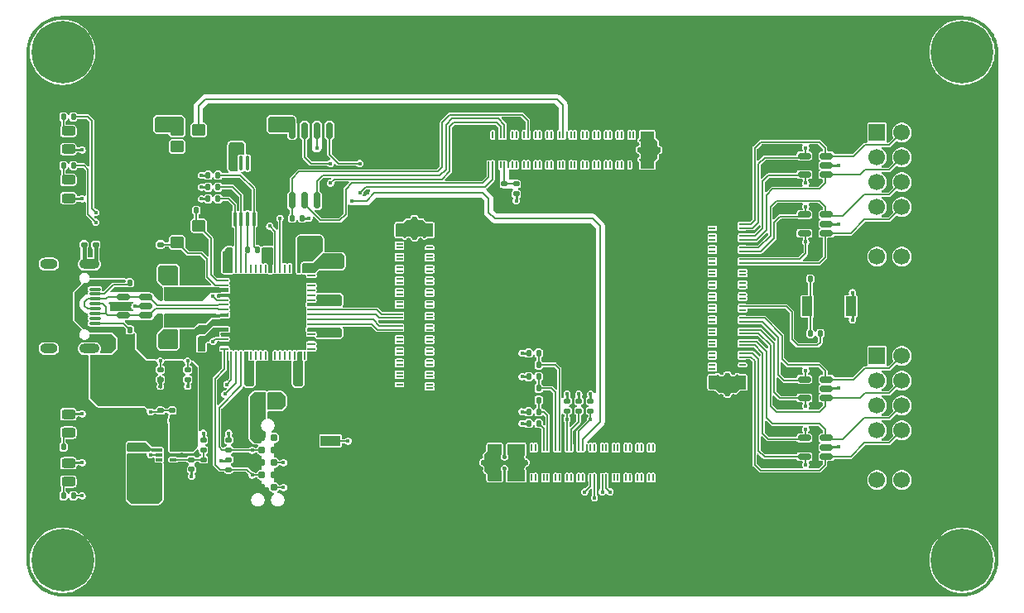
<source format=gtl>
G04 #@! TF.GenerationSoftware,KiCad,Pcbnew,9.0.2*
G04 #@! TF.CreationDate,2025-06-25T17:31:31+02:00*
G04 #@! TF.ProjectId,nuku-carrier-template-basic,6e756b75-2d63-4617-9272-6965722d7465,0*
G04 #@! TF.SameCoordinates,Original*
G04 #@! TF.FileFunction,Copper,L1,Top*
G04 #@! TF.FilePolarity,Positive*
%FSLAX46Y46*%
G04 Gerber Fmt 4.6, Leading zero omitted, Abs format (unit mm)*
G04 Created by KiCad (PCBNEW 9.0.2) date 2025-06-25 17:31:31*
%MOMM*%
%LPD*%
G01*
G04 APERTURE LIST*
G04 Aperture macros list*
%AMRoundRect*
0 Rectangle with rounded corners*
0 $1 Rounding radius*
0 $2 $3 $4 $5 $6 $7 $8 $9 X,Y pos of 4 corners*
0 Add a 4 corners polygon primitive as box body*
4,1,4,$2,$3,$4,$5,$6,$7,$8,$9,$2,$3,0*
0 Add four circle primitives for the rounded corners*
1,1,$1+$1,$2,$3*
1,1,$1+$1,$4,$5*
1,1,$1+$1,$6,$7*
1,1,$1+$1,$8,$9*
0 Add four rect primitives between the rounded corners*
20,1,$1+$1,$2,$3,$4,$5,0*
20,1,$1+$1,$4,$5,$6,$7,0*
20,1,$1+$1,$6,$7,$8,$9,0*
20,1,$1+$1,$8,$9,$2,$3,0*%
G04 Aperture macros list end*
G04 #@! TA.AperFunction,ConnectorPad*
%ADD10C,0.787400*%
G04 #@! TD*
G04 #@! TA.AperFunction,SMDPad,CuDef*
%ADD11RoundRect,0.135000X0.135000X0.185000X-0.135000X0.185000X-0.135000X-0.185000X0.135000X-0.185000X0*%
G04 #@! TD*
G04 #@! TA.AperFunction,SMDPad,CuDef*
%ADD12RoundRect,0.135000X0.185000X-0.135000X0.185000X0.135000X-0.185000X0.135000X-0.185000X-0.135000X0*%
G04 #@! TD*
G04 #@! TA.AperFunction,SMDPad,CuDef*
%ADD13RoundRect,0.140000X-0.170000X0.140000X-0.170000X-0.140000X0.170000X-0.140000X0.170000X0.140000X0*%
G04 #@! TD*
G04 #@! TA.AperFunction,SMDPad,CuDef*
%ADD14RoundRect,0.218750X0.256250X-0.218750X0.256250X0.218750X-0.256250X0.218750X-0.256250X-0.218750X0*%
G04 #@! TD*
G04 #@! TA.AperFunction,SMDPad,CuDef*
%ADD15RoundRect,0.140000X0.170000X-0.140000X0.170000X0.140000X-0.170000X0.140000X-0.170000X-0.140000X0*%
G04 #@! TD*
G04 #@! TA.AperFunction,SMDPad,CuDef*
%ADD16RoundRect,0.150000X-0.512500X-0.150000X0.512500X-0.150000X0.512500X0.150000X-0.512500X0.150000X0*%
G04 #@! TD*
G04 #@! TA.AperFunction,ComponentPad*
%ADD17O,1.800000X1.000000*%
G04 #@! TD*
G04 #@! TA.AperFunction,ComponentPad*
%ADD18O,2.100000X1.000000*%
G04 #@! TD*
G04 #@! TA.AperFunction,SMDPad,CuDef*
%ADD19R,1.150000X0.300000*%
G04 #@! TD*
G04 #@! TA.AperFunction,SMDPad,CuDef*
%ADD20RoundRect,0.049213X-0.525787X0.100787X-0.525787X-0.100787X0.525787X-0.100787X0.525787X0.100787X0*%
G04 #@! TD*
G04 #@! TA.AperFunction,ComponentPad*
%ADD21C,1.000000*%
G04 #@! TD*
G04 #@! TA.AperFunction,SMDPad,CuDef*
%ADD22RoundRect,0.218750X-0.256250X0.218750X-0.256250X-0.218750X0.256250X-0.218750X0.256250X0.218750X0*%
G04 #@! TD*
G04 #@! TA.AperFunction,SMDPad,CuDef*
%ADD23RoundRect,0.162500X0.162500X-0.650000X0.162500X0.650000X-0.162500X0.650000X-0.162500X-0.650000X0*%
G04 #@! TD*
G04 #@! TA.AperFunction,SMDPad,CuDef*
%ADD24RoundRect,0.100000X0.100000X-0.637500X0.100000X0.637500X-0.100000X0.637500X-0.100000X-0.637500X0*%
G04 #@! TD*
G04 #@! TA.AperFunction,SMDPad,CuDef*
%ADD25RoundRect,0.135000X-0.135000X-0.185000X0.135000X-0.185000X0.135000X0.185000X-0.135000X0.185000X0*%
G04 #@! TD*
G04 #@! TA.AperFunction,SMDPad,CuDef*
%ADD26RoundRect,0.225000X-0.250000X0.225000X-0.250000X-0.225000X0.250000X-0.225000X0.250000X0.225000X0*%
G04 #@! TD*
G04 #@! TA.AperFunction,SMDPad,CuDef*
%ADD27RoundRect,0.243750X-0.456250X0.243750X-0.456250X-0.243750X0.456250X-0.243750X0.456250X0.243750X0*%
G04 #@! TD*
G04 #@! TA.AperFunction,SMDPad,CuDef*
%ADD28RoundRect,0.140000X-0.140000X-0.170000X0.140000X-0.170000X0.140000X0.170000X-0.140000X0.170000X0*%
G04 #@! TD*
G04 #@! TA.AperFunction,SMDPad,CuDef*
%ADD29RoundRect,0.225000X0.225000X0.250000X-0.225000X0.250000X-0.225000X-0.250000X0.225000X-0.250000X0*%
G04 #@! TD*
G04 #@! TA.AperFunction,SMDPad,CuDef*
%ADD30RoundRect,0.050000X0.300000X-0.050000X0.300000X0.050000X-0.300000X0.050000X-0.300000X-0.050000X0*%
G04 #@! TD*
G04 #@! TA.AperFunction,SMDPad,CuDef*
%ADD31RoundRect,0.243750X0.456250X-0.243750X0.456250X0.243750X-0.456250X0.243750X-0.456250X-0.243750X0*%
G04 #@! TD*
G04 #@! TA.AperFunction,ComponentPad*
%ADD32C,3.600000*%
G04 #@! TD*
G04 #@! TA.AperFunction,ConnectorPad*
%ADD33C,6.400000*%
G04 #@! TD*
G04 #@! TA.AperFunction,SMDPad,CuDef*
%ADD34RoundRect,0.050000X-0.050000X-0.300000X0.050000X-0.300000X0.050000X0.300000X-0.050000X0.300000X0*%
G04 #@! TD*
G04 #@! TA.AperFunction,SMDPad,CuDef*
%ADD35RoundRect,0.050000X-0.300000X0.050000X-0.300000X-0.050000X0.300000X-0.050000X0.300000X0.050000X0*%
G04 #@! TD*
G04 #@! TA.AperFunction,SMDPad,CuDef*
%ADD36RoundRect,0.250000X0.250000X0.475000X-0.250000X0.475000X-0.250000X-0.475000X0.250000X-0.475000X0*%
G04 #@! TD*
G04 #@! TA.AperFunction,SMDPad,CuDef*
%ADD37RoundRect,0.050000X0.050000X0.300000X-0.050000X0.300000X-0.050000X-0.300000X0.050000X-0.300000X0*%
G04 #@! TD*
G04 #@! TA.AperFunction,SMDPad,CuDef*
%ADD38RoundRect,0.135000X-0.185000X0.135000X-0.185000X-0.135000X0.185000X-0.135000X0.185000X0.135000X0*%
G04 #@! TD*
G04 #@! TA.AperFunction,SMDPad,CuDef*
%ADD39RoundRect,0.250000X-0.450000X-0.350000X0.450000X-0.350000X0.450000X0.350000X-0.450000X0.350000X0*%
G04 #@! TD*
G04 #@! TA.AperFunction,SMDPad,CuDef*
%ADD40RoundRect,0.062500X-0.337500X-0.062500X0.337500X-0.062500X0.337500X0.062500X-0.337500X0.062500X0*%
G04 #@! TD*
G04 #@! TA.AperFunction,SMDPad,CuDef*
%ADD41RoundRect,0.062500X-0.062500X-0.337500X0.062500X-0.337500X0.062500X0.337500X-0.062500X0.337500X0*%
G04 #@! TD*
G04 #@! TA.AperFunction,HeatsinkPad*
%ADD42R,4.350000X4.350000*%
G04 #@! TD*
G04 #@! TA.AperFunction,ComponentPad*
%ADD43R,1.700000X1.700000*%
G04 #@! TD*
G04 #@! TA.AperFunction,ComponentPad*
%ADD44C,1.700000*%
G04 #@! TD*
G04 #@! TA.AperFunction,SMDPad,CuDef*
%ADD45R,2.000000X1.050000*%
G04 #@! TD*
G04 #@! TA.AperFunction,SMDPad,CuDef*
%ADD46RoundRect,0.225000X0.250000X-0.225000X0.250000X0.225000X-0.250000X0.225000X-0.250000X-0.225000X0*%
G04 #@! TD*
G04 #@! TA.AperFunction,SMDPad,CuDef*
%ADD47R,1.050000X2.000000*%
G04 #@! TD*
G04 #@! TA.AperFunction,SMDPad,CuDef*
%ADD48RoundRect,0.212500X-0.787500X0.212500X-0.787500X-0.212500X0.787500X-0.212500X0.787500X0.212500X0*%
G04 #@! TD*
G04 #@! TA.AperFunction,SMDPad,CuDef*
%ADD49RoundRect,0.250000X-0.250000X-0.475000X0.250000X-0.475000X0.250000X0.475000X-0.250000X0.475000X0*%
G04 #@! TD*
G04 #@! TA.AperFunction,SMDPad,CuDef*
%ADD50RoundRect,0.087500X0.250000X0.087500X-0.250000X0.087500X-0.250000X-0.087500X0.250000X-0.087500X0*%
G04 #@! TD*
G04 #@! TA.AperFunction,ViaPad*
%ADD51C,0.450000*%
G04 #@! TD*
G04 #@! TA.AperFunction,Conductor*
%ADD52C,0.150000*%
G04 #@! TD*
G04 #@! TA.AperFunction,Conductor*
%ADD53C,0.250000*%
G04 #@! TD*
G04 #@! TA.AperFunction,Conductor*
%ADD54C,0.400000*%
G04 #@! TD*
G04 APERTURE END LIST*
D10*
X118135000Y-118460000D03*
X118135000Y-119730000D03*
X118135000Y-121000000D03*
X118135000Y-122270000D03*
X118135000Y-123540000D03*
X116865000Y-123540000D03*
X116865000Y-122270000D03*
X116865000Y-121000000D03*
X116865000Y-119730000D03*
X116865000Y-118460000D03*
D11*
X116990000Y-114200000D03*
X118010000Y-114200000D03*
D12*
X113500000Y-120690000D03*
X113500000Y-121710000D03*
X113500000Y-118690000D03*
X113500000Y-119710000D03*
D13*
X110700000Y-110280000D03*
X110700000Y-109320000D03*
D14*
X107700000Y-106412500D03*
X107700000Y-107987500D03*
D15*
X117500000Y-98320000D03*
X117500000Y-99280000D03*
D16*
X105037500Y-104050000D03*
X105037500Y-105000000D03*
X105037500Y-105950000D03*
X102762500Y-105950000D03*
X102762500Y-105000000D03*
X102762500Y-104050000D03*
D17*
X95100000Y-109320000D03*
D18*
X99250000Y-109320000D03*
D17*
X95100000Y-100680000D03*
D18*
X99250000Y-100680000D03*
D19*
X99825000Y-101950000D03*
X99825000Y-102750000D03*
D20*
X99825000Y-106250000D03*
X99825000Y-104250000D03*
X99825000Y-105750000D03*
X99825000Y-106750000D03*
D19*
X99825000Y-107250000D03*
X99825000Y-108050000D03*
X99825000Y-108350000D03*
X99825000Y-107550000D03*
D20*
X99825000Y-103250000D03*
X99825000Y-105250000D03*
X99825000Y-104750000D03*
X99825000Y-103750000D03*
D19*
X99825000Y-102450000D03*
X99825000Y-101650000D03*
D11*
X103390000Y-107400000D03*
X104410000Y-107400000D03*
X103390000Y-102600000D03*
X104410000Y-102600000D03*
D21*
X103900000Y-123000000D03*
X102500000Y-112000000D03*
X103900000Y-98200000D03*
D13*
X118100000Y-87680000D03*
X118100000Y-86720000D03*
D22*
X107700000Y-102212500D03*
X107700000Y-103787500D03*
D16*
X172362500Y-89620000D03*
X172362500Y-90570000D03*
X172362500Y-91520000D03*
X174637500Y-91520000D03*
X174637500Y-90570000D03*
X174637500Y-89620000D03*
D12*
X150500000Y-115710000D03*
X150500000Y-114690000D03*
D23*
X119995000Y-94187500D03*
X121265000Y-94187500D03*
X122535000Y-94187500D03*
X123805000Y-94187500D03*
X123805000Y-87012500D03*
X122535000Y-87012500D03*
X121265000Y-87012500D03*
X119995000Y-87012500D03*
D24*
X114125000Y-96062500D03*
X114775000Y-96062500D03*
X115425000Y-96062500D03*
X116075000Y-96062500D03*
X116075000Y-90337500D03*
X115425000Y-90337500D03*
X114775000Y-90337500D03*
X114125000Y-90337500D03*
D15*
X110700000Y-103480000D03*
X110700000Y-102520000D03*
D11*
X145210000Y-112200000D03*
X144190000Y-112200000D03*
X97610000Y-119400000D03*
X96590000Y-119400000D03*
D25*
X144190000Y-114600000D03*
X145210000Y-114600000D03*
D26*
X109300000Y-106425000D03*
X109300000Y-107975000D03*
D27*
X97100000Y-92062500D03*
X97100000Y-93937500D03*
D28*
X109220000Y-95200000D03*
X110180000Y-95200000D03*
D29*
X121275000Y-99200000D03*
X119725000Y-99200000D03*
D12*
X99900000Y-98710000D03*
X99900000Y-97690000D03*
D30*
X134040000Y-96200000D03*
X134040000Y-96600000D03*
X134040000Y-97000000D03*
X134040000Y-97400000D03*
X134040000Y-97800000D03*
X134040000Y-98200000D03*
X134040000Y-98600000D03*
X134040000Y-99000000D03*
X134040000Y-99400000D03*
X134040000Y-99800000D03*
X134040000Y-100200000D03*
X134040000Y-100600000D03*
X134040000Y-101000000D03*
X134040000Y-101400000D03*
X134040000Y-101800000D03*
X134040000Y-102200000D03*
X134040000Y-102600000D03*
X134040000Y-103000000D03*
X134040000Y-103400000D03*
X134040000Y-103800000D03*
X134040000Y-104200000D03*
X134040000Y-104600000D03*
X134040000Y-105000000D03*
X134040000Y-105400000D03*
X134040000Y-105800000D03*
X134040000Y-106200000D03*
X134040000Y-106600000D03*
X134040000Y-107000000D03*
X134040000Y-107400000D03*
X134040000Y-107800000D03*
X134040000Y-108200000D03*
X134040000Y-108600000D03*
X134040000Y-109000000D03*
X134040000Y-109400000D03*
X134040000Y-109800000D03*
X134040000Y-110200000D03*
X134040000Y-110600000D03*
X134040000Y-111000000D03*
X134040000Y-111400000D03*
X134040000Y-111800000D03*
X134040000Y-112200000D03*
X134040000Y-112600000D03*
X134040000Y-113000000D03*
X134040000Y-113400000D03*
X134040000Y-113800000D03*
X130960000Y-113800000D03*
X130960000Y-113400000D03*
X130960000Y-113000000D03*
X130960000Y-112600000D03*
X130960000Y-112200000D03*
X130960000Y-111800000D03*
X130960000Y-111400000D03*
X130960000Y-111000000D03*
X130960000Y-110600000D03*
X130960000Y-110200000D03*
X130960000Y-109800000D03*
X130960000Y-109400000D03*
X130960000Y-109000000D03*
X130960000Y-108600000D03*
X130960000Y-108200000D03*
X130960000Y-107800000D03*
X130960000Y-107400000D03*
X130960000Y-107000000D03*
X130960000Y-106600000D03*
X130960000Y-106200000D03*
X130960000Y-105800000D03*
X130960000Y-105400000D03*
X130960000Y-105000000D03*
X130960000Y-104600000D03*
X130960000Y-104200000D03*
X130960000Y-103800000D03*
X130960000Y-103400000D03*
X130960000Y-103000000D03*
X130960000Y-102600000D03*
X130960000Y-102200000D03*
X130960000Y-101800000D03*
X130960000Y-101400000D03*
X130960000Y-101000000D03*
X130960000Y-100600000D03*
X130960000Y-100200000D03*
X130960000Y-99800000D03*
X130960000Y-99400000D03*
X130960000Y-99000000D03*
X130960000Y-98600000D03*
X130960000Y-98200000D03*
X130960000Y-97800000D03*
X130960000Y-97400000D03*
X130960000Y-97000000D03*
X130960000Y-96600000D03*
X130960000Y-96200000D03*
D31*
X97100000Y-122937500D03*
X97100000Y-121062500D03*
D13*
X123900000Y-107720000D03*
X123900000Y-108680000D03*
D11*
X174010000Y-102200000D03*
X172990000Y-102200000D03*
D32*
X96500000Y-131000000D03*
D33*
X96500000Y-131000000D03*
D11*
X112410000Y-94000000D03*
X111390000Y-94000000D03*
D32*
X188500000Y-79000000D03*
D33*
X188500000Y-79000000D03*
D34*
X157300000Y-90540000D03*
X156900000Y-90540000D03*
X156500000Y-90540000D03*
X156100000Y-90540000D03*
X155700000Y-90540000D03*
X155300000Y-90540000D03*
X154900000Y-90540000D03*
X154500000Y-90540000D03*
X154100000Y-90540000D03*
X153700000Y-90540000D03*
X153300000Y-90540000D03*
X152900000Y-90540000D03*
X152500000Y-90540000D03*
X152100000Y-90540000D03*
X151700000Y-90540000D03*
X151300000Y-90540000D03*
X150900000Y-90540000D03*
X150500000Y-90540000D03*
X150100000Y-90540000D03*
X149700000Y-90540000D03*
X149300000Y-90540000D03*
X148900000Y-90540000D03*
X148500000Y-90540000D03*
X148100000Y-90540000D03*
X147700000Y-90540000D03*
X147300000Y-90540000D03*
X146900000Y-90540000D03*
X146500000Y-90540000D03*
X146100000Y-90540000D03*
X145700000Y-90540000D03*
X145300000Y-90540000D03*
X144900000Y-90540000D03*
X144500000Y-90540000D03*
X144100000Y-90540000D03*
X143700000Y-90540000D03*
X143300000Y-90540000D03*
X142900000Y-90540000D03*
X142500000Y-90540000D03*
X142100000Y-90540000D03*
X141700000Y-90540000D03*
X141300000Y-90540000D03*
X140900000Y-90540000D03*
X140500000Y-90540000D03*
X140100000Y-90540000D03*
X139700000Y-90540000D03*
X139700000Y-87460000D03*
X140100000Y-87460000D03*
X140500000Y-87460000D03*
X140900000Y-87460000D03*
X141300000Y-87460000D03*
X141700000Y-87460000D03*
X142100000Y-87460000D03*
X142500000Y-87460000D03*
X142900000Y-87460000D03*
X143300000Y-87460000D03*
X143700000Y-87460000D03*
X144100000Y-87460000D03*
X144500000Y-87460000D03*
X144900000Y-87460000D03*
X145300000Y-87460000D03*
X145700000Y-87460000D03*
X146100000Y-87460000D03*
X146500000Y-87460000D03*
X146900000Y-87460000D03*
X147300000Y-87460000D03*
X147700000Y-87460000D03*
X148100000Y-87460000D03*
X148500000Y-87460000D03*
X148900000Y-87460000D03*
X149300000Y-87460000D03*
X149700000Y-87460000D03*
X150100000Y-87460000D03*
X150500000Y-87460000D03*
X150900000Y-87460000D03*
X151300000Y-87460000D03*
X151700000Y-87460000D03*
X152100000Y-87460000D03*
X152500000Y-87460000D03*
X152900000Y-87460000D03*
X153300000Y-87460000D03*
X153700000Y-87460000D03*
X154100000Y-87460000D03*
X154500000Y-87460000D03*
X154900000Y-87460000D03*
X155300000Y-87460000D03*
X155700000Y-87460000D03*
X156100000Y-87460000D03*
X156500000Y-87460000D03*
X156900000Y-87460000D03*
X157300000Y-87460000D03*
D11*
X145210000Y-109800000D03*
X144190000Y-109800000D03*
X97610000Y-124400000D03*
X96590000Y-124400000D03*
D35*
X162960000Y-113800000D03*
X162960000Y-113400000D03*
X162960000Y-113000000D03*
X162960000Y-112600000D03*
X162960000Y-112200000D03*
X162960000Y-111800000D03*
X162960000Y-111400000D03*
X162960000Y-111000000D03*
X162960000Y-110600000D03*
X162960000Y-110200000D03*
X162960000Y-109800000D03*
X162960000Y-109400000D03*
X162960000Y-109000000D03*
X162960000Y-108600000D03*
X162960000Y-108200000D03*
X162960000Y-107800000D03*
X162960000Y-107400000D03*
X162960000Y-107000000D03*
X162960000Y-106600000D03*
X162960000Y-106200000D03*
X162960000Y-105800000D03*
X162960000Y-105400000D03*
X162960000Y-105000000D03*
X162960000Y-104600000D03*
X162960000Y-104200000D03*
X162960000Y-103800000D03*
X162960000Y-103400000D03*
X162960000Y-103000000D03*
X162960000Y-102600000D03*
X162960000Y-102200000D03*
X162960000Y-101800000D03*
X162960000Y-101400000D03*
X162960000Y-101000000D03*
X162960000Y-100600000D03*
X162960000Y-100200000D03*
X162960000Y-99800000D03*
X162960000Y-99400000D03*
X162960000Y-99000000D03*
X162960000Y-98600000D03*
X162960000Y-98200000D03*
X162960000Y-97800000D03*
X162960000Y-97400000D03*
X162960000Y-97000000D03*
X162960000Y-96600000D03*
X162960000Y-96200000D03*
X166040000Y-96200000D03*
X166040000Y-96600000D03*
X166040000Y-97000000D03*
X166040000Y-97400000D03*
X166040000Y-97800000D03*
X166040000Y-98200000D03*
X166040000Y-98600000D03*
X166040000Y-99000000D03*
X166040000Y-99400000D03*
X166040000Y-99800000D03*
X166040000Y-100200000D03*
X166040000Y-100600000D03*
X166040000Y-101000000D03*
X166040000Y-101400000D03*
X166040000Y-101800000D03*
X166040000Y-102200000D03*
X166040000Y-102600000D03*
X166040000Y-103000000D03*
X166040000Y-103400000D03*
X166040000Y-103800000D03*
X166040000Y-104200000D03*
X166040000Y-104600000D03*
X166040000Y-105000000D03*
X166040000Y-105400000D03*
X166040000Y-105800000D03*
X166040000Y-106200000D03*
X166040000Y-106600000D03*
X166040000Y-107000000D03*
X166040000Y-107400000D03*
X166040000Y-107800000D03*
X166040000Y-108200000D03*
X166040000Y-108600000D03*
X166040000Y-109000000D03*
X166040000Y-109400000D03*
X166040000Y-109800000D03*
X166040000Y-110200000D03*
X166040000Y-110600000D03*
X166040000Y-111000000D03*
X166040000Y-111400000D03*
X166040000Y-111800000D03*
X166040000Y-112200000D03*
X166040000Y-112600000D03*
X166040000Y-113000000D03*
X166040000Y-113400000D03*
X166040000Y-113800000D03*
D26*
X123900000Y-100425000D03*
X123900000Y-101975000D03*
D36*
X100250000Y-112000000D03*
X98350000Y-112000000D03*
D32*
X96500000Y-79000000D03*
D33*
X96500000Y-79000000D03*
D11*
X121010000Y-96000000D03*
X119990000Y-96000000D03*
X112410000Y-91600000D03*
X111390000Y-91600000D03*
D15*
X123900000Y-104280000D03*
X123900000Y-103320000D03*
D16*
X172362500Y-95620000D03*
X172362500Y-96570000D03*
X172362500Y-97520000D03*
X174637500Y-97520000D03*
X174637500Y-96570000D03*
X174637500Y-95620000D03*
D37*
X139700000Y-119460000D03*
X140100000Y-119460000D03*
X140500000Y-119460000D03*
X140900000Y-119460000D03*
X141300000Y-119460000D03*
X141700000Y-119460000D03*
X142100000Y-119460000D03*
X142500000Y-119460000D03*
X142900000Y-119460000D03*
X143300000Y-119460000D03*
X143700000Y-119460000D03*
X144100000Y-119460000D03*
X144500000Y-119460000D03*
X144900000Y-119460000D03*
X145300000Y-119460000D03*
X145700000Y-119460000D03*
X146100000Y-119460000D03*
X146500000Y-119460000D03*
X146900000Y-119460000D03*
X147300000Y-119460000D03*
X147700000Y-119460000D03*
X148100000Y-119460000D03*
X148500000Y-119460000D03*
X148900000Y-119460000D03*
X149300000Y-119460000D03*
X149700000Y-119460000D03*
X150100000Y-119460000D03*
X150500000Y-119460000D03*
X150900000Y-119460000D03*
X151300000Y-119460000D03*
X151700000Y-119460000D03*
X152100000Y-119460000D03*
X152500000Y-119460000D03*
X152900000Y-119460000D03*
X153300000Y-119460000D03*
X153700000Y-119460000D03*
X154100000Y-119460000D03*
X154500000Y-119460000D03*
X154900000Y-119460000D03*
X155300000Y-119460000D03*
X155700000Y-119460000D03*
X156100000Y-119460000D03*
X156500000Y-119460000D03*
X156900000Y-119460000D03*
X157300000Y-119460000D03*
X157300000Y-122540000D03*
X156900000Y-122540000D03*
X156500000Y-122540000D03*
X156100000Y-122540000D03*
X155700000Y-122540000D03*
X155300000Y-122540000D03*
X154900000Y-122540000D03*
X154500000Y-122540000D03*
X154100000Y-122540000D03*
X153700000Y-122540000D03*
X153300000Y-122540000D03*
X152900000Y-122540000D03*
X152500000Y-122540000D03*
X152100000Y-122540000D03*
X151700000Y-122540000D03*
X151300000Y-122540000D03*
X150900000Y-122540000D03*
X150500000Y-122540000D03*
X150100000Y-122540000D03*
X149700000Y-122540000D03*
X149300000Y-122540000D03*
X148900000Y-122540000D03*
X148500000Y-122540000D03*
X148100000Y-122540000D03*
X147700000Y-122540000D03*
X147300000Y-122540000D03*
X146900000Y-122540000D03*
X146500000Y-122540000D03*
X146100000Y-122540000D03*
X145700000Y-122540000D03*
X145300000Y-122540000D03*
X144900000Y-122540000D03*
X144500000Y-122540000D03*
X144100000Y-122540000D03*
X143700000Y-122540000D03*
X143300000Y-122540000D03*
X142900000Y-122540000D03*
X142500000Y-122540000D03*
X142100000Y-122540000D03*
X141700000Y-122540000D03*
X141300000Y-122540000D03*
X140900000Y-122540000D03*
X140500000Y-122540000D03*
X140100000Y-122540000D03*
X139700000Y-122540000D03*
D28*
X114620000Y-88800000D03*
X115580000Y-88800000D03*
D27*
X97100000Y-87062500D03*
X97100000Y-88937500D03*
D13*
X106500000Y-97720000D03*
X106500000Y-98680000D03*
D38*
X109300000Y-111490000D03*
X109300000Y-112510000D03*
X142900000Y-92490000D03*
X142900000Y-93510000D03*
D16*
X172362500Y-118480000D03*
X172362500Y-119430000D03*
X172362500Y-120380000D03*
X174637500Y-120380000D03*
X174637500Y-119430000D03*
X174637500Y-118480000D03*
D13*
X110700000Y-106320000D03*
X110700000Y-107280000D03*
D12*
X149300000Y-115710000D03*
X149300000Y-114690000D03*
D39*
X108200000Y-88650000D03*
X110400000Y-88650000D03*
X110400000Y-86950000D03*
X108200000Y-86950000D03*
D11*
X97610000Y-90600000D03*
X96590000Y-90600000D03*
D28*
X120620000Y-112000000D03*
X121580000Y-112000000D03*
D13*
X106500000Y-86720000D03*
X106500000Y-87680000D03*
D25*
X144190000Y-117000000D03*
X145210000Y-117000000D03*
D38*
X106500000Y-111490000D03*
X106500000Y-112510000D03*
D40*
X113050000Y-101850000D03*
X113050000Y-102350000D03*
X113050000Y-102850000D03*
X113050000Y-103350000D03*
X113050000Y-103850000D03*
X113050000Y-104350000D03*
X113050000Y-104850000D03*
X113050000Y-105350000D03*
X113050000Y-105850000D03*
X113050000Y-106350000D03*
X113050000Y-106850000D03*
X113050000Y-107350000D03*
X113050000Y-107850000D03*
X113050000Y-108350000D03*
X113050000Y-108850000D03*
X113050000Y-109350000D03*
D41*
X113750000Y-110050000D03*
X114250000Y-110050000D03*
X114750000Y-110050000D03*
X115250000Y-110050000D03*
X115750000Y-110050000D03*
X116250000Y-110050000D03*
X116750000Y-110050000D03*
X117250000Y-110050000D03*
X117750000Y-110050000D03*
X118250000Y-110050000D03*
X118750000Y-110050000D03*
X119250000Y-110050000D03*
X119750000Y-110050000D03*
X120250000Y-110050000D03*
X120750000Y-110050000D03*
X121250000Y-110050000D03*
D40*
X121950000Y-109350000D03*
X121950000Y-108850000D03*
X121950000Y-108350000D03*
X121950000Y-107850000D03*
X121950000Y-107350000D03*
X121950000Y-106850000D03*
X121950000Y-106350000D03*
X121950000Y-105850000D03*
X121950000Y-105350000D03*
X121950000Y-104850000D03*
X121950000Y-104350000D03*
X121950000Y-103850000D03*
X121950000Y-103350000D03*
X121950000Y-102850000D03*
X121950000Y-102350000D03*
X121950000Y-101850000D03*
D41*
X121250000Y-101150000D03*
X120750000Y-101150000D03*
X120250000Y-101150000D03*
X119750000Y-101150000D03*
X119250000Y-101150000D03*
X118750000Y-101150000D03*
X118250000Y-101150000D03*
X117750000Y-101150000D03*
X117250000Y-101150000D03*
X116750000Y-101150000D03*
X116250000Y-101150000D03*
X115750000Y-101150000D03*
X115250000Y-101150000D03*
X114750000Y-101150000D03*
X114250000Y-101150000D03*
X113750000Y-101150000D03*
D42*
X117500000Y-105600000D03*
D25*
X144190000Y-113400000D03*
X145210000Y-113400000D03*
D16*
X172362500Y-112480000D03*
X172362500Y-113430000D03*
X172362500Y-114380000D03*
X174637500Y-114380000D03*
X174637500Y-113430000D03*
X174637500Y-112480000D03*
D31*
X97100000Y-117937500D03*
X97100000Y-116062500D03*
D11*
X174010000Y-107800000D03*
X172990000Y-107800000D03*
X97610000Y-85600000D03*
X96590000Y-85600000D03*
D12*
X148100000Y-115710000D03*
X148100000Y-114690000D03*
D43*
X179800000Y-110080000D03*
D44*
X179800000Y-112620000D03*
X179800000Y-115160000D03*
X179800000Y-117700000D03*
X179800000Y-120240000D03*
X179800000Y-122780000D03*
X182340000Y-110080000D03*
X182340000Y-112620000D03*
X182340000Y-115160000D03*
X182340000Y-117700000D03*
X182340000Y-120240000D03*
X182340000Y-122780000D03*
D12*
X141700000Y-93510000D03*
X141700000Y-92490000D03*
D43*
X179800000Y-87220000D03*
D44*
X179800000Y-89760000D03*
X179800000Y-92300000D03*
X179800000Y-94840000D03*
X179800000Y-97380000D03*
X179800000Y-99920000D03*
X182340000Y-87220000D03*
X182340000Y-89760000D03*
X182340000Y-92300000D03*
X182340000Y-94840000D03*
X182340000Y-97380000D03*
X182340000Y-99920000D03*
D32*
X188500000Y-131000000D03*
D33*
X188500000Y-131000000D03*
D13*
X98700000Y-97720000D03*
X98700000Y-98680000D03*
D25*
X115390000Y-99200000D03*
X116410000Y-99200000D03*
D39*
X108200000Y-98450000D03*
X110400000Y-98450000D03*
X110400000Y-96750000D03*
X108200000Y-96750000D03*
D45*
X123900000Y-123225000D03*
X123900000Y-118775000D03*
D46*
X109300000Y-103775000D03*
X109300000Y-102225000D03*
D11*
X145210000Y-115800000D03*
X144190000Y-115800000D03*
D47*
X172675000Y-105000000D03*
X177125000Y-105000000D03*
D28*
X115620000Y-112000000D03*
X116580000Y-112000000D03*
D11*
X112410000Y-92800000D03*
X111390000Y-92800000D03*
D15*
X113500000Y-99280000D03*
X113500000Y-98320000D03*
D25*
X144190000Y-111000000D03*
X145210000Y-111000000D03*
D12*
X110900000Y-121710000D03*
X110900000Y-120690000D03*
X106500000Y-116710000D03*
X106500000Y-115690000D03*
D38*
X107700000Y-115690000D03*
X107700000Y-116710000D03*
D15*
X109700000Y-121680000D03*
X109700000Y-120720000D03*
D48*
X104100000Y-119375000D03*
X104100000Y-121025000D03*
D29*
X107875000Y-118200000D03*
X106325000Y-118200000D03*
D49*
X106150000Y-123000000D03*
X108050000Y-123000000D03*
D50*
X107812500Y-120700000D03*
X107812500Y-120200000D03*
X107812500Y-119700000D03*
X106387500Y-119700000D03*
X106387500Y-120200000D03*
X106387500Y-120700000D03*
D12*
X110900000Y-119710000D03*
X110900000Y-118690000D03*
D51*
X119100000Y-123540000D03*
X119100000Y-119730000D03*
X115900000Y-121000000D03*
X119100000Y-122270000D03*
X115900000Y-123540000D03*
X152900000Y-126200000D03*
X108100000Y-86000000D03*
X110700000Y-111000000D03*
X110700000Y-108400000D03*
X113300000Y-100200000D03*
X106700000Y-109000000D03*
X106700000Y-101200000D03*
X108900000Y-109000000D03*
X143300000Y-121600000D03*
X143300000Y-120400000D03*
X140900000Y-120400000D03*
X140500000Y-121000000D03*
X139700000Y-121000000D03*
X143700000Y-121000000D03*
X142900000Y-121000000D03*
X141300000Y-121000000D03*
X142500000Y-121600000D03*
X142500000Y-120400000D03*
X142100000Y-121000000D03*
X140100000Y-120400000D03*
X140100000Y-121600000D03*
X140900000Y-121600000D03*
X141700000Y-120400000D03*
X144100000Y-120400000D03*
X139300000Y-120400000D03*
X141700000Y-121600000D03*
X139300000Y-121600000D03*
X144100000Y-121600000D03*
X117900000Y-115000000D03*
X118700000Y-115000000D03*
X118700000Y-114200000D03*
X117500000Y-97600000D03*
X122300000Y-99600000D03*
X124900000Y-100000000D03*
X124900000Y-100800000D03*
X124700000Y-107800000D03*
X120700000Y-107200000D03*
X120700000Y-104000000D03*
X120700000Y-105600000D03*
X119100000Y-102400000D03*
X120700000Y-102400000D03*
X115900000Y-102400000D03*
X117500000Y-102400000D03*
X114300000Y-102400000D03*
X114300000Y-104000000D03*
X114300000Y-105600000D03*
X114300000Y-107200000D03*
X115900000Y-108800000D03*
X114300000Y-108800000D03*
X120700000Y-108800000D03*
X119100000Y-108800000D03*
X117500000Y-108800000D03*
X101500000Y-105000000D03*
X105100000Y-107400000D03*
X105100000Y-102600000D03*
X100900000Y-109200000D03*
X101500000Y-108800000D03*
X100900000Y-108400000D03*
X100900000Y-101600000D03*
X101500000Y-101200000D03*
X100900000Y-100800000D03*
X98700000Y-106600000D03*
X98300000Y-104000000D03*
X98700000Y-103400000D03*
X98300000Y-106000000D03*
X97500000Y-102800000D03*
X97500000Y-107200000D03*
X97500000Y-108000000D03*
X96700000Y-107600000D03*
X97500000Y-102000000D03*
X96700000Y-102400000D03*
X96700000Y-103200000D03*
X96700000Y-106800000D03*
X106500000Y-110600000D03*
X104900000Y-122200000D03*
X104900000Y-123800000D03*
X105300000Y-123000000D03*
X151700000Y-124600000D03*
X149100000Y-124000000D03*
X98500000Y-123600000D03*
X99100000Y-96400000D03*
X100700000Y-95400000D03*
X123100000Y-89600000D03*
X127700000Y-90400000D03*
X127700000Y-93400000D03*
X126100000Y-95000000D03*
X163900000Y-110600000D03*
X133100000Y-95800000D03*
X124900000Y-101600000D03*
X96500000Y-112000000D03*
X163900000Y-98600000D03*
X150500000Y-88400000D03*
X163900000Y-96200000D03*
X155300000Y-89600000D03*
X154100000Y-88400000D03*
X155300000Y-88400000D03*
X154900000Y-120400000D03*
X131900000Y-103000000D03*
X131900000Y-100600000D03*
X151300000Y-121600000D03*
X171100000Y-111600000D03*
X106500000Y-97000000D03*
X165100000Y-108200000D03*
X97100000Y-113200000D03*
X165100000Y-105800000D03*
X107300000Y-95200000D03*
X144500000Y-88400000D03*
X124900000Y-93600000D03*
X133100000Y-99400000D03*
X146900000Y-88400000D03*
X131900000Y-106600000D03*
X123300000Y-124400000D03*
X165100000Y-110600000D03*
X165100000Y-96200000D03*
X150500000Y-89600000D03*
X133100000Y-100600000D03*
X140900000Y-88400000D03*
X131900000Y-99400000D03*
X115500000Y-88000000D03*
X119300000Y-98200000D03*
X171100000Y-115200000D03*
X111900000Y-89000000D03*
X133100000Y-98200000D03*
X171100000Y-96600000D03*
X121500000Y-112800000D03*
X149300000Y-88400000D03*
X154900000Y-121600000D03*
X124900000Y-94800000D03*
X133100000Y-107800000D03*
X97100000Y-112400000D03*
X163900000Y-105800000D03*
X171100000Y-94800000D03*
X106500000Y-113200000D03*
X146500000Y-120400000D03*
X131900000Y-95800000D03*
X108900000Y-101200000D03*
X109900000Y-90000000D03*
X152500000Y-121600000D03*
X151300000Y-120400000D03*
X133100000Y-110200000D03*
X131900000Y-105400000D03*
X146900000Y-89600000D03*
X152500000Y-120400000D03*
X131900000Y-109000000D03*
X111900000Y-109400000D03*
X112900000Y-112400000D03*
X131900000Y-107800000D03*
X163900000Y-101000000D03*
X97100000Y-111600000D03*
X142100000Y-88400000D03*
X165100000Y-107000000D03*
X100700000Y-97800000D03*
X165100000Y-98600000D03*
X131900000Y-111400000D03*
X143500000Y-114600000D03*
X133100000Y-104200000D03*
X157300000Y-120400000D03*
X143300000Y-89600000D03*
X142100000Y-89600000D03*
X165100000Y-97400000D03*
X151700000Y-88400000D03*
X144500000Y-89600000D03*
X117100000Y-90600000D03*
X163900000Y-102200000D03*
X143500000Y-111000000D03*
X173100000Y-101200000D03*
X156100000Y-121600000D03*
X97900000Y-97800000D03*
X163900000Y-108200000D03*
X110700000Y-101800000D03*
X163900000Y-109400000D03*
X116500000Y-112800000D03*
X157300000Y-121600000D03*
X143300000Y-88400000D03*
X113500000Y-97600000D03*
X152900000Y-89600000D03*
X150100000Y-121600000D03*
X171100000Y-92400000D03*
X145300000Y-120400000D03*
X131900000Y-110200000D03*
X150100000Y-120400000D03*
X153700000Y-120400000D03*
X163900000Y-99800000D03*
X133100000Y-101800000D03*
X163900000Y-97400000D03*
X171100000Y-119400000D03*
X171100000Y-121200000D03*
X124900000Y-102400000D03*
X163900000Y-104600000D03*
X153700000Y-121600000D03*
X148900000Y-120400000D03*
X97100000Y-110800000D03*
X139700000Y-88400000D03*
X131900000Y-101800000D03*
X117100000Y-89800000D03*
X120100000Y-98200000D03*
X133100000Y-109000000D03*
X163900000Y-114200000D03*
X165100000Y-111800000D03*
X109700000Y-109000000D03*
X111900000Y-88000000D03*
X171100000Y-117600000D03*
X133100000Y-103000000D03*
X152900000Y-88400000D03*
X171100000Y-88800000D03*
X165100000Y-109400000D03*
X146500000Y-121600000D03*
X110900000Y-90000000D03*
X118300000Y-95400000D03*
X145700000Y-89600000D03*
X108100000Y-95200000D03*
X124500000Y-124400000D03*
X149300000Y-89600000D03*
X133100000Y-106600000D03*
X112700000Y-113400000D03*
X96500000Y-112800000D03*
X151700000Y-89600000D03*
X165100000Y-114200000D03*
X173900000Y-101200000D03*
X133100000Y-105400000D03*
X133100000Y-111400000D03*
X148900000Y-121600000D03*
X148100000Y-88400000D03*
X116300000Y-88800000D03*
X131900000Y-98200000D03*
X171100000Y-98400000D03*
X165100000Y-102200000D03*
X157700000Y-88400000D03*
X156100000Y-120400000D03*
X157700000Y-89600000D03*
X96500000Y-111200000D03*
X163900000Y-103400000D03*
X133100000Y-112600000D03*
X109700000Y-101200000D03*
X145700000Y-88400000D03*
X118100000Y-88400000D03*
X165100000Y-104600000D03*
X165100000Y-101000000D03*
X165100000Y-99800000D03*
X131900000Y-113800000D03*
X163900000Y-111800000D03*
X123700000Y-95600000D03*
X124700000Y-108600000D03*
X171100000Y-90600000D03*
X145300000Y-121600000D03*
X165100000Y-103400000D03*
X106500000Y-88400000D03*
X133100000Y-113800000D03*
X124700000Y-103400000D03*
X163900000Y-107000000D03*
X131900000Y-112600000D03*
X131900000Y-104200000D03*
X98500000Y-119400000D03*
X140900000Y-89600000D03*
X148100000Y-89600000D03*
X139700000Y-89600000D03*
X143500000Y-113400000D03*
X171100000Y-113400000D03*
X154100000Y-89600000D03*
X149300000Y-114000000D03*
X117300000Y-100200000D03*
X131900000Y-97400000D03*
X133100000Y-96600000D03*
X143500000Y-109800000D03*
X143500000Y-117000000D03*
X155700000Y-89000000D03*
X143500000Y-112200000D03*
X177300000Y-103600000D03*
X156100000Y-89600000D03*
X113500000Y-118000000D03*
X177300000Y-106400000D03*
X175900000Y-96600000D03*
X157300000Y-89000000D03*
X112700000Y-120800000D03*
X124700000Y-104200000D03*
X106700000Y-102200000D03*
X164500000Y-112200000D03*
X132500000Y-97000000D03*
X163900000Y-113400000D03*
X121700000Y-96000000D03*
X115700000Y-112800000D03*
X156500000Y-89000000D03*
X110700000Y-92800000D03*
X132500000Y-96200000D03*
X120700000Y-112800000D03*
X164500000Y-113800000D03*
X113900000Y-88800000D03*
X175900000Y-113400000D03*
X156100000Y-88400000D03*
X118100000Y-86000000D03*
X110900000Y-118000000D03*
X165100000Y-112600000D03*
X150500000Y-114000000D03*
X175900000Y-119400000D03*
X131900000Y-96600000D03*
X156900000Y-88400000D03*
X98500000Y-94000000D03*
X132500000Y-97800000D03*
X107700000Y-101200000D03*
X164500000Y-113000000D03*
X175900000Y-90600000D03*
X106500000Y-86000000D03*
X156900000Y-89600000D03*
X98500000Y-89000000D03*
X133100000Y-97400000D03*
X163900000Y-112600000D03*
X110700000Y-91600000D03*
X121700000Y-98200000D03*
X98500000Y-121000000D03*
X120900000Y-98200000D03*
X98500000Y-116000000D03*
X148100000Y-114000000D03*
X142900000Y-94200000D03*
X109300000Y-113200000D03*
X107700000Y-109000000D03*
X122300000Y-98800000D03*
X110700000Y-94000000D03*
X165100000Y-113400000D03*
X143500000Y-115800000D03*
X106700000Y-108000000D03*
X103900000Y-105000000D03*
X125700000Y-118800000D03*
X148100000Y-116600000D03*
X150500000Y-116600000D03*
X98500000Y-124400000D03*
X152500000Y-124000000D03*
X113100000Y-114000000D03*
X149900000Y-124000000D03*
X115900000Y-119730000D03*
X119100000Y-121000000D03*
X151700000Y-124000000D03*
X113300000Y-113000000D03*
X115900000Y-122270000D03*
X150900000Y-124600000D03*
X122500000Y-88800000D03*
X126100000Y-94200000D03*
X111900000Y-104000000D03*
X111900000Y-108600000D03*
X118750000Y-96000000D03*
X99900000Y-95400000D03*
X117700000Y-96800000D03*
X99900000Y-96400000D03*
X126900000Y-93400000D03*
X126900000Y-90400000D03*
X123900000Y-92400000D03*
X123900000Y-90400000D03*
X172500000Y-121200000D03*
X172500000Y-115200000D03*
X172500000Y-111600000D03*
X172500000Y-117600000D03*
X172500000Y-92400000D03*
X172500000Y-88800000D03*
X172500000Y-98400000D03*
X172500000Y-94800000D03*
X104500000Y-117400000D03*
X104100000Y-116600000D03*
X103700000Y-124600000D03*
X108100000Y-121600000D03*
X105300000Y-124600000D03*
X103700000Y-115800000D03*
X108900000Y-124600000D03*
X105500000Y-120200000D03*
X110100000Y-123800000D03*
X108700000Y-120200000D03*
X109300000Y-123800000D03*
X104500000Y-124600000D03*
X110500000Y-124600000D03*
X109700000Y-124600000D03*
X104100000Y-118200000D03*
X108100000Y-124600000D03*
X109700000Y-122400000D03*
X106100000Y-124600000D03*
X104500000Y-115800000D03*
X110900000Y-122400000D03*
X103700000Y-117400000D03*
X104900000Y-118200000D03*
X105500000Y-115800000D03*
X104900000Y-116600000D03*
X107300000Y-121600000D03*
X109300000Y-110600000D03*
D52*
X118135000Y-123540000D02*
X119100000Y-123540000D01*
X114750000Y-110050000D02*
X114750000Y-113150000D01*
X114750000Y-113150000D02*
X112500000Y-115400000D01*
X112500000Y-115400000D02*
X112500000Y-119400000D01*
X112500000Y-119400000D02*
X112810000Y-119710000D01*
X112810000Y-119710000D02*
X113500000Y-119710000D01*
X113500000Y-121710000D02*
X112610000Y-121710000D01*
X112610000Y-121710000D02*
X112100000Y-121200000D01*
X112100000Y-121200000D02*
X112100000Y-112400000D01*
X112100000Y-112400000D02*
X113050000Y-111450000D01*
X113050000Y-111450000D02*
X113050000Y-109350000D01*
X113520000Y-119730000D02*
X113500000Y-119710000D01*
X116865000Y-119730000D02*
X113520000Y-119730000D01*
D53*
X113500000Y-118000000D02*
X113500000Y-118690000D01*
X112700000Y-120800000D02*
X113610000Y-120800000D01*
D54*
X99900000Y-98680000D02*
X99900000Y-100500000D01*
D52*
X144100000Y-119460000D02*
X144100000Y-120400000D01*
X141700000Y-122540000D02*
X141700000Y-121600000D01*
X144100000Y-122540000D02*
X144100000Y-121600000D01*
X141700000Y-119460000D02*
X141700000Y-120400000D01*
X101700000Y-102800000D02*
X103190000Y-102800000D01*
X99825000Y-104750000D02*
X100600000Y-104750000D01*
X101100000Y-105950000D02*
X105037500Y-105950000D01*
X100750000Y-103750000D02*
X101700000Y-102800000D01*
X100925000Y-104250000D02*
X101125000Y-104050000D01*
X99825000Y-104250000D02*
X99050000Y-104250000D01*
X102740000Y-106750000D02*
X103390000Y-107400000D01*
X98750000Y-104550000D02*
X98750000Y-104950000D01*
X99825000Y-103750000D02*
X100750000Y-103750000D01*
X100900000Y-105750000D02*
X101100000Y-105950000D01*
X101125000Y-104050000D02*
X105037500Y-104050000D01*
X100900000Y-105750000D02*
X99825000Y-105750000D01*
X99050000Y-104250000D02*
X98750000Y-104550000D01*
X99050000Y-105250000D02*
X99825000Y-105250000D01*
X99825000Y-104250000D02*
X100925000Y-104250000D01*
X100600000Y-104750000D02*
X100900000Y-105050000D01*
X100900000Y-105050000D02*
X100900000Y-105750000D01*
X98750000Y-104950000D02*
X99050000Y-105250000D01*
X99825000Y-106750000D02*
X102740000Y-106750000D01*
X106500000Y-111490000D02*
X106500000Y-110600000D01*
X150900000Y-124600000D02*
X150900000Y-122540000D01*
X149900000Y-124000000D02*
X150500000Y-123400000D01*
X150500000Y-123400000D02*
X150500000Y-122540000D01*
X126900000Y-90400000D02*
X124700000Y-90400000D01*
X124700000Y-90400000D02*
X123805000Y-89505000D01*
X123805000Y-89505000D02*
X123805000Y-87012500D01*
X126100000Y-94200000D02*
X127600448Y-94200000D01*
X127600448Y-94200000D02*
X128400448Y-93400000D01*
X150700000Y-96000000D02*
X151500000Y-96800000D01*
X151500000Y-96800000D02*
X151500000Y-116800000D01*
X128400448Y-93400000D02*
X139495276Y-93400000D01*
X149700000Y-118600000D02*
X149700000Y-119460000D01*
X139495276Y-93400000D02*
X140100000Y-94004724D01*
X140100000Y-94004724D02*
X140100000Y-95400000D01*
X140100000Y-95400000D02*
X140700000Y-96000000D01*
X140700000Y-96000000D02*
X150700000Y-96000000D01*
X151500000Y-116800000D02*
X149700000Y-118600000D01*
D53*
X175900000Y-119400000D02*
X175210000Y-119400000D01*
X143500000Y-115800000D02*
X144190000Y-115800000D01*
X110700000Y-91600000D02*
X111420000Y-91600000D01*
X110700000Y-94000000D02*
X111420000Y-94000000D01*
X113900000Y-88800000D02*
X114620000Y-88800000D01*
X121700000Y-96000000D02*
X121010000Y-96000000D01*
X143500000Y-112200000D02*
X144190000Y-112200000D01*
X143500000Y-109800000D02*
X144190000Y-109800000D01*
X177300000Y-103600000D02*
X177300000Y-104290000D01*
X148100000Y-114000000D02*
X148100000Y-114690000D01*
X98500000Y-94000000D02*
X97362500Y-94000000D01*
X175900000Y-90600000D02*
X174667500Y-90600000D01*
X109300000Y-113200000D02*
X109300000Y-112510000D01*
X110700000Y-92800000D02*
X111420000Y-92800000D01*
X149300000Y-114000000D02*
X149300000Y-114690000D01*
X110900000Y-118000000D02*
X110900000Y-118690000D01*
X175900000Y-96600000D02*
X174667500Y-96600000D01*
X98500000Y-121000000D02*
X97362500Y-121000000D01*
X143500000Y-117000000D02*
X144190000Y-117000000D01*
X142900000Y-94200000D02*
X142900000Y-93510000D01*
X177300000Y-106400000D02*
X177300000Y-105710000D01*
X98500000Y-89000000D02*
X97362500Y-89000000D01*
X150500000Y-114000000D02*
X150500000Y-114690000D01*
X175900000Y-113400000D02*
X175210000Y-113400000D01*
X98500000Y-116000000D02*
X97362500Y-116000000D01*
X103900000Y-105000000D02*
X104590000Y-105000000D01*
D52*
X148100000Y-119460000D02*
X148100000Y-116600000D01*
X123900000Y-118775000D02*
X123925000Y-118800000D01*
X148100000Y-116600000D02*
X148100000Y-115710000D01*
X123925000Y-118800000D02*
X125700000Y-118800000D01*
X145210000Y-111000000D02*
X146900000Y-111000000D01*
X145210000Y-109800000D02*
X145210000Y-111000000D01*
X147300000Y-111400000D02*
X147300000Y-119460000D01*
X146900000Y-111000000D02*
X147300000Y-111400000D01*
X145210000Y-115800000D02*
X145210000Y-114600000D01*
X145700000Y-115800000D02*
X146100000Y-116200000D01*
X146100000Y-116200000D02*
X146100000Y-119460000D01*
X145210000Y-115800000D02*
X145700000Y-115800000D01*
X111700000Y-101800000D02*
X111700000Y-98050000D01*
X111700000Y-98050000D02*
X110400000Y-96750000D01*
X110180000Y-95200000D02*
X110180000Y-96570000D01*
X110180000Y-96570000D02*
X110000000Y-96750000D01*
X112250000Y-102350000D02*
X111700000Y-101800000D01*
X113050000Y-102350000D02*
X112250000Y-102350000D01*
X149300000Y-117800000D02*
X149300000Y-119460000D01*
X97610000Y-124400000D02*
X98500000Y-124400000D01*
X150500000Y-115710000D02*
X150500000Y-116600000D01*
X150500000Y-116600000D02*
X149300000Y-117800000D01*
X149300000Y-116800000D02*
X149300000Y-115710000D01*
X148500000Y-119460000D02*
X148500000Y-117600000D01*
X148500000Y-117600000D02*
X149300000Y-116800000D01*
X146900000Y-113800000D02*
X146900000Y-119460000D01*
X146500000Y-113400000D02*
X146900000Y-113800000D01*
X145210000Y-113400000D02*
X146500000Y-113400000D01*
X145210000Y-112200000D02*
X145210000Y-113400000D01*
X167700000Y-107800000D02*
X168900000Y-109000000D01*
X182340000Y-112620000D02*
X181070000Y-113890000D01*
X168900000Y-115200000D02*
X169500000Y-115800000D01*
X181070000Y-113890000D02*
X178610000Y-113890000D01*
X174500000Y-115200000D02*
X174500000Y-114500000D01*
X169500000Y-115800000D02*
X173900000Y-115800000D01*
X173900000Y-115800000D02*
X174500000Y-115200000D01*
X178610000Y-113890000D02*
X178100000Y-114400000D01*
X166040000Y-107800000D02*
X167700000Y-107800000D01*
X168900000Y-109000000D02*
X168900000Y-115200000D01*
X178100000Y-114400000D02*
X174657500Y-114400000D01*
X181070000Y-116430000D02*
X182340000Y-115160000D01*
X176300000Y-118600000D02*
X178470000Y-116430000D01*
X168500000Y-116400000D02*
X169100000Y-117000000D01*
X168500000Y-109600000D02*
X168500000Y-116400000D01*
X178470000Y-116430000D02*
X181070000Y-116430000D01*
X169100000Y-117000000D02*
X173900000Y-117000000D01*
X166040000Y-108600000D02*
X167500000Y-108600000D01*
X167500000Y-108600000D02*
X168500000Y-109600000D01*
X174500000Y-117600000D02*
X174500000Y-118360000D01*
X173900000Y-117000000D02*
X174500000Y-117600000D01*
X174757500Y-118600000D02*
X176300000Y-118600000D01*
X171100000Y-105600000D02*
X170500000Y-105000000D01*
X170500000Y-105000000D02*
X166040000Y-105000000D01*
X173700000Y-109000000D02*
X171700000Y-109000000D01*
X171700000Y-109000000D02*
X171100000Y-108400000D01*
X174010000Y-107800000D02*
X174010000Y-108690000D01*
X174010000Y-108690000D02*
X173700000Y-109000000D01*
X171100000Y-108400000D02*
X171100000Y-105600000D01*
X166900000Y-110200000D02*
X167300000Y-110600000D01*
X167900000Y-121800000D02*
X173900000Y-121800000D01*
X178530000Y-118970000D02*
X177100000Y-120400000D01*
X174500000Y-121200000D02*
X174500000Y-120500000D01*
X167300000Y-121200000D02*
X167900000Y-121800000D01*
X173900000Y-121800000D02*
X174500000Y-121200000D01*
X177100000Y-120400000D02*
X174657500Y-120400000D01*
X166040000Y-110200000D02*
X166900000Y-110200000D01*
X181070000Y-118970000D02*
X178530000Y-118970000D01*
X167300000Y-110600000D02*
X167300000Y-121200000D01*
X182340000Y-117700000D02*
X181070000Y-118970000D01*
X177100000Y-97540000D02*
X174657500Y-97540000D01*
X166040000Y-100600000D02*
X173900000Y-100600000D01*
X178530000Y-96110000D02*
X177100000Y-97540000D01*
X182340000Y-94840000D02*
X181070000Y-96110000D01*
X174500000Y-100000000D02*
X174500000Y-97640000D01*
X181070000Y-96110000D02*
X178530000Y-96110000D01*
X173900000Y-100600000D02*
X174500000Y-100000000D01*
X181070000Y-88490000D02*
X178550000Y-88490000D01*
X178550000Y-88490000D02*
X177420000Y-89620000D01*
X177420000Y-89620000D02*
X174637500Y-89620000D01*
X166900000Y-96600000D02*
X167300000Y-96200000D01*
X167900000Y-88200000D02*
X173900000Y-88200000D01*
X167300000Y-96200000D02*
X167300000Y-88800000D01*
X173900000Y-88200000D02*
X174500000Y-88800000D01*
X182340000Y-87220000D02*
X181070000Y-88490000D01*
X167300000Y-88800000D02*
X167900000Y-88200000D01*
X174500000Y-88800000D02*
X174500000Y-89500000D01*
X166040000Y-96600000D02*
X166900000Y-96600000D01*
X178470000Y-93570000D02*
X181070000Y-93570000D01*
X174757500Y-95740000D02*
X176300000Y-95740000D01*
X168900000Y-97800000D02*
X168900000Y-94800000D01*
X166040000Y-99000000D02*
X167700000Y-99000000D01*
X181070000Y-93570000D02*
X182340000Y-92300000D01*
X173900000Y-94200000D02*
X174495947Y-94795947D01*
X176300000Y-95740000D02*
X178470000Y-93570000D01*
X168900000Y-94800000D02*
X169500000Y-94200000D01*
X169500000Y-94200000D02*
X173900000Y-94200000D01*
X174495947Y-94795947D02*
X174495947Y-95504053D01*
X167700000Y-99000000D02*
X168900000Y-97800000D01*
X174511718Y-111611718D02*
X173900000Y-111000000D01*
X173900000Y-111000000D02*
X170700000Y-111000000D01*
X178550000Y-111350000D02*
X177420000Y-112480000D01*
X181070000Y-111350000D02*
X178550000Y-111350000D01*
X168300000Y-106200000D02*
X166040000Y-106200000D01*
X182340000Y-110080000D02*
X181070000Y-111350000D01*
X170100000Y-108000000D02*
X168300000Y-106200000D01*
X174511718Y-112348282D02*
X174511718Y-111611718D01*
X170100000Y-110400000D02*
X170100000Y-108000000D01*
X177420000Y-112480000D02*
X174637500Y-112480000D01*
X170700000Y-111000000D02*
X170100000Y-110400000D01*
X168500000Y-93600000D02*
X168500000Y-97200000D01*
X173900000Y-93000000D02*
X169100000Y-93000000D01*
X178100000Y-91540000D02*
X174657500Y-91540000D01*
X182340000Y-89760000D02*
X181070000Y-91030000D01*
X168500000Y-97200000D02*
X167500000Y-98200000D01*
X169100000Y-93000000D02*
X168500000Y-93600000D01*
X174500000Y-91640000D02*
X174500000Y-92400000D01*
X178610000Y-91030000D02*
X178100000Y-91540000D01*
X174500000Y-92400000D02*
X173900000Y-93000000D01*
X167500000Y-98200000D02*
X166040000Y-98200000D01*
X181070000Y-91030000D02*
X178610000Y-91030000D01*
X111300000Y-100200000D02*
X110700000Y-99600000D01*
X109350000Y-99600000D02*
X108200000Y-98450000D01*
X113050000Y-102850000D02*
X112150000Y-102850000D01*
X111300000Y-102000000D02*
X111300000Y-100200000D01*
X112150000Y-102850000D02*
X111300000Y-102000000D01*
X110700000Y-99600000D02*
X109350000Y-99600000D01*
X106500000Y-98680000D02*
X107970000Y-98680000D01*
X141700000Y-92490000D02*
X142900000Y-92490000D01*
X141700000Y-92490000D02*
X141700000Y-90540000D01*
X96590000Y-119400000D02*
X96590000Y-118110000D01*
X96590000Y-124400000D02*
X96590000Y-123110000D01*
X145210000Y-117000000D02*
X145700000Y-117490000D01*
X145700000Y-117490000D02*
X145700000Y-119460000D01*
X96590000Y-85600000D02*
X96590000Y-86890000D01*
X96590000Y-90600000D02*
X96590000Y-91890000D01*
X114250000Y-112850000D02*
X114250000Y-110050000D01*
X152100000Y-122540000D02*
X152100000Y-123600000D01*
X113100000Y-114000000D02*
X114250000Y-112850000D01*
X152100000Y-123600000D02*
X152500000Y-124000000D01*
X118135000Y-121000000D02*
X119100000Y-121000000D01*
X151700000Y-122540000D02*
X151700000Y-124000000D01*
X113300000Y-113000000D02*
X113750000Y-112550000D01*
X113750000Y-112550000D02*
X113750000Y-110050000D01*
X116865000Y-122270000D02*
X115900000Y-122270000D01*
X115340000Y-121710000D02*
X115900000Y-122270000D01*
X113500000Y-121710000D02*
X115340000Y-121710000D01*
X122535000Y-87012500D02*
X122535000Y-88765000D01*
X122535000Y-88765000D02*
X122500000Y-88800000D01*
X105037500Y-105950000D02*
X105350000Y-105950000D01*
X112374999Y-105275000D02*
X106025000Y-105275000D01*
X113050000Y-105350000D02*
X112449999Y-105350000D01*
X105350000Y-105950000D02*
X106025000Y-105275000D01*
X112449999Y-105350000D02*
X112374999Y-105275000D01*
X105350000Y-104050000D02*
X106225000Y-104925000D01*
X113050000Y-104850000D02*
X112449999Y-104850000D01*
X112449999Y-104850000D02*
X112374999Y-104925000D01*
X105037500Y-104050000D02*
X105350000Y-104050000D01*
X112374999Y-104925000D02*
X106225000Y-104925000D01*
X112410000Y-91600000D02*
X114700000Y-91600000D01*
X116075000Y-92975000D02*
X116075000Y-96062500D01*
X116075000Y-98865000D02*
X116410000Y-99200000D01*
X114700000Y-91600000D02*
X116075000Y-92975000D01*
X116075000Y-96062500D02*
X116075000Y-98865000D01*
X114775000Y-96062500D02*
X114775000Y-93675000D01*
X114775000Y-93675000D02*
X113900000Y-92800000D01*
X114750000Y-101150000D02*
X114750000Y-96087500D01*
X113900000Y-92800000D02*
X112410000Y-92800000D01*
X114250000Y-101150000D02*
X114250000Y-96187500D01*
X113500000Y-94000000D02*
X114125000Y-94625000D01*
X114125000Y-94625000D02*
X114125000Y-96062500D01*
X112410000Y-94000000D02*
X113500000Y-94000000D01*
X115425000Y-99165000D02*
X115390000Y-99200000D01*
X115250000Y-101150000D02*
X115250000Y-99540000D01*
X115425000Y-96062500D02*
X115425000Y-99165000D01*
X111900000Y-104000000D02*
X112250000Y-104350000D01*
X112250000Y-104350000D02*
X113050000Y-104350000D01*
X112150000Y-108350000D02*
X111900000Y-108600000D01*
X113050000Y-108350000D02*
X112150000Y-108350000D01*
X118750000Y-96000000D02*
X118750000Y-101150000D01*
X99500000Y-86000000D02*
X99100000Y-85600000D01*
X99500000Y-95000000D02*
X99500000Y-86000000D01*
X99100000Y-85600000D02*
X97610000Y-85600000D01*
X99900000Y-95400000D02*
X99500000Y-95000000D01*
X99100000Y-91000000D02*
X99100000Y-95600000D01*
X99100000Y-95600000D02*
X99900000Y-96400000D01*
X98700000Y-90600000D02*
X99100000Y-91000000D01*
X117700000Y-96800000D02*
X118250000Y-97350000D01*
X118250000Y-97350000D02*
X118250000Y-101150000D01*
X97610000Y-90600000D02*
X98700000Y-90600000D01*
X119990000Y-96000000D02*
X119990000Y-94192500D01*
X144100000Y-86000000D02*
X143500000Y-85400000D01*
X143500000Y-85400000D02*
X136100000Y-85400000D01*
X136100000Y-85400000D02*
X135300000Y-86200000D01*
X135300000Y-86200000D02*
X135300000Y-90800000D01*
X119990000Y-94192500D02*
X119995000Y-94187500D01*
X135300000Y-90800000D02*
X134900000Y-91200000D01*
X119995000Y-91905000D02*
X119995000Y-94187500D01*
X120700000Y-91200000D02*
X119995000Y-91905000D01*
X144100000Y-87460000D02*
X144100000Y-86000000D01*
X134900000Y-91200000D02*
X120700000Y-91200000D01*
X128650000Y-105350000D02*
X129100000Y-105800000D01*
X129100000Y-105800000D02*
X130960000Y-105800000D01*
X121950000Y-105350000D02*
X128650000Y-105350000D01*
X128900000Y-106200000D02*
X130960000Y-106200000D01*
X121950000Y-105850000D02*
X128550000Y-105850000D01*
X128550000Y-105850000D02*
X128900000Y-106200000D01*
X121950000Y-106350000D02*
X128250000Y-106350000D01*
X128900000Y-107000000D02*
X130960000Y-107000000D01*
X128250000Y-106350000D02*
X128900000Y-107000000D01*
X121950000Y-106850000D02*
X128150000Y-106850000D01*
X128700000Y-107400000D02*
X130960000Y-107400000D01*
X128150000Y-106850000D02*
X128700000Y-107400000D01*
X126900000Y-93400000D02*
X127500000Y-92800000D01*
X127500000Y-92800000D02*
X139700000Y-92800000D01*
X139700000Y-92800000D02*
X140500000Y-92000000D01*
X140500000Y-92000000D02*
X140500000Y-90540000D01*
X122900000Y-96200000D02*
X121265000Y-94565000D01*
X125458568Y-93041432D02*
X125458568Y-95590958D01*
X140100000Y-90540000D02*
X140100000Y-91800000D01*
X140100000Y-91800000D02*
X139500000Y-92400000D01*
X124849526Y-96200000D02*
X122900000Y-96200000D01*
X139500000Y-92400000D02*
X126100000Y-92400000D01*
X121265000Y-94565000D02*
X121265000Y-94187500D01*
X125458568Y-95590958D02*
X124849526Y-96200000D01*
X126100000Y-92400000D02*
X125458568Y-93041432D01*
X121900000Y-90400000D02*
X123900000Y-90400000D01*
X121265000Y-87012500D02*
X121265000Y-89765000D01*
X124300000Y-92000000D02*
X123900000Y-92400000D01*
X121265000Y-89765000D02*
X121900000Y-90400000D01*
X140900000Y-86200000D02*
X136500000Y-86200000D01*
X141300000Y-86600000D02*
X140900000Y-86200000D01*
X141300000Y-87460000D02*
X141300000Y-86600000D01*
X136500000Y-86200000D02*
X136100000Y-86600000D01*
X136100000Y-91200000D02*
X135300000Y-92000000D01*
X136100000Y-86600000D02*
X136100000Y-91200000D01*
X135300000Y-92000000D02*
X124300000Y-92000000D01*
X135700000Y-86400000D02*
X136300000Y-85800000D01*
X135100000Y-91600000D02*
X135700000Y-91000000D01*
X122535000Y-92165000D02*
X123100000Y-91600000D01*
X136300000Y-85800000D02*
X141100000Y-85800000D01*
X123100000Y-91600000D02*
X135100000Y-91600000D01*
X135700000Y-91000000D02*
X135700000Y-86400000D01*
X122535000Y-94187500D02*
X122535000Y-92165000D01*
X141700000Y-86400000D02*
X141700000Y-87460000D01*
X141100000Y-85800000D02*
X141700000Y-86400000D01*
X111100000Y-83800000D02*
X147100000Y-83800000D01*
X147700000Y-84400000D02*
X147700000Y-87460000D01*
X110400000Y-86950000D02*
X110400000Y-84500000D01*
X110400000Y-84500000D02*
X111100000Y-83800000D01*
X147100000Y-83800000D02*
X147700000Y-84400000D01*
X172990000Y-102200000D02*
X172990000Y-104685000D01*
X172990000Y-105315000D02*
X172675000Y-105000000D01*
X172990000Y-107800000D02*
X172990000Y-105315000D01*
X172990000Y-104685000D02*
X172675000Y-105000000D01*
X172500000Y-120517500D02*
X172500000Y-121200000D01*
X167700000Y-110400000D02*
X167100000Y-109800000D01*
X168300000Y-120400000D02*
X167700000Y-119800000D01*
X167700000Y-119800000D02*
X167700000Y-110400000D01*
X172362500Y-120380000D02*
X172500000Y-120517500D01*
X172342500Y-120400000D02*
X168300000Y-120400000D01*
X167100000Y-109800000D02*
X166040000Y-109800000D01*
X169900000Y-114400000D02*
X169300000Y-113800000D01*
X169300000Y-108800000D02*
X167900000Y-107400000D01*
X172342500Y-114400000D02*
X169900000Y-114400000D01*
X172500000Y-114517500D02*
X172500000Y-115200000D01*
X172362500Y-114380000D02*
X172500000Y-114517500D01*
X169300000Y-113800000D02*
X169300000Y-108800000D01*
X167900000Y-107400000D02*
X166040000Y-107400000D01*
X172242500Y-112600000D02*
X170300000Y-112600000D01*
X169700000Y-108200000D02*
X168100000Y-106600000D01*
X172362500Y-112480000D02*
X172500000Y-112342500D01*
X168100000Y-106600000D02*
X166040000Y-106600000D01*
X170300000Y-112600000D02*
X169700000Y-112000000D01*
X169700000Y-112000000D02*
X169700000Y-108200000D01*
X172500000Y-112342500D02*
X172500000Y-111600000D01*
X172362500Y-118480000D02*
X172500000Y-118342500D01*
X168100000Y-118000000D02*
X168100000Y-109800000D01*
X168100000Y-109800000D02*
X167300000Y-109000000D01*
X167300000Y-109000000D02*
X166040000Y-109000000D01*
X172242500Y-118600000D02*
X168700000Y-118600000D01*
X168700000Y-118600000D02*
X168100000Y-118000000D01*
X172500000Y-118342500D02*
X172500000Y-117600000D01*
X168100000Y-97000000D02*
X168100000Y-92200000D01*
X167300000Y-97800000D02*
X168100000Y-97000000D01*
X168700000Y-91600000D02*
X172282500Y-91600000D01*
X172500000Y-91657500D02*
X172362500Y-91520000D01*
X166040000Y-97800000D02*
X167300000Y-97800000D01*
X172500000Y-92400000D02*
X172500000Y-91657500D01*
X168100000Y-92200000D02*
X168700000Y-91600000D01*
X172282500Y-91600000D02*
X172342500Y-91540000D01*
X167100000Y-97000000D02*
X166040000Y-97000000D01*
X168300000Y-89800000D02*
X167700000Y-90400000D01*
X167700000Y-90400000D02*
X167700000Y-96400000D01*
X172182500Y-89800000D02*
X168300000Y-89800000D01*
X172242500Y-89740000D02*
X172182500Y-89800000D01*
X167700000Y-96400000D02*
X167100000Y-97000000D01*
X172500000Y-89482500D02*
X172362500Y-89620000D01*
X172500000Y-88800000D02*
X172500000Y-89482500D01*
X172500000Y-98400000D02*
X172500000Y-99600000D01*
X171900000Y-100200000D02*
X166040000Y-100200000D01*
X172500000Y-97657500D02*
X172362500Y-97520000D01*
X172500000Y-98400000D02*
X172500000Y-97657500D01*
X172500000Y-99600000D02*
X171900000Y-100200000D01*
X169900000Y-95800000D02*
X172182500Y-95800000D01*
X172182500Y-95800000D02*
X172362500Y-95620000D01*
X172500000Y-94800000D02*
X172500000Y-95482500D01*
X169300000Y-96400000D02*
X169900000Y-95800000D01*
X172500000Y-95482500D02*
X172362500Y-95620000D01*
X167900000Y-99400000D02*
X169300000Y-98000000D01*
X169300000Y-98000000D02*
X169300000Y-96400000D01*
X166040000Y-99400000D02*
X167900000Y-99400000D01*
X105500000Y-120200000D02*
X106387500Y-120200000D01*
X110890000Y-120700000D02*
X110900000Y-120690000D01*
X106390000Y-115800000D02*
X106500000Y-115690000D01*
X110900000Y-119710000D02*
X110900000Y-120690000D01*
X107700000Y-115690000D02*
X106500000Y-115690000D01*
X107812500Y-120700000D02*
X110890000Y-120700000D01*
D53*
X109700000Y-122400000D02*
X109700000Y-121710000D01*
D52*
X105500000Y-115800000D02*
X106390000Y-115800000D01*
X109300000Y-111490000D02*
X109300000Y-110600000D01*
D54*
X98700000Y-98680000D02*
X98700000Y-100500000D01*
G04 #@! TA.AperFunction,Conductor*
G36*
X113859191Y-99018907D02*
G01*
X113895155Y-99068407D01*
X113900000Y-99099000D01*
X113900000Y-101501000D01*
X113881093Y-101559191D01*
X113831593Y-101595155D01*
X113801000Y-101600000D01*
X113520309Y-101600000D01*
X113480693Y-101587984D01*
X113479615Y-101590589D01*
X113470607Y-101586857D01*
X113408482Y-101574500D01*
X113408480Y-101574500D01*
X112999000Y-101574500D01*
X112940809Y-101555593D01*
X112904845Y-101506093D01*
X112900000Y-101475500D01*
X112900000Y-99441008D01*
X112918907Y-99382817D01*
X112928996Y-99371004D01*
X113271004Y-99028996D01*
X113325521Y-99001219D01*
X113341008Y-99000000D01*
X113801000Y-99000000D01*
X113859191Y-99018907D01*
G37*
G04 #@! TD.AperFunction*
G04 #@! TA.AperFunction,Conductor*
G36*
X117983691Y-99018907D02*
G01*
X118019655Y-99068407D01*
X118024500Y-99099000D01*
X118024500Y-100643023D01*
X118007816Y-100698023D01*
X117986858Y-100729388D01*
X117986857Y-100729390D01*
X117974500Y-100791517D01*
X117974500Y-101501000D01*
X117955593Y-101559191D01*
X117906093Y-101595155D01*
X117875500Y-101600000D01*
X117624500Y-101600000D01*
X117566309Y-101581093D01*
X117530345Y-101531593D01*
X117525500Y-101501000D01*
X117525500Y-100791520D01*
X117525499Y-100791517D01*
X117513142Y-100729390D01*
X117466066Y-100658937D01*
X117466065Y-100658935D01*
X117465744Y-100658720D01*
X117395609Y-100611857D01*
X117333482Y-100599500D01*
X117333480Y-100599500D01*
X117166520Y-100599500D01*
X117166517Y-100599500D01*
X117104391Y-100611857D01*
X117055001Y-100644859D01*
X117029119Y-100652158D01*
X117003899Y-100661466D01*
X117000006Y-100660368D01*
X116996113Y-100661467D01*
X116945009Y-100644865D01*
X116944009Y-100644197D01*
X116906123Y-100596152D01*
X116900000Y-100561875D01*
X116900000Y-99099000D01*
X116918907Y-99040809D01*
X116968407Y-99004845D01*
X116999000Y-99000000D01*
X117925500Y-99000000D01*
X117983691Y-99018907D01*
G37*
G04 #@! TD.AperFunction*
G04 #@! TA.AperFunction,Conductor*
G36*
X125117183Y-99618907D02*
G01*
X125128996Y-99628996D01*
X125271004Y-99771004D01*
X125298781Y-99825521D01*
X125300000Y-99841008D01*
X125300000Y-100958992D01*
X125281093Y-101017183D01*
X125271004Y-101028996D01*
X125128996Y-101171004D01*
X125074479Y-101198781D01*
X125058992Y-101200000D01*
X122699999Y-101200000D01*
X122354495Y-101545504D01*
X122299979Y-101573281D01*
X122284492Y-101574500D01*
X121591517Y-101574500D01*
X121529392Y-101586857D01*
X121520385Y-101590589D01*
X121519306Y-101587984D01*
X121479691Y-101600000D01*
X121124500Y-101600000D01*
X121066309Y-101581093D01*
X121030345Y-101531593D01*
X121025500Y-101501000D01*
X121025500Y-100791520D01*
X121016408Y-100745811D01*
X121018473Y-100728363D01*
X121015725Y-100711008D01*
X121021979Y-100698733D01*
X121023599Y-100685053D01*
X121043500Y-100656499D01*
X121071006Y-100628994D01*
X121125524Y-100601218D01*
X121141007Y-100600000D01*
X122099999Y-100600000D01*
X122100000Y-100600000D01*
X123071004Y-99628996D01*
X123125521Y-99601219D01*
X123141008Y-99600000D01*
X125058992Y-99600000D01*
X125117183Y-99618907D01*
G37*
G04 #@! TD.AperFunction*
G04 #@! TA.AperFunction,Conductor*
G36*
X122917183Y-97818907D02*
G01*
X122928996Y-97828996D01*
X123071004Y-97971004D01*
X123098781Y-98025521D01*
X123100000Y-98041008D01*
X123100000Y-99379033D01*
X123081093Y-99437224D01*
X123045945Y-99467242D01*
X123000421Y-99490437D01*
X123000409Y-99490444D01*
X122961052Y-99519038D01*
X122064586Y-100415504D01*
X122010069Y-100443281D01*
X121994582Y-100444500D01*
X121141007Y-100444500D01*
X121128812Y-100444979D01*
X121128808Y-100444979D01*
X121128790Y-100444980D01*
X121113332Y-100446196D01*
X121113330Y-100446196D01*
X121054935Y-100462663D01*
X121054931Y-100462664D01*
X121000412Y-100490441D01*
X120961061Y-100519029D01*
X120961051Y-100519037D01*
X120933549Y-100546539D01*
X120933545Y-100546544D01*
X120915931Y-100567581D01*
X120896026Y-100596140D01*
X120896024Y-100596144D01*
X120887402Y-100618822D01*
X120887381Y-100618880D01*
X120883790Y-100628326D01*
X120883426Y-100628141D01*
X120877172Y-100640416D01*
X120870556Y-100655276D01*
X120869412Y-100666148D01*
X120869178Y-100666766D01*
X120868610Y-100671555D01*
X120868610Y-100671558D01*
X120863057Y-100718454D01*
X120863052Y-100718523D01*
X120861986Y-100727535D01*
X120862171Y-100732246D01*
X120862090Y-100733508D01*
X120862236Y-100739041D01*
X120862572Y-100742453D01*
X120863896Y-100776149D01*
X120868098Y-100797272D01*
X120870000Y-100816586D01*
X120870000Y-101501000D01*
X120865155Y-101515911D01*
X120865155Y-101531593D01*
X120855938Y-101544278D01*
X120851093Y-101559191D01*
X120838407Y-101568407D01*
X120829191Y-101581093D01*
X120814278Y-101585938D01*
X120801593Y-101595155D01*
X120771000Y-101600000D01*
X120624500Y-101600000D01*
X120566309Y-101581093D01*
X120530345Y-101531593D01*
X120525500Y-101501000D01*
X120525500Y-100791520D01*
X120525499Y-100791517D01*
X120522442Y-100776149D01*
X120515740Y-100742453D01*
X120513142Y-100729390D01*
X120509412Y-100720386D01*
X120512014Y-100719307D01*
X120500000Y-100679691D01*
X120500000Y-98041008D01*
X120518907Y-97982817D01*
X120528996Y-97971004D01*
X120671004Y-97828996D01*
X120725521Y-97801219D01*
X120741008Y-97800000D01*
X122858992Y-97800000D01*
X122917183Y-97818907D01*
G37*
G04 #@! TD.AperFunction*
G04 #@! TA.AperFunction,Conductor*
G36*
X124917183Y-103818907D02*
G01*
X124928996Y-103828996D01*
X125071004Y-103971004D01*
X125098781Y-104025521D01*
X125100000Y-104041008D01*
X125100000Y-104758992D01*
X125081093Y-104817183D01*
X125071004Y-104828996D01*
X124928996Y-104971004D01*
X124874479Y-104998781D01*
X124858992Y-105000000D01*
X121599000Y-105000000D01*
X121584088Y-104995155D01*
X121568407Y-104995155D01*
X121555721Y-104985938D01*
X121540809Y-104981093D01*
X121531592Y-104968407D01*
X121518907Y-104959191D01*
X121514061Y-104944278D01*
X121504845Y-104931593D01*
X121500000Y-104901000D01*
X121500000Y-104724500D01*
X121518907Y-104666309D01*
X121568407Y-104630345D01*
X121599000Y-104625500D01*
X122308479Y-104625500D01*
X122308480Y-104625500D01*
X122370609Y-104613142D01*
X122441065Y-104566065D01*
X122488142Y-104495609D01*
X122500500Y-104433480D01*
X122500500Y-104266520D01*
X122488142Y-104204391D01*
X122488142Y-104204390D01*
X122455141Y-104155002D01*
X122438532Y-104096114D01*
X122455141Y-104044998D01*
X122468156Y-104025521D01*
X122488142Y-103995609D01*
X122500500Y-103933480D01*
X122500500Y-103899000D01*
X122519407Y-103840809D01*
X122568907Y-103804845D01*
X122599500Y-103800000D01*
X124858992Y-103800000D01*
X124917183Y-103818907D01*
G37*
G04 #@! TD.AperFunction*
G04 #@! TA.AperFunction,Conductor*
G36*
X124917183Y-107218907D02*
G01*
X124928996Y-107228996D01*
X125071004Y-107371004D01*
X125098781Y-107425521D01*
X125100000Y-107441008D01*
X125100000Y-107958992D01*
X125081093Y-108017183D01*
X125071004Y-108028996D01*
X124928996Y-108171004D01*
X124874479Y-108198781D01*
X124858992Y-108200000D01*
X122538125Y-108200000D01*
X122521440Y-108194578D01*
X122503912Y-108193900D01*
X122493066Y-108185359D01*
X122479934Y-108181093D01*
X122455841Y-108156048D01*
X122455172Y-108155048D01*
X122438530Y-108096169D01*
X122455141Y-108044998D01*
X122465834Y-108028996D01*
X122488142Y-107995609D01*
X122500500Y-107933480D01*
X122500500Y-107766520D01*
X122488142Y-107704391D01*
X122488142Y-107704390D01*
X122441066Y-107633937D01*
X122441065Y-107633935D01*
X122440744Y-107633720D01*
X122370609Y-107586857D01*
X122308482Y-107574500D01*
X122308480Y-107574500D01*
X121599000Y-107574500D01*
X121584088Y-107569655D01*
X121568407Y-107569655D01*
X121555721Y-107560438D01*
X121540809Y-107555593D01*
X121531592Y-107542907D01*
X121518907Y-107533691D01*
X121514061Y-107518778D01*
X121504845Y-107506093D01*
X121500000Y-107475500D01*
X121500000Y-107299000D01*
X121518907Y-107240809D01*
X121568407Y-107204845D01*
X121599000Y-107200000D01*
X124858992Y-107200000D01*
X124917183Y-107218907D01*
G37*
G04 #@! TD.AperFunction*
G04 #@! TA.AperFunction,Conductor*
G36*
X120933691Y-109618907D02*
G01*
X120969655Y-109668407D01*
X120974500Y-109699000D01*
X120974500Y-110408482D01*
X120986857Y-110470609D01*
X121033720Y-110540744D01*
X121033935Y-110541065D01*
X121033938Y-110541067D01*
X121056000Y-110555808D01*
X121093880Y-110603857D01*
X121100000Y-110638124D01*
X121100000Y-112958992D01*
X121081093Y-113017183D01*
X121071004Y-113028996D01*
X120928996Y-113171004D01*
X120874479Y-113198781D01*
X120858992Y-113200000D01*
X120341008Y-113200000D01*
X120282817Y-113181093D01*
X120271004Y-113171004D01*
X120128996Y-113028996D01*
X120101219Y-112974479D01*
X120100000Y-112958992D01*
X120100000Y-110699500D01*
X120118907Y-110641309D01*
X120168407Y-110605345D01*
X120199000Y-110600500D01*
X120333479Y-110600500D01*
X120333480Y-110600500D01*
X120395609Y-110588142D01*
X120466065Y-110541065D01*
X120513142Y-110470609D01*
X120525500Y-110408480D01*
X120525500Y-109699000D01*
X120544407Y-109640809D01*
X120593907Y-109604845D01*
X120624500Y-109600000D01*
X120875500Y-109600000D01*
X120933691Y-109618907D01*
G37*
G04 #@! TD.AperFunction*
G04 #@! TA.AperFunction,Conductor*
G36*
X115433691Y-109618907D02*
G01*
X115469655Y-109668407D01*
X115474500Y-109699000D01*
X115474500Y-110408482D01*
X115486857Y-110470609D01*
X115532243Y-110538533D01*
X115533935Y-110541065D01*
X115544076Y-110547841D01*
X115604390Y-110588142D01*
X115624911Y-110592223D01*
X115666520Y-110600500D01*
X115666521Y-110600500D01*
X115833479Y-110600500D01*
X115833480Y-110600500D01*
X115895609Y-110588142D01*
X115944999Y-110555140D01*
X115970877Y-110547841D01*
X115996101Y-110538533D01*
X115999992Y-110539630D01*
X116003886Y-110538532D01*
X116054991Y-110555134D01*
X116055991Y-110555802D01*
X116093877Y-110603847D01*
X116100000Y-110638124D01*
X116100000Y-112958992D01*
X116081093Y-113017183D01*
X116071004Y-113028996D01*
X115928996Y-113171004D01*
X115874479Y-113198781D01*
X115858992Y-113200000D01*
X115341008Y-113200000D01*
X115282817Y-113181093D01*
X115271004Y-113171004D01*
X115128996Y-113028996D01*
X115101219Y-112974479D01*
X115100000Y-112958992D01*
X115100000Y-109699000D01*
X115104845Y-109684088D01*
X115104845Y-109668407D01*
X115114061Y-109655721D01*
X115118907Y-109640809D01*
X115131592Y-109631592D01*
X115140809Y-109618907D01*
X115155721Y-109614061D01*
X115168407Y-109604845D01*
X115199000Y-109600000D01*
X115375500Y-109600000D01*
X115433691Y-109618907D01*
G37*
G04 #@! TD.AperFunction*
G04 #@! TA.AperFunction,Conductor*
G36*
X102928691Y-102318907D02*
G01*
X102964655Y-102368407D01*
X102969500Y-102399000D01*
X102969500Y-102475500D01*
X102950593Y-102533691D01*
X102901093Y-102569655D01*
X102870500Y-102574500D01*
X101756386Y-102574500D01*
X101756378Y-102574499D01*
X101744855Y-102574499D01*
X101655145Y-102574499D01*
X101655143Y-102574499D01*
X101596542Y-102598771D01*
X101596543Y-102598772D01*
X101572264Y-102608830D01*
X101572262Y-102608831D01*
X101508829Y-102672263D01*
X101508830Y-102672264D01*
X100716679Y-103464415D01*
X100662162Y-103492192D01*
X100601730Y-103482621D01*
X100558465Y-103439356D01*
X100548894Y-103378924D01*
X100549579Y-103375091D01*
X100550499Y-103370466D01*
X100550499Y-103370464D01*
X100550500Y-103370459D01*
X100550499Y-103129542D01*
X100538913Y-103071289D01*
X100538910Y-103071285D01*
X100494774Y-103005231D01*
X100494772Y-103005228D01*
X100494768Y-103005225D01*
X100428713Y-102961088D01*
X100428712Y-102961087D01*
X100428711Y-102961087D01*
X100370459Y-102949500D01*
X100370458Y-102949500D01*
X99279545Y-102949500D01*
X99279535Y-102949501D01*
X99221290Y-102961086D01*
X99221287Y-102961087D01*
X99155231Y-103005225D01*
X99155225Y-103005231D01*
X99111088Y-103071285D01*
X99111088Y-103071287D01*
X99111087Y-103071289D01*
X99111087Y-103071290D01*
X99099500Y-103129541D01*
X99099500Y-103370454D01*
X99099501Y-103370464D01*
X99111086Y-103428709D01*
X99111087Y-103428711D01*
X99121970Y-103444999D01*
X99138578Y-103503887D01*
X99136279Y-103521557D01*
X99132249Y-103539616D01*
X99111087Y-103571289D01*
X99099500Y-103629541D01*
X99099500Y-103686409D01*
X99097125Y-103697057D01*
X99086840Y-103714462D01*
X99080593Y-103733691D01*
X99071632Y-103740201D01*
X99066000Y-103749734D01*
X99047451Y-103757769D01*
X99031093Y-103769655D01*
X99013636Y-103772419D01*
X99009857Y-103774057D01*
X99007133Y-103773449D01*
X99000500Y-103774500D01*
X98987399Y-103774500D01*
X98906775Y-103796103D01*
X98866463Y-103806905D01*
X98792406Y-103849661D01*
X98763304Y-103866464D01*
X98758033Y-103869507D01*
X98369507Y-104258033D01*
X98306905Y-104366463D01*
X98306905Y-104366464D01*
X98274500Y-104487399D01*
X98274500Y-104887399D01*
X98274500Y-105012601D01*
X98306905Y-105133536D01*
X98369505Y-105241964D01*
X98758036Y-105630495D01*
X98866464Y-105693095D01*
X98987399Y-105725500D01*
X99000501Y-105725500D01*
X99058692Y-105744407D01*
X99094656Y-105793907D01*
X99097126Y-105802944D01*
X99099500Y-105813587D01*
X99099501Y-105870458D01*
X99111087Y-105928711D01*
X99132249Y-105960382D01*
X99136279Y-105978444D01*
X99135050Y-105991380D01*
X99138578Y-106003887D01*
X99131917Y-106024387D01*
X99130496Y-106039355D01*
X99125047Y-106045530D01*
X99121970Y-106055001D01*
X99111088Y-106071286D01*
X99111088Y-106071287D01*
X99111087Y-106071289D01*
X99099500Y-106129541D01*
X99099500Y-106370454D01*
X99099501Y-106370464D01*
X99111086Y-106428709D01*
X99111087Y-106428711D01*
X99121970Y-106444999D01*
X99138578Y-106503887D01*
X99121970Y-106555001D01*
X99111088Y-106571286D01*
X99111088Y-106571287D01*
X99111087Y-106571289D01*
X99100947Y-106622265D01*
X99099500Y-106629541D01*
X99099500Y-106870454D01*
X99099501Y-106870464D01*
X99111086Y-106928709D01*
X99111087Y-106928712D01*
X99155225Y-106994768D01*
X99155228Y-106994772D01*
X99155231Y-106994774D01*
X99221285Y-107038911D01*
X99221287Y-107038912D01*
X99221289Y-107038913D01*
X99221290Y-107038913D01*
X99230294Y-107042642D01*
X99229733Y-107043994D01*
X99273696Y-107068613D01*
X99278043Y-107078042D01*
X99300000Y-107099999D01*
X99300000Y-107100000D01*
X99300000Y-107698617D01*
X99246065Y-107681093D01*
X99218522Y-107650503D01*
X99170505Y-107567335D01*
X99072665Y-107469495D01*
X98952836Y-107400312D01*
X98819183Y-107364500D01*
X98705508Y-107364500D01*
X98647317Y-107345593D01*
X98635504Y-107335504D01*
X97728996Y-106428996D01*
X97701219Y-106374479D01*
X97700000Y-106358992D01*
X97700000Y-103641007D01*
X97718907Y-103582816D01*
X97728990Y-103571009D01*
X98635505Y-102664494D01*
X98690020Y-102636719D01*
X98705507Y-102635500D01*
X98819181Y-102635500D01*
X98819183Y-102635500D01*
X98952836Y-102599688D01*
X99072665Y-102530505D01*
X99170505Y-102432665D01*
X99218521Y-102349497D01*
X99263989Y-102308559D01*
X99304256Y-102300000D01*
X102870500Y-102300000D01*
X102928691Y-102318907D01*
G37*
G04 #@! TD.AperFunction*
G04 #@! TA.AperFunction,Conductor*
G36*
X105017183Y-118968907D02*
G01*
X105028996Y-118978996D01*
X105575000Y-119525000D01*
X106601000Y-119525000D01*
X106615912Y-119529845D01*
X106631593Y-119529845D01*
X106644278Y-119539061D01*
X106659191Y-119543907D01*
X106668407Y-119556592D01*
X106681093Y-119565809D01*
X106685938Y-119580721D01*
X106695155Y-119593407D01*
X106700000Y-119624000D01*
X106700000Y-119775500D01*
X106681093Y-119833691D01*
X106631593Y-119869655D01*
X106601000Y-119874500D01*
X106114058Y-119874500D01*
X106114054Y-119874500D01*
X106113818Y-119874524D01*
X106104117Y-119875000D01*
X105714610Y-119875000D01*
X105665109Y-119861736D01*
X105655335Y-119856093D01*
X105644938Y-119850090D01*
X105549435Y-119824500D01*
X105450565Y-119824500D01*
X105355062Y-119850090D01*
X105355061Y-119850090D01*
X105355059Y-119850091D01*
X105334891Y-119861736D01*
X105285390Y-119875000D01*
X103199000Y-119875000D01*
X103140809Y-119856093D01*
X103104845Y-119806593D01*
X103100000Y-119776000D01*
X103100000Y-119191008D01*
X103118907Y-119132817D01*
X103128996Y-119121004D01*
X103271004Y-118978996D01*
X103325521Y-118951219D01*
X103341008Y-118950000D01*
X104958992Y-118950000D01*
X105017183Y-118968907D01*
G37*
G04 #@! TD.AperFunction*
G04 #@! TA.AperFunction,Conductor*
G36*
X105085843Y-120049407D02*
G01*
X105121807Y-120098907D01*
X105122984Y-120143822D01*
X105125347Y-120144133D01*
X105124500Y-120150564D01*
X105124500Y-120150565D01*
X105124500Y-120249435D01*
X105140981Y-120310942D01*
X105150091Y-120344942D01*
X105196602Y-120425500D01*
X105199525Y-120430562D01*
X105269438Y-120500475D01*
X105269440Y-120500476D01*
X105355058Y-120549908D01*
X105355056Y-120549908D01*
X105355060Y-120549909D01*
X105355062Y-120549910D01*
X105450565Y-120575500D01*
X105450567Y-120575500D01*
X105549433Y-120575500D01*
X105549435Y-120575500D01*
X105644938Y-120549910D01*
X105644940Y-120549908D01*
X105644942Y-120549908D01*
X105697372Y-120519637D01*
X105730562Y-120500475D01*
X105732668Y-120498368D01*
X105734572Y-120497398D01*
X105735712Y-120496524D01*
X105735874Y-120496735D01*
X105787181Y-120470588D01*
X105847613Y-120480155D01*
X105890881Y-120523416D01*
X105900457Y-120583848D01*
X105899774Y-120587674D01*
X105899501Y-120589045D01*
X105899500Y-120589059D01*
X105899500Y-120810940D01*
X105899501Y-120810952D01*
X105913308Y-120880359D01*
X105913310Y-120880365D01*
X105965909Y-120959087D01*
X105965911Y-120959089D01*
X106044637Y-121011691D01*
X106097413Y-121022189D01*
X106114047Y-121025498D01*
X106114052Y-121025498D01*
X106114058Y-121025500D01*
X106114059Y-121025500D01*
X106601000Y-121025500D01*
X106659191Y-121044407D01*
X106695155Y-121093907D01*
X106700000Y-121124500D01*
X106700000Y-124758992D01*
X106681093Y-124817183D01*
X106671004Y-124828996D01*
X106328996Y-125171004D01*
X106274479Y-125198781D01*
X106258992Y-125200000D01*
X103541008Y-125200000D01*
X103482817Y-125181093D01*
X103471004Y-125171004D01*
X103128996Y-124828996D01*
X103101219Y-124774479D01*
X103100000Y-124758992D01*
X103100000Y-120129500D01*
X103118907Y-120071309D01*
X103168407Y-120035345D01*
X103199000Y-120030500D01*
X105027652Y-120030500D01*
X105085843Y-120049407D01*
G37*
G04 #@! TD.AperFunction*
G04 #@! TA.AperFunction,Conductor*
G36*
X102737684Y-107102468D02*
G01*
X102745574Y-107101219D01*
X102766229Y-107111743D01*
X102788278Y-107118907D01*
X102800091Y-107128996D01*
X102940504Y-107269409D01*
X102968281Y-107323926D01*
X102969500Y-107339413D01*
X102969500Y-107627619D01*
X102969501Y-107627622D01*
X102972270Y-107651500D01*
X103015383Y-107749139D01*
X103015384Y-107749141D01*
X103090859Y-107824616D01*
X103139680Y-107846173D01*
X103188501Y-107867730D01*
X103192749Y-107868222D01*
X103212377Y-107870500D01*
X103567622Y-107870499D01*
X103591498Y-107867730D01*
X103689141Y-107824616D01*
X103730998Y-107782758D01*
X103785513Y-107754983D01*
X103845945Y-107764554D01*
X103889210Y-107807819D01*
X103900000Y-107852764D01*
X103900000Y-109400000D01*
X105100000Y-110600000D01*
X106035289Y-110600000D01*
X106093480Y-110618907D01*
X106129444Y-110668407D01*
X106130908Y-110673350D01*
X106141211Y-110711800D01*
X106150091Y-110744942D01*
X106199523Y-110830559D01*
X106199525Y-110830562D01*
X106245505Y-110876542D01*
X106249130Y-110883657D01*
X106255593Y-110888353D01*
X106262756Y-110910401D01*
X106273281Y-110931057D01*
X106274500Y-110946544D01*
X106274500Y-110996282D01*
X106255593Y-111054473D01*
X106215489Y-111086846D01*
X106150860Y-111115383D01*
X106075383Y-111190860D01*
X106032269Y-111288501D01*
X106032269Y-111288502D01*
X106029500Y-111312372D01*
X106029500Y-111667619D01*
X106029501Y-111667622D01*
X106032270Y-111691500D01*
X106075383Y-111789139D01*
X106075384Y-111789141D01*
X106150859Y-111864616D01*
X106248502Y-111907730D01*
X106248504Y-111907730D01*
X106252363Y-111909434D01*
X106297959Y-111950235D01*
X106310864Y-112010044D01*
X106286150Y-112066016D01*
X106252365Y-112090563D01*
X106150860Y-112135383D01*
X106075383Y-112210860D01*
X106032269Y-112308501D01*
X106032269Y-112308502D01*
X106029500Y-112332372D01*
X106029500Y-112687619D01*
X106029501Y-112687622D01*
X106032270Y-112711500D01*
X106075383Y-112809139D01*
X106075384Y-112809141D01*
X106150859Y-112884616D01*
X106150860Y-112884616D01*
X106157346Y-112891102D01*
X106154991Y-112893456D01*
X106182525Y-112929211D01*
X106184233Y-112990373D01*
X106174998Y-113011920D01*
X106150090Y-113055060D01*
X106133030Y-113118730D01*
X106124500Y-113150565D01*
X106124500Y-113249435D01*
X106147067Y-113333657D01*
X106150091Y-113344942D01*
X106199523Y-113430559D01*
X106199525Y-113430562D01*
X106269438Y-113500475D01*
X106269440Y-113500476D01*
X106355058Y-113549908D01*
X106355056Y-113549908D01*
X106355060Y-113549909D01*
X106355062Y-113549910D01*
X106450565Y-113575500D01*
X106450567Y-113575500D01*
X106549433Y-113575500D01*
X106549435Y-113575500D01*
X106644938Y-113549910D01*
X106644940Y-113549908D01*
X106644942Y-113549908D01*
X106670377Y-113535222D01*
X106730562Y-113500475D01*
X106800475Y-113430562D01*
X106849910Y-113344938D01*
X106875500Y-113249435D01*
X106875500Y-113150565D01*
X106849910Y-113055062D01*
X106825001Y-113011919D01*
X106812280Y-112952073D01*
X106837166Y-112896177D01*
X106842798Y-112891246D01*
X106842654Y-112891102D01*
X106849139Y-112884616D01*
X106849141Y-112884616D01*
X106924616Y-112809141D01*
X106967730Y-112711498D01*
X106970500Y-112687623D01*
X106970499Y-112332378D01*
X106967730Y-112308502D01*
X106924616Y-112210859D01*
X106849141Y-112135384D01*
X106849139Y-112135383D01*
X106747635Y-112090564D01*
X106702040Y-112049763D01*
X106689135Y-111989954D01*
X106713849Y-111933983D01*
X106747635Y-111909436D01*
X106773558Y-111897989D01*
X106849141Y-111864616D01*
X106924616Y-111789141D01*
X106967730Y-111691498D01*
X106970500Y-111667623D01*
X106970499Y-111312378D01*
X106967730Y-111288502D01*
X106924616Y-111190859D01*
X106849141Y-111115384D01*
X106849139Y-111115383D01*
X106784511Y-111086846D01*
X106765286Y-111069643D01*
X106744407Y-111054473D01*
X106742797Y-111049517D01*
X106738916Y-111046045D01*
X106725500Y-110996282D01*
X106725500Y-110946544D01*
X106744407Y-110888353D01*
X106754490Y-110876546D01*
X106800475Y-110830562D01*
X106849910Y-110744938D01*
X106869085Y-110673375D01*
X106902408Y-110622063D01*
X106959529Y-110600136D01*
X106964711Y-110600000D01*
X108835289Y-110600000D01*
X108893480Y-110618907D01*
X108929444Y-110668407D01*
X108930908Y-110673350D01*
X108941211Y-110711800D01*
X108950091Y-110744942D01*
X108999523Y-110830559D01*
X108999525Y-110830562D01*
X109045505Y-110876542D01*
X109049130Y-110883657D01*
X109055593Y-110888353D01*
X109062756Y-110910401D01*
X109073281Y-110931057D01*
X109074500Y-110946544D01*
X109074500Y-110996282D01*
X109055593Y-111054473D01*
X109015489Y-111086846D01*
X108950860Y-111115383D01*
X108875383Y-111190860D01*
X108832269Y-111288501D01*
X108832269Y-111288502D01*
X108829500Y-111312372D01*
X108829500Y-111667619D01*
X108829501Y-111667622D01*
X108832270Y-111691500D01*
X108875383Y-111789139D01*
X108875384Y-111789141D01*
X108950859Y-111864616D01*
X109048502Y-111907730D01*
X109048504Y-111907730D01*
X109052363Y-111909434D01*
X109097959Y-111950235D01*
X109110864Y-112010044D01*
X109086150Y-112066016D01*
X109052365Y-112090563D01*
X108950860Y-112135383D01*
X108875383Y-112210860D01*
X108832269Y-112308501D01*
X108832269Y-112308502D01*
X108829500Y-112332372D01*
X108829500Y-112687619D01*
X108829501Y-112687622D01*
X108832270Y-112711500D01*
X108875383Y-112809139D01*
X108875384Y-112809141D01*
X108950859Y-112884616D01*
X108950860Y-112884616D01*
X108957346Y-112891102D01*
X108954991Y-112893456D01*
X108982525Y-112929211D01*
X108984233Y-112990373D01*
X108974998Y-113011920D01*
X108950090Y-113055060D01*
X108933030Y-113118730D01*
X108924500Y-113150565D01*
X108924500Y-113249435D01*
X108947067Y-113333657D01*
X108950091Y-113344942D01*
X108999523Y-113430559D01*
X108999525Y-113430562D01*
X109069438Y-113500475D01*
X109069440Y-113500476D01*
X109155058Y-113549908D01*
X109155056Y-113549908D01*
X109155060Y-113549909D01*
X109155062Y-113549910D01*
X109250565Y-113575500D01*
X109250567Y-113575500D01*
X109349433Y-113575500D01*
X109349435Y-113575500D01*
X109444938Y-113549910D01*
X109444940Y-113549908D01*
X109444942Y-113549908D01*
X109470377Y-113535222D01*
X109530562Y-113500475D01*
X109600475Y-113430562D01*
X109649910Y-113344938D01*
X109675500Y-113249435D01*
X109675500Y-113150565D01*
X109649910Y-113055062D01*
X109625001Y-113011919D01*
X109612280Y-112952073D01*
X109637166Y-112896177D01*
X109642798Y-112891246D01*
X109642654Y-112891102D01*
X109649139Y-112884616D01*
X109649141Y-112884616D01*
X109724616Y-112809141D01*
X109767730Y-112711498D01*
X109770500Y-112687623D01*
X109770499Y-112332378D01*
X109767730Y-112308502D01*
X109724616Y-112210859D01*
X109649141Y-112135384D01*
X109649139Y-112135383D01*
X109547635Y-112090564D01*
X109502040Y-112049763D01*
X109489135Y-111989954D01*
X109513849Y-111933983D01*
X109547635Y-111909436D01*
X109573558Y-111897989D01*
X109649141Y-111864616D01*
X109724616Y-111789141D01*
X109767730Y-111691498D01*
X109770500Y-111667623D01*
X109770499Y-111312378D01*
X109767730Y-111288502D01*
X109724616Y-111190859D01*
X109649141Y-111115384D01*
X109649139Y-111115383D01*
X109584511Y-111086846D01*
X109565286Y-111069643D01*
X109544407Y-111054473D01*
X109542797Y-111049517D01*
X109538916Y-111046045D01*
X109525500Y-110996282D01*
X109525500Y-110946544D01*
X109544407Y-110888353D01*
X109554490Y-110876546D01*
X109600475Y-110830562D01*
X109649910Y-110744938D01*
X109649911Y-110744931D01*
X109650329Y-110743926D01*
X109650841Y-110743325D01*
X109653155Y-110739319D01*
X109653897Y-110739747D01*
X109690061Y-110697397D01*
X109749555Y-110683109D01*
X109806085Y-110706518D01*
X109811800Y-110711800D01*
X110271004Y-111171004D01*
X110298781Y-111225521D01*
X110300000Y-111241008D01*
X110300000Y-119358992D01*
X110281093Y-119417183D01*
X110271004Y-119428996D01*
X109853996Y-119846004D01*
X109799479Y-119873781D01*
X109783992Y-119875000D01*
X108914610Y-119875000D01*
X108865109Y-119861736D01*
X108844940Y-119850091D01*
X108844939Y-119850090D01*
X108844938Y-119850090D01*
X108749435Y-119824500D01*
X108650565Y-119824500D01*
X108555062Y-119850090D01*
X108555061Y-119850090D01*
X108555059Y-119850091D01*
X108534891Y-119861736D01*
X108485390Y-119875000D01*
X108095883Y-119875000D01*
X108086182Y-119874524D01*
X108085945Y-119874500D01*
X108085942Y-119874500D01*
X107574000Y-119874500D01*
X107515809Y-119855593D01*
X107479845Y-119806093D01*
X107475000Y-119775500D01*
X107475000Y-116209499D01*
X107493907Y-116151308D01*
X107543407Y-116115344D01*
X107573995Y-116110499D01*
X107927622Y-116110499D01*
X107951498Y-116107730D01*
X108049141Y-116064616D01*
X108124616Y-115989141D01*
X108167730Y-115891498D01*
X108170500Y-115867623D01*
X108170499Y-115512378D01*
X108167730Y-115488502D01*
X108124616Y-115390859D01*
X108049141Y-115315384D01*
X108049139Y-115315383D01*
X107951498Y-115272269D01*
X107927626Y-115269500D01*
X107472380Y-115269500D01*
X107472377Y-115269501D01*
X107448499Y-115272270D01*
X107350860Y-115315383D01*
X107275383Y-115390860D01*
X107268924Y-115405489D01*
X107251721Y-115424713D01*
X107236551Y-115445593D01*
X107231595Y-115447202D01*
X107228123Y-115451084D01*
X107178360Y-115464500D01*
X107021640Y-115464500D01*
X106963449Y-115445593D01*
X106931076Y-115405489D01*
X106924616Y-115390860D01*
X106924616Y-115390859D01*
X106849141Y-115315384D01*
X106849139Y-115315383D01*
X106751498Y-115272269D01*
X106727626Y-115269500D01*
X106272380Y-115269500D01*
X106272377Y-115269501D01*
X106248499Y-115272270D01*
X106150860Y-115315383D01*
X106075383Y-115390860D01*
X106032269Y-115488501D01*
X106030315Y-115495687D01*
X106028640Y-115495231D01*
X106028270Y-115496040D01*
X106028270Y-115506093D01*
X106015803Y-115523251D01*
X106006972Y-115542529D01*
X105998214Y-115547460D01*
X105992306Y-115555593D01*
X105972137Y-115562146D01*
X105953659Y-115572552D01*
X105934115Y-115574500D01*
X105846544Y-115574500D01*
X105788353Y-115555593D01*
X105776546Y-115545509D01*
X105730562Y-115499525D01*
X105724526Y-115496040D01*
X105644941Y-115450091D01*
X105644943Y-115450091D01*
X105607885Y-115440161D01*
X105549435Y-115424500D01*
X105450565Y-115424500D01*
X105402813Y-115437295D01*
X105355060Y-115450090D01*
X105290903Y-115487132D01*
X105231054Y-115499853D01*
X105175159Y-115474966D01*
X105171400Y-115471399D01*
X104900000Y-115200000D01*
X100141008Y-115200000D01*
X100082817Y-115181093D01*
X100071004Y-115171004D01*
X99328996Y-114428996D01*
X99301219Y-114374479D01*
X99300000Y-114358992D01*
X99300000Y-110099000D01*
X99318907Y-110040809D01*
X99368407Y-110004845D01*
X99399000Y-110000000D01*
X101499999Y-110000000D01*
X101500000Y-110000000D01*
X102100000Y-109400000D01*
X102100000Y-108200000D01*
X101600000Y-107700000D01*
X101599999Y-107700000D01*
X99304256Y-107700000D01*
X99300000Y-107698616D01*
X99300000Y-107100000D01*
X99300001Y-107100000D01*
X102730087Y-107100000D01*
X102737684Y-107102468D01*
G37*
G04 #@! TD.AperFunction*
G04 #@! TA.AperFunction,Conductor*
G36*
X115611647Y-119974407D02*
G01*
X115623453Y-119984490D01*
X115669438Y-120030475D01*
X115671271Y-120031533D01*
X115755058Y-120079908D01*
X115755056Y-120079908D01*
X115755060Y-120079909D01*
X115755062Y-120079910D01*
X115850565Y-120105500D01*
X115850567Y-120105500D01*
X115949433Y-120105500D01*
X115949435Y-120105500D01*
X116044938Y-120079910D01*
X116044940Y-120079908D01*
X116044942Y-120079908D01*
X116072244Y-120064145D01*
X116130562Y-120030475D01*
X116176542Y-119984494D01*
X116183657Y-119980869D01*
X116188353Y-119974407D01*
X116210401Y-119967243D01*
X116231057Y-119956719D01*
X116246544Y-119955500D01*
X116309647Y-119955500D01*
X116367838Y-119974407D01*
X116395381Y-120004997D01*
X116429532Y-120064147D01*
X116530853Y-120165468D01*
X116530855Y-120165469D01*
X116530857Y-120165471D01*
X116654943Y-120237112D01*
X116654941Y-120237112D01*
X116654945Y-120237113D01*
X116654947Y-120237114D01*
X116791625Y-120273736D01*
X116842937Y-120307059D01*
X116864864Y-120364180D01*
X116865000Y-120369362D01*
X116865000Y-121630637D01*
X116846093Y-121688828D01*
X116796593Y-121724792D01*
X116791623Y-121726264D01*
X116654942Y-121762887D01*
X116530857Y-121834528D01*
X116530853Y-121834532D01*
X116429532Y-121935853D01*
X116395382Y-121995001D01*
X116380003Y-122008848D01*
X116367838Y-122025593D01*
X116357775Y-122028862D01*
X116349914Y-122035941D01*
X116309647Y-122044500D01*
X116246544Y-122044500D01*
X116188353Y-122025593D01*
X116176546Y-122015509D01*
X116130562Y-121969525D01*
X116121852Y-121964496D01*
X116044941Y-121920091D01*
X116044943Y-121920091D01*
X116007885Y-121910161D01*
X115949435Y-121894500D01*
X115884413Y-121894500D01*
X115826222Y-121875593D01*
X115814409Y-121865504D01*
X115531170Y-121582265D01*
X115531170Y-121582264D01*
X115467736Y-121518830D01*
X115467734Y-121518829D01*
X115467733Y-121518828D01*
X115450401Y-121511649D01*
X115450398Y-121511648D01*
X115439451Y-121507114D01*
X115384855Y-121484499D01*
X115295145Y-121484499D01*
X115295143Y-121484500D01*
X114021640Y-121484500D01*
X113963449Y-121465593D01*
X113931076Y-121425489D01*
X113927520Y-121417436D01*
X113924616Y-121410859D01*
X113849141Y-121335384D01*
X113849139Y-121335383D01*
X113747635Y-121290564D01*
X113702040Y-121249763D01*
X113689135Y-121189954D01*
X113713849Y-121133983D01*
X113747635Y-121109436D01*
X113776877Y-121096524D01*
X113849141Y-121064616D01*
X113924616Y-120989141D01*
X113967730Y-120891498D01*
X113970500Y-120867623D01*
X113970499Y-120512378D01*
X113967730Y-120488502D01*
X113966062Y-120484725D01*
X113943980Y-120434713D01*
X113924616Y-120390859D01*
X113849141Y-120315384D01*
X113839081Y-120310942D01*
X113792930Y-120290564D01*
X113747335Y-120249763D01*
X113734430Y-120189954D01*
X113759144Y-120133983D01*
X113792930Y-120109436D01*
X113802728Y-120105109D01*
X113849141Y-120084616D01*
X113924616Y-120009141D01*
X113924617Y-120009136D01*
X113929800Y-120001573D01*
X113932293Y-120003280D01*
X113963047Y-119968915D01*
X114012809Y-119955500D01*
X115553456Y-119955500D01*
X115611647Y-119974407D01*
G37*
G04 #@! TD.AperFunction*
G04 #@! TA.AperFunction,Conductor*
G36*
X113433691Y-109644407D02*
G01*
X113469655Y-109693907D01*
X113474500Y-109724500D01*
X113474500Y-110408482D01*
X113486857Y-110470609D01*
X113507815Y-110501973D01*
X113524500Y-110556975D01*
X113524500Y-112415587D01*
X113505593Y-112473778D01*
X113495505Y-112485589D01*
X113385589Y-112595504D01*
X113331074Y-112623281D01*
X113315587Y-112624500D01*
X113250565Y-112624500D01*
X113192114Y-112640161D01*
X113155057Y-112650091D01*
X113069440Y-112699523D01*
X112999523Y-112769440D01*
X112950091Y-112855057D01*
X112943847Y-112878360D01*
X112924500Y-112950565D01*
X112924500Y-113049435D01*
X112941467Y-113112756D01*
X112950091Y-113144942D01*
X112999523Y-113230559D01*
X112999525Y-113230562D01*
X113069438Y-113300475D01*
X113069440Y-113300476D01*
X113155058Y-113349908D01*
X113155056Y-113349908D01*
X113155060Y-113349909D01*
X113155062Y-113349910D01*
X113207202Y-113363881D01*
X113216074Y-113369642D01*
X113226522Y-113371297D01*
X113241156Y-113385931D01*
X113258515Y-113397204D01*
X113262306Y-113407080D01*
X113269787Y-113414561D01*
X113273025Y-113435004D01*
X113280442Y-113454326D01*
X113277703Y-113464544D01*
X113279359Y-113474993D01*
X113269962Y-113493434D01*
X113264606Y-113513426D01*
X113251582Y-113529510D01*
X113185590Y-113595503D01*
X113131074Y-113623281D01*
X113115586Y-113624500D01*
X113050565Y-113624500D01*
X112996954Y-113638865D01*
X112955057Y-113650091D01*
X112869440Y-113699523D01*
X112799523Y-113769440D01*
X112750091Y-113855057D01*
X112745953Y-113870500D01*
X112724500Y-113950565D01*
X112724500Y-114049435D01*
X112742370Y-114116127D01*
X112750091Y-114144942D01*
X112798509Y-114228802D01*
X112799525Y-114230562D01*
X112869438Y-114300475D01*
X112869440Y-114300476D01*
X112955058Y-114349908D01*
X112955056Y-114349908D01*
X112955060Y-114349909D01*
X112955062Y-114349910D01*
X113007202Y-114363881D01*
X113058515Y-114397204D01*
X113080442Y-114454326D01*
X113064606Y-114513426D01*
X113051582Y-114529511D01*
X112494504Y-115086590D01*
X112439987Y-115114367D01*
X112379555Y-115104796D01*
X112336290Y-115061531D01*
X112325500Y-115016586D01*
X112325500Y-112534412D01*
X112344407Y-112476221D01*
X112354490Y-112464414D01*
X113177734Y-111641170D01*
X113177736Y-111641170D01*
X113241170Y-111577736D01*
X113251225Y-111553460D01*
X113275501Y-111494855D01*
X113275501Y-111405145D01*
X113275501Y-111397171D01*
X113275500Y-111397157D01*
X113275500Y-109724500D01*
X113280345Y-109709588D01*
X113280345Y-109693907D01*
X113289561Y-109681221D01*
X113294407Y-109666309D01*
X113307092Y-109657092D01*
X113316309Y-109644407D01*
X113331221Y-109639561D01*
X113343907Y-109630345D01*
X113374500Y-109625500D01*
X113375500Y-109625500D01*
X113433691Y-109644407D01*
G37*
G04 #@! TD.AperFunction*
G04 #@! TA.AperFunction,Conductor*
G36*
X106535780Y-112104497D02*
G01*
X106583448Y-112142854D01*
X106598346Y-112165641D01*
X106598347Y-112165642D01*
X106598348Y-112165643D01*
X106598348Y-112165644D01*
X106631701Y-112195489D01*
X106643941Y-112206442D01*
X106684825Y-112232814D01*
X106684830Y-112232816D01*
X106742806Y-112258415D01*
X106772823Y-112278976D01*
X106781022Y-112287175D01*
X106801580Y-112317185D01*
X106806428Y-112328165D01*
X106806561Y-112328464D01*
X106814999Y-112368458D01*
X106814999Y-112651538D01*
X106806565Y-112691523D01*
X106802827Y-112699991D01*
X106801583Y-112702808D01*
X106781022Y-112732823D01*
X106764347Y-112749500D01*
X106739182Y-112774664D01*
X106739175Y-112774669D01*
X106732690Y-112781155D01*
X106732687Y-112781159D01*
X106728096Y-112785751D01*
X106728095Y-112785750D01*
X106722789Y-112791057D01*
X106720279Y-112798783D01*
X106719874Y-112799335D01*
X106695110Y-112832927D01*
X106695109Y-112832930D01*
X106670226Y-112888818D01*
X106670221Y-112888829D01*
X106664390Y-112904021D01*
X106664389Y-112904026D01*
X106660177Y-112984401D01*
X106660178Y-112984409D01*
X106672896Y-113044243D01*
X106682687Y-113069748D01*
X106690335Y-113089670D01*
X106697879Y-113102737D01*
X106698491Y-113103796D01*
X106708379Y-113127669D01*
X106715862Y-113155593D01*
X106716626Y-113158442D01*
X106720000Y-113184067D01*
X106720000Y-113215930D01*
X106716626Y-113241555D01*
X106708380Y-113272327D01*
X106698490Y-113296203D01*
X106682560Y-113323794D01*
X106666828Y-113344297D01*
X106644299Y-113366826D01*
X106623798Y-113382557D01*
X106600554Y-113395977D01*
X106598431Y-113397204D01*
X106596205Y-113398489D01*
X106572328Y-113408379D01*
X106541554Y-113416626D01*
X106515931Y-113420000D01*
X106484074Y-113420000D01*
X106458450Y-113416626D01*
X106427669Y-113408378D01*
X106403795Y-113398489D01*
X106376206Y-113382561D01*
X106355701Y-113366828D01*
X106333168Y-113344295D01*
X106317437Y-113323793D01*
X106301510Y-113296208D01*
X106291619Y-113272332D01*
X106283371Y-113241549D01*
X106280000Y-113215931D01*
X106280000Y-113184069D01*
X106283371Y-113158454D01*
X106291621Y-113127664D01*
X106301510Y-113103791D01*
X106309663Y-113089673D01*
X106317924Y-113073178D01*
X106327159Y-113051631D01*
X106339672Y-112986032D01*
X106339626Y-112984401D01*
X106338467Y-112942868D01*
X106337964Y-112924870D01*
X106336659Y-112908648D01*
X106305728Y-112834336D01*
X106305727Y-112834335D01*
X106305727Y-112834334D01*
X106281140Y-112802407D01*
X106278194Y-112798581D01*
X106277908Y-112798800D01*
X106276739Y-112797496D01*
X106267300Y-112781146D01*
X106217077Y-112730923D01*
X106215257Y-112728893D01*
X106213382Y-112724655D01*
X106198418Y-112702810D01*
X106193436Y-112691527D01*
X106185000Y-112651538D01*
X106185000Y-112368460D01*
X106193434Y-112328475D01*
X106198415Y-112317193D01*
X106218974Y-112287177D01*
X106227178Y-112278973D01*
X106257189Y-112258417D01*
X106315176Y-112232813D01*
X106343767Y-112216364D01*
X106377552Y-112191817D01*
X106377938Y-112191536D01*
X106423460Y-112134964D01*
X106474669Y-112101484D01*
X106535780Y-112104497D01*
G37*
G04 #@! TD.AperFunction*
G04 #@! TA.AperFunction,Conductor*
G36*
X103662778Y-104544407D02*
G01*
X103698742Y-104593907D01*
X103698742Y-104655093D01*
X103672013Y-104692923D01*
X103674027Y-104694937D01*
X103669440Y-104699523D01*
X103669438Y-104699525D01*
X103636459Y-104732504D01*
X103599523Y-104769440D01*
X103550091Y-104855057D01*
X103545480Y-104872265D01*
X103524500Y-104950565D01*
X103524500Y-105049435D01*
X103541195Y-105111740D01*
X103550091Y-105144942D01*
X103596602Y-105225500D01*
X103599525Y-105230562D01*
X103669438Y-105300475D01*
X103669440Y-105300476D01*
X103674027Y-105305063D01*
X103671895Y-105307194D01*
X103699517Y-105347407D01*
X103697900Y-105408571D01*
X103660640Y-105457103D01*
X103604587Y-105474500D01*
X101474500Y-105474500D01*
X101416309Y-105455593D01*
X101380345Y-105406093D01*
X101375500Y-105375500D01*
X101375500Y-104987401D01*
X101375500Y-104987399D01*
X101343095Y-104866464D01*
X101280495Y-104758036D01*
X101254960Y-104732501D01*
X101247842Y-104718530D01*
X101236756Y-104707444D01*
X101234303Y-104691958D01*
X101227185Y-104677987D01*
X101229637Y-104662499D01*
X101227185Y-104647012D01*
X101234303Y-104633042D01*
X101236756Y-104617555D01*
X101254963Y-104592496D01*
X101292964Y-104554496D01*
X101347481Y-104526719D01*
X101362967Y-104525500D01*
X103604587Y-104525500D01*
X103662778Y-104544407D01*
G37*
G04 #@! TD.AperFunction*
G04 #@! TA.AperFunction,Conductor*
G36*
X167694504Y-120113409D02*
G01*
X168108829Y-120527734D01*
X168108830Y-120527736D01*
X168172264Y-120591170D01*
X168172265Y-120591170D01*
X168172266Y-120591171D01*
X168255143Y-120625500D01*
X168255145Y-120625500D01*
X171499170Y-120625500D01*
X171557361Y-120644407D01*
X171589734Y-120684512D01*
X171597792Y-120702762D01*
X171597793Y-120702763D01*
X171597794Y-120702765D01*
X171677235Y-120782206D01*
X171780009Y-120827585D01*
X171805135Y-120830500D01*
X172108269Y-120830499D01*
X172166458Y-120849406D01*
X172202422Y-120898906D01*
X172202423Y-120960091D01*
X172194005Y-120978999D01*
X172150090Y-121055060D01*
X172135236Y-121110498D01*
X172124500Y-121150565D01*
X172124500Y-121249435D01*
X172149814Y-121343907D01*
X172150091Y-121344940D01*
X172154107Y-121351895D01*
X172196596Y-121425489D01*
X172196891Y-121425999D01*
X172209613Y-121485848D01*
X172184727Y-121541743D01*
X172131739Y-121572336D01*
X172111155Y-121574500D01*
X168034413Y-121574500D01*
X167976222Y-121555593D01*
X167964409Y-121545504D01*
X167554496Y-121135591D01*
X167526719Y-121081074D01*
X167525500Y-121065587D01*
X167525500Y-120183413D01*
X167544407Y-120125222D01*
X167593907Y-120089258D01*
X167655093Y-120089258D01*
X167694504Y-120113409D01*
G37*
G04 #@! TD.AperFunction*
G04 #@! TA.AperFunction,Conductor*
G36*
X173823778Y-117244407D02*
G01*
X173835591Y-117254496D01*
X174245504Y-117664409D01*
X174249130Y-117671526D01*
X174255593Y-117676222D01*
X174262756Y-117698270D01*
X174273281Y-117718926D01*
X174274500Y-117734412D01*
X174274500Y-117930500D01*
X174255593Y-117988691D01*
X174206093Y-118024655D01*
X174175501Y-118029500D01*
X174080139Y-118029500D01*
X174080135Y-118029501D01*
X174055009Y-118032414D01*
X173952235Y-118077794D01*
X173872794Y-118157235D01*
X173827414Y-118260011D01*
X173824500Y-118285130D01*
X173824500Y-118674860D01*
X173824501Y-118674863D01*
X173827414Y-118699990D01*
X173849746Y-118750566D01*
X173872794Y-118802765D01*
X173952235Y-118882206D01*
X173952236Y-118882206D01*
X173955026Y-118884996D01*
X173982803Y-118939513D01*
X173973232Y-118999945D01*
X173955026Y-119025004D01*
X173952236Y-119027793D01*
X173952235Y-119027794D01*
X173913720Y-119066309D01*
X173872794Y-119107235D01*
X173827414Y-119210011D01*
X173824500Y-119235130D01*
X173824500Y-119624860D01*
X173824500Y-119624862D01*
X173824501Y-119624864D01*
X173824821Y-119627622D01*
X173827414Y-119649990D01*
X173847103Y-119694581D01*
X173872794Y-119752765D01*
X173952235Y-119832206D01*
X173952236Y-119832206D01*
X173955026Y-119834996D01*
X173982803Y-119889513D01*
X173973232Y-119949945D01*
X173955026Y-119975004D01*
X173952236Y-119977793D01*
X173952235Y-119977794D01*
X173910395Y-120019634D01*
X173872794Y-120057235D01*
X173827414Y-120160011D01*
X173824500Y-120185130D01*
X173824500Y-120574860D01*
X173824501Y-120574863D01*
X173827414Y-120599990D01*
X173847179Y-120644752D01*
X173872794Y-120702765D01*
X173952235Y-120782206D01*
X174055009Y-120827585D01*
X174080135Y-120830500D01*
X174175500Y-120830499D01*
X174190411Y-120835344D01*
X174206093Y-120835344D01*
X174218779Y-120844561D01*
X174233690Y-120849406D01*
X174242905Y-120862090D01*
X174255593Y-120871308D01*
X174260438Y-120886221D01*
X174269654Y-120898905D01*
X174274500Y-120929499D01*
X174274500Y-121065587D01*
X174255593Y-121123778D01*
X174245504Y-121135591D01*
X173835591Y-121545504D01*
X173781074Y-121573281D01*
X173765587Y-121574500D01*
X172888845Y-121574500D01*
X172830654Y-121555593D01*
X172794690Y-121506093D01*
X172794690Y-121444907D01*
X172803109Y-121425999D01*
X172849910Y-121344938D01*
X172875500Y-121249435D01*
X172875500Y-121150565D01*
X172849910Y-121055062D01*
X172805994Y-120978998D01*
X172793273Y-120919151D01*
X172818159Y-120863256D01*
X172871147Y-120832663D01*
X172891731Y-120830499D01*
X172919861Y-120830499D01*
X172919864Y-120830499D01*
X172944991Y-120827585D01*
X173047765Y-120782206D01*
X173127206Y-120702765D01*
X173172585Y-120599991D01*
X173175500Y-120574865D01*
X173175499Y-120185136D01*
X173172585Y-120160009D01*
X173127206Y-120057235D01*
X173047765Y-119977794D01*
X172944991Y-119932415D01*
X172944990Y-119932414D01*
X172944988Y-119932414D01*
X172919868Y-119929500D01*
X171805139Y-119929500D01*
X171805136Y-119929501D01*
X171780009Y-119932414D01*
X171677235Y-119977794D01*
X171597793Y-120057236D01*
X171572072Y-120115489D01*
X171531271Y-120161084D01*
X171481508Y-120174500D01*
X168434413Y-120174500D01*
X168376222Y-120155593D01*
X168364409Y-120145504D01*
X167954496Y-119735591D01*
X167926719Y-119681074D01*
X167925500Y-119665587D01*
X167925500Y-118383413D01*
X167944407Y-118325222D01*
X167993907Y-118289258D01*
X168055093Y-118289258D01*
X168094504Y-118313409D01*
X168508829Y-118727734D01*
X168508830Y-118727736D01*
X168572264Y-118791170D01*
X168572265Y-118791170D01*
X168572266Y-118791171D01*
X168655143Y-118825500D01*
X168655145Y-118825500D01*
X168744855Y-118825500D01*
X171579521Y-118825500D01*
X171637712Y-118844407D01*
X171649524Y-118854495D01*
X171677235Y-118882206D01*
X171780009Y-118927585D01*
X171805135Y-118930500D01*
X172919864Y-118930499D01*
X172944991Y-118927585D01*
X173047765Y-118882206D01*
X173127206Y-118802765D01*
X173172585Y-118699991D01*
X173175500Y-118674865D01*
X173175499Y-118285136D01*
X173172585Y-118260009D01*
X173127206Y-118157235D01*
X173047765Y-118077794D01*
X172944991Y-118032415D01*
X172944990Y-118032414D01*
X172944988Y-118032414D01*
X172919869Y-118029500D01*
X172919865Y-118029500D01*
X172840544Y-118029500D01*
X172782353Y-118010593D01*
X172746389Y-117961093D01*
X172746389Y-117899907D01*
X172770538Y-117860498D01*
X172800475Y-117830562D01*
X172844017Y-117755145D01*
X172849908Y-117744942D01*
X172849908Y-117744940D01*
X172849910Y-117744938D01*
X172875500Y-117649435D01*
X172875500Y-117550565D01*
X172849910Y-117455062D01*
X172803108Y-117373999D01*
X172790387Y-117314152D01*
X172815273Y-117258257D01*
X172868261Y-117227664D01*
X172888845Y-117225500D01*
X173765587Y-117225500D01*
X173823778Y-117244407D01*
G37*
G04 #@! TD.AperFunction*
G04 #@! TA.AperFunction,Conductor*
G36*
X168494504Y-116713409D02*
G01*
X168908829Y-117127734D01*
X168908830Y-117127736D01*
X168972264Y-117191170D01*
X168972265Y-117191170D01*
X168972266Y-117191171D01*
X169055143Y-117225500D01*
X169055145Y-117225500D01*
X172111155Y-117225500D01*
X172169346Y-117244407D01*
X172205310Y-117293907D01*
X172205310Y-117355093D01*
X172196892Y-117373997D01*
X172185947Y-117392956D01*
X172150091Y-117455059D01*
X172150090Y-117455061D01*
X172150090Y-117455062D01*
X172124500Y-117550565D01*
X172124500Y-117649435D01*
X172137921Y-117699523D01*
X172150091Y-117744942D01*
X172185696Y-117806610D01*
X172199525Y-117830562D01*
X172229461Y-117860498D01*
X172257237Y-117915013D01*
X172247666Y-117975445D01*
X172204401Y-118018710D01*
X172159456Y-118029500D01*
X171805139Y-118029500D01*
X171805136Y-118029501D01*
X171780009Y-118032414D01*
X171677235Y-118077794D01*
X171597794Y-118157235D01*
X171552414Y-118260011D01*
X171549294Y-118286909D01*
X171523807Y-118342533D01*
X171470492Y-118372553D01*
X171450954Y-118374500D01*
X168834413Y-118374500D01*
X168776222Y-118355593D01*
X168764409Y-118345504D01*
X168354496Y-117935591D01*
X168326719Y-117881074D01*
X168325500Y-117865587D01*
X168325500Y-116783413D01*
X168344407Y-116725222D01*
X168393907Y-116689258D01*
X168455093Y-116689258D01*
X168494504Y-116713409D01*
G37*
G04 #@! TD.AperFunction*
G04 #@! TA.AperFunction,Conductor*
G36*
X169294504Y-114113409D02*
G01*
X169708829Y-114527734D01*
X169708830Y-114527736D01*
X169772264Y-114591170D01*
X169772265Y-114591170D01*
X169772266Y-114591171D01*
X169855143Y-114625500D01*
X169855145Y-114625500D01*
X171499170Y-114625500D01*
X171557361Y-114644407D01*
X171589734Y-114684512D01*
X171597792Y-114702762D01*
X171597793Y-114702763D01*
X171597794Y-114702765D01*
X171677235Y-114782206D01*
X171780009Y-114827585D01*
X171805135Y-114830500D01*
X172108269Y-114830499D01*
X172166458Y-114849406D01*
X172202422Y-114898906D01*
X172202423Y-114960091D01*
X172194005Y-114978999D01*
X172150090Y-115055060D01*
X172135236Y-115110499D01*
X172124500Y-115150565D01*
X172124500Y-115249435D01*
X172150090Y-115344938D01*
X172196025Y-115424500D01*
X172196891Y-115425999D01*
X172209613Y-115485848D01*
X172184727Y-115541743D01*
X172131739Y-115572336D01*
X172111155Y-115574500D01*
X169634413Y-115574500D01*
X169576222Y-115555593D01*
X169564409Y-115545504D01*
X169154496Y-115135591D01*
X169126719Y-115081074D01*
X169125500Y-115065587D01*
X169125500Y-114183413D01*
X169144407Y-114125222D01*
X169193907Y-114089258D01*
X169255093Y-114089258D01*
X169294504Y-114113409D01*
G37*
G04 #@! TD.AperFunction*
G04 #@! TA.AperFunction,Conductor*
G36*
X173823778Y-111244407D02*
G01*
X173835591Y-111254496D01*
X174257222Y-111676127D01*
X174260848Y-111683244D01*
X174267311Y-111687940D01*
X174274474Y-111709988D01*
X174284999Y-111730644D01*
X174286218Y-111746131D01*
X174286218Y-111930500D01*
X174267311Y-111988691D01*
X174217811Y-112024655D01*
X174187219Y-112029500D01*
X174080138Y-112029500D01*
X174080135Y-112029501D01*
X174055009Y-112032414D01*
X173952235Y-112077794D01*
X173872794Y-112157235D01*
X173827414Y-112260011D01*
X173824500Y-112285130D01*
X173824500Y-112674860D01*
X173824501Y-112674863D01*
X173827414Y-112699990D01*
X173840176Y-112728893D01*
X173872794Y-112802765D01*
X173952235Y-112882206D01*
X173952236Y-112882206D01*
X173955026Y-112884996D01*
X173982803Y-112939513D01*
X173973232Y-112999945D01*
X173955026Y-113025004D01*
X173952236Y-113027793D01*
X173952235Y-113027794D01*
X173910283Y-113069746D01*
X173872794Y-113107235D01*
X173827414Y-113210011D01*
X173824500Y-113235130D01*
X173824500Y-113624860D01*
X173824500Y-113624862D01*
X173824501Y-113624864D01*
X173824821Y-113627622D01*
X173827414Y-113649990D01*
X173847961Y-113696524D01*
X173872794Y-113752765D01*
X173952235Y-113832206D01*
X173952236Y-113832206D01*
X173955026Y-113834996D01*
X173982803Y-113889513D01*
X173973232Y-113949945D01*
X173955026Y-113975004D01*
X173952236Y-113977793D01*
X173952235Y-113977794D01*
X173913871Y-114016158D01*
X173872794Y-114057235D01*
X173827414Y-114160011D01*
X173824500Y-114185130D01*
X173824500Y-114574860D01*
X173824501Y-114574863D01*
X173827414Y-114599990D01*
X173852756Y-114657385D01*
X173872794Y-114702765D01*
X173952235Y-114782206D01*
X174055009Y-114827585D01*
X174080135Y-114830500D01*
X174175500Y-114830499D01*
X174190411Y-114835344D01*
X174206093Y-114835344D01*
X174218779Y-114844561D01*
X174233690Y-114849406D01*
X174242905Y-114862090D01*
X174255593Y-114871308D01*
X174260438Y-114886221D01*
X174269654Y-114898905D01*
X174274500Y-114929499D01*
X174274500Y-115065587D01*
X174255593Y-115123778D01*
X174245504Y-115135591D01*
X173835591Y-115545504D01*
X173781074Y-115573281D01*
X173765587Y-115574500D01*
X172888845Y-115574500D01*
X172830654Y-115555593D01*
X172794690Y-115506093D01*
X172794690Y-115444907D01*
X172803109Y-115425999D01*
X172849910Y-115344938D01*
X172875500Y-115249435D01*
X172875500Y-115150565D01*
X172849910Y-115055062D01*
X172805994Y-114978998D01*
X172793273Y-114919151D01*
X172818159Y-114863256D01*
X172871147Y-114832663D01*
X172891731Y-114830499D01*
X172919861Y-114830499D01*
X172919864Y-114830499D01*
X172944991Y-114827585D01*
X173047765Y-114782206D01*
X173127206Y-114702765D01*
X173172585Y-114599991D01*
X173175500Y-114574865D01*
X173175499Y-114185136D01*
X173172585Y-114160009D01*
X173127206Y-114057235D01*
X173047765Y-113977794D01*
X172944991Y-113932415D01*
X172944990Y-113932414D01*
X172944988Y-113932414D01*
X172919868Y-113929500D01*
X171805139Y-113929500D01*
X171805136Y-113929501D01*
X171780009Y-113932414D01*
X171677235Y-113977794D01*
X171597793Y-114057236D01*
X171572072Y-114115489D01*
X171531271Y-114161084D01*
X171481508Y-114174500D01*
X170034413Y-114174500D01*
X169976222Y-114155593D01*
X169964409Y-114145504D01*
X169554496Y-113735591D01*
X169526719Y-113681074D01*
X169525500Y-113665587D01*
X169525500Y-112383413D01*
X169544407Y-112325222D01*
X169593907Y-112289258D01*
X169655093Y-112289258D01*
X169694504Y-112313409D01*
X170108829Y-112727734D01*
X170108830Y-112727736D01*
X170172264Y-112791170D01*
X170172265Y-112791170D01*
X170172266Y-112791171D01*
X170255143Y-112825500D01*
X170255145Y-112825500D01*
X170344855Y-112825500D01*
X171579521Y-112825500D01*
X171637712Y-112844407D01*
X171649524Y-112854495D01*
X171677235Y-112882206D01*
X171780009Y-112927585D01*
X171805135Y-112930500D01*
X172919864Y-112930499D01*
X172944991Y-112927585D01*
X173047765Y-112882206D01*
X173127206Y-112802765D01*
X173172585Y-112699991D01*
X173175500Y-112674865D01*
X173175499Y-112285136D01*
X173172585Y-112260009D01*
X173127206Y-112157235D01*
X173047765Y-112077794D01*
X172944991Y-112032415D01*
X172944990Y-112032414D01*
X172944988Y-112032414D01*
X172919869Y-112029500D01*
X172919865Y-112029500D01*
X172840544Y-112029500D01*
X172782353Y-112010593D01*
X172746389Y-111961093D01*
X172746389Y-111899907D01*
X172770538Y-111860498D01*
X172800475Y-111830562D01*
X172844336Y-111754593D01*
X172849908Y-111744942D01*
X172849908Y-111744940D01*
X172849910Y-111744938D01*
X172875500Y-111649435D01*
X172875500Y-111550565D01*
X172849910Y-111455062D01*
X172803108Y-111373999D01*
X172790387Y-111314152D01*
X172815273Y-111258257D01*
X172868261Y-111227664D01*
X172888845Y-111225500D01*
X173765587Y-111225500D01*
X173823778Y-111244407D01*
G37*
G04 #@! TD.AperFunction*
G04 #@! TA.AperFunction,Conductor*
G36*
X170094504Y-110713409D02*
G01*
X170508829Y-111127734D01*
X170508830Y-111127736D01*
X170572264Y-111191170D01*
X170572265Y-111191170D01*
X170572266Y-111191171D01*
X170655143Y-111225500D01*
X170655145Y-111225500D01*
X170744855Y-111225500D01*
X172111155Y-111225500D01*
X172169346Y-111244407D01*
X172205310Y-111293907D01*
X172205310Y-111355093D01*
X172196892Y-111373997D01*
X172183513Y-111397171D01*
X172150091Y-111455059D01*
X172150090Y-111455061D01*
X172150090Y-111455062D01*
X172124500Y-111550565D01*
X172124500Y-111649435D01*
X172140725Y-111709988D01*
X172150091Y-111744942D01*
X172195881Y-111824251D01*
X172199525Y-111830562D01*
X172229461Y-111860498D01*
X172257237Y-111915013D01*
X172247666Y-111975445D01*
X172204401Y-112018710D01*
X172159456Y-112029500D01*
X171805139Y-112029500D01*
X171805136Y-112029501D01*
X171780009Y-112032414D01*
X171677235Y-112077794D01*
X171597794Y-112157235D01*
X171552414Y-112260011D01*
X171549294Y-112286909D01*
X171523807Y-112342533D01*
X171470492Y-112372553D01*
X171450954Y-112374500D01*
X170434413Y-112374500D01*
X170376222Y-112355593D01*
X170364409Y-112345504D01*
X169954496Y-111935591D01*
X169926719Y-111881074D01*
X169925500Y-111865587D01*
X169925500Y-110783413D01*
X169944407Y-110725222D01*
X169993907Y-110689258D01*
X170055093Y-110689258D01*
X170094504Y-110713409D01*
G37*
G04 #@! TD.AperFunction*
G04 #@! TA.AperFunction,Conductor*
G36*
X123974777Y-91844407D02*
G01*
X124010741Y-91893907D01*
X124010741Y-91955093D01*
X123986591Y-91994501D01*
X123985588Y-91995504D01*
X123931073Y-92023281D01*
X123915586Y-92024500D01*
X123850565Y-92024500D01*
X123796805Y-92038905D01*
X123755057Y-92050091D01*
X123669440Y-92099523D01*
X123599523Y-92169440D01*
X123550091Y-92255057D01*
X123541130Y-92288502D01*
X123524500Y-92350565D01*
X123524500Y-92449435D01*
X123537921Y-92499523D01*
X123550091Y-92544942D01*
X123599523Y-92630559D01*
X123599525Y-92630562D01*
X123669438Y-92700475D01*
X123679169Y-92706093D01*
X123755058Y-92749908D01*
X123755056Y-92749908D01*
X123755060Y-92749909D01*
X123755062Y-92749910D01*
X123850565Y-92775500D01*
X123850567Y-92775500D01*
X123949433Y-92775500D01*
X123949435Y-92775500D01*
X124044938Y-92749910D01*
X124044940Y-92749908D01*
X124044942Y-92749908D01*
X124070377Y-92735222D01*
X124130562Y-92700475D01*
X124200475Y-92630562D01*
X124241980Y-92558673D01*
X124249908Y-92544942D01*
X124249908Y-92544940D01*
X124249910Y-92544938D01*
X124275500Y-92449435D01*
X124275500Y-92384412D01*
X124277968Y-92376814D01*
X124276719Y-92368924D01*
X124287242Y-92348270D01*
X124294407Y-92326221D01*
X124304497Y-92314408D01*
X124364410Y-92254496D01*
X124418927Y-92226719D01*
X124434413Y-92225500D01*
X125716586Y-92225500D01*
X125774777Y-92244407D01*
X125810741Y-92293907D01*
X125810741Y-92355093D01*
X125786590Y-92394504D01*
X125330833Y-92850261D01*
X125330832Y-92850262D01*
X125330831Y-92850261D01*
X125267398Y-92913694D01*
X125267398Y-92913697D01*
X125233067Y-92996577D01*
X125233067Y-93097809D01*
X125233068Y-93097818D01*
X125233068Y-95456545D01*
X125214161Y-95514736D01*
X125204072Y-95526548D01*
X124785118Y-95945503D01*
X124730601Y-95973281D01*
X124715114Y-95974500D01*
X123034413Y-95974500D01*
X122976222Y-95955593D01*
X122964409Y-95945504D01*
X122338408Y-95319503D01*
X122310631Y-95264986D01*
X122320202Y-95204554D01*
X122363467Y-95161289D01*
X122408408Y-95150499D01*
X122734178Y-95150499D01*
X122779760Y-95144499D01*
X122779761Y-95144499D01*
X122872844Y-95101093D01*
X122879799Y-95097850D01*
X122957850Y-95019799D01*
X123004499Y-94919760D01*
X123010500Y-94874179D01*
X123010499Y-93500822D01*
X123004499Y-93455240D01*
X123004499Y-93455238D01*
X122957851Y-93355203D01*
X122957850Y-93355202D01*
X122957850Y-93355201D01*
X122879799Y-93277150D01*
X122879797Y-93277149D01*
X122879796Y-93277148D01*
X122817661Y-93248174D01*
X122772913Y-93206446D01*
X122760500Y-93158450D01*
X122760500Y-92299413D01*
X122779407Y-92241222D01*
X122789496Y-92229409D01*
X123164409Y-91854496D01*
X123218926Y-91826719D01*
X123234413Y-91825500D01*
X123916586Y-91825500D01*
X123974777Y-91844407D01*
G37*
G04 #@! TD.AperFunction*
G04 #@! TA.AperFunction,Conductor*
G36*
X127921672Y-93044407D02*
G01*
X127957636Y-93093907D01*
X127957636Y-93155093D01*
X127933485Y-93194504D01*
X127432485Y-93695504D01*
X127425367Y-93699130D01*
X127420672Y-93705593D01*
X127398623Y-93712756D01*
X127377968Y-93723281D01*
X127362481Y-93724500D01*
X127317713Y-93724500D01*
X127259522Y-93705593D01*
X127223558Y-93656093D01*
X127223558Y-93594907D01*
X127231977Y-93576000D01*
X127249908Y-93544942D01*
X127249908Y-93544940D01*
X127249910Y-93544938D01*
X127275500Y-93449435D01*
X127275500Y-93384411D01*
X127294407Y-93326220D01*
X127304497Y-93314407D01*
X127434134Y-93184771D01*
X127564409Y-93054496D01*
X127618925Y-93026719D01*
X127634412Y-93025500D01*
X127863481Y-93025500D01*
X127921672Y-93044407D01*
G37*
G04 #@! TD.AperFunction*
G04 #@! TA.AperFunction,Conductor*
G36*
X172169346Y-94444407D02*
G01*
X172205310Y-94493907D01*
X172205310Y-94555093D01*
X172196892Y-94573997D01*
X172189825Y-94586239D01*
X172150091Y-94655059D01*
X172150090Y-94655061D01*
X172150090Y-94655062D01*
X172124500Y-94750565D01*
X172124500Y-94849435D01*
X172136908Y-94895742D01*
X172150091Y-94944942D01*
X172194004Y-95021000D01*
X172206726Y-95080848D01*
X172181840Y-95136744D01*
X172128852Y-95167337D01*
X172108268Y-95169500D01*
X171805139Y-95169500D01*
X171805136Y-95169501D01*
X171780009Y-95172414D01*
X171677235Y-95217794D01*
X171597794Y-95297235D01*
X171552414Y-95400011D01*
X171549500Y-95425130D01*
X171549500Y-95475500D01*
X171530593Y-95533691D01*
X171481093Y-95569655D01*
X171450500Y-95574500D01*
X169855143Y-95574500D01*
X169772264Y-95608829D01*
X169708829Y-95672263D01*
X169708830Y-95672264D01*
X169294504Y-96086590D01*
X169239987Y-96114367D01*
X169179555Y-96104796D01*
X169136290Y-96061531D01*
X169125500Y-96016586D01*
X169125500Y-94934413D01*
X169144407Y-94876222D01*
X169154496Y-94864409D01*
X169564409Y-94454496D01*
X169618926Y-94426719D01*
X169634413Y-94425500D01*
X172111155Y-94425500D01*
X172169346Y-94444407D01*
G37*
G04 #@! TD.AperFunction*
G04 #@! TA.AperFunction,Conductor*
G36*
X171597712Y-91844407D02*
G01*
X171609524Y-91854496D01*
X171648936Y-91893907D01*
X171677235Y-91922206D01*
X171780009Y-91967585D01*
X171805135Y-91970500D01*
X172159456Y-91970499D01*
X172217647Y-91989406D01*
X172253611Y-92038906D01*
X172253611Y-92100091D01*
X172229461Y-92139502D01*
X172199523Y-92169440D01*
X172150091Y-92255057D01*
X172141130Y-92288502D01*
X172124500Y-92350565D01*
X172124500Y-92449435D01*
X172150090Y-92544938D01*
X172196602Y-92625500D01*
X172196891Y-92625999D01*
X172209613Y-92685848D01*
X172184727Y-92741743D01*
X172131739Y-92772336D01*
X172111155Y-92774500D01*
X169055143Y-92774500D01*
X168972264Y-92808829D01*
X168908829Y-92872263D01*
X168908830Y-92872264D01*
X168494504Y-93286590D01*
X168439987Y-93314367D01*
X168379555Y-93304796D01*
X168336290Y-93261531D01*
X168325500Y-93216586D01*
X168325500Y-92334413D01*
X168344407Y-92276222D01*
X168354496Y-92264409D01*
X168764409Y-91854496D01*
X168818926Y-91826719D01*
X168834413Y-91825500D01*
X171539521Y-91825500D01*
X171597712Y-91844407D01*
G37*
G04 #@! TD.AperFunction*
G04 #@! TA.AperFunction,Conductor*
G36*
X173823778Y-88444407D02*
G01*
X173835591Y-88454496D01*
X174245504Y-88864409D01*
X174249130Y-88871526D01*
X174255593Y-88876222D01*
X174262756Y-88898270D01*
X174273281Y-88918926D01*
X174274500Y-88934413D01*
X174274500Y-89070500D01*
X174255593Y-89128691D01*
X174206093Y-89164655D01*
X174175501Y-89169500D01*
X174080139Y-89169500D01*
X174080135Y-89169501D01*
X174055009Y-89172414D01*
X173952235Y-89217794D01*
X173872794Y-89297235D01*
X173827414Y-89400011D01*
X173824500Y-89425130D01*
X173824500Y-89814860D01*
X173824501Y-89814863D01*
X173827414Y-89839990D01*
X173850703Y-89892733D01*
X173872794Y-89942765D01*
X173952235Y-90022206D01*
X173952236Y-90022206D01*
X173955026Y-90024996D01*
X173982803Y-90079513D01*
X173973232Y-90139945D01*
X173955026Y-90165004D01*
X173952236Y-90167793D01*
X173952235Y-90167794D01*
X173911200Y-90208829D01*
X173872794Y-90247235D01*
X173827414Y-90350011D01*
X173824500Y-90375130D01*
X173824500Y-90764860D01*
X173824501Y-90764863D01*
X173827414Y-90789990D01*
X173844031Y-90827623D01*
X173872794Y-90892765D01*
X173952235Y-90972206D01*
X173952236Y-90972206D01*
X173955026Y-90974996D01*
X173982803Y-91029513D01*
X173973232Y-91089945D01*
X173955026Y-91115004D01*
X173952236Y-91117793D01*
X173952235Y-91117794D01*
X173912295Y-91157734D01*
X173872794Y-91197235D01*
X173827414Y-91300011D01*
X173824500Y-91325130D01*
X173824500Y-91714860D01*
X173824501Y-91714863D01*
X173827414Y-91739990D01*
X173844602Y-91778916D01*
X173872794Y-91842765D01*
X173952235Y-91922206D01*
X174055009Y-91967585D01*
X174080135Y-91970500D01*
X174175500Y-91970499D01*
X174190411Y-91975344D01*
X174206093Y-91975344D01*
X174218779Y-91984561D01*
X174233690Y-91989406D01*
X174242905Y-92002090D01*
X174255593Y-92011308D01*
X174260438Y-92026221D01*
X174269654Y-92038905D01*
X174274500Y-92069499D01*
X174274500Y-92265587D01*
X174255593Y-92323778D01*
X174245504Y-92335591D01*
X173835591Y-92745504D01*
X173781074Y-92773281D01*
X173765587Y-92774500D01*
X172888845Y-92774500D01*
X172830654Y-92755593D01*
X172794690Y-92706093D01*
X172794690Y-92644907D01*
X172803109Y-92625999D01*
X172849910Y-92544938D01*
X172875500Y-92449435D01*
X172875500Y-92350565D01*
X172849910Y-92255062D01*
X172849908Y-92255059D01*
X172849908Y-92255057D01*
X172807818Y-92182157D01*
X172800475Y-92169438D01*
X172770537Y-92139500D01*
X172742762Y-92084986D01*
X172752333Y-92024554D01*
X172795598Y-91981289D01*
X172840543Y-91970499D01*
X172919861Y-91970499D01*
X172919864Y-91970499D01*
X172944991Y-91967585D01*
X173047765Y-91922206D01*
X173127206Y-91842765D01*
X173172585Y-91739991D01*
X173175500Y-91714865D01*
X173175499Y-91325136D01*
X173172585Y-91300009D01*
X173127206Y-91197235D01*
X173047765Y-91117794D01*
X172944991Y-91072415D01*
X172944990Y-91072414D01*
X172944988Y-91072414D01*
X172919868Y-91069500D01*
X171805139Y-91069500D01*
X171805136Y-91069501D01*
X171780009Y-91072414D01*
X171683554Y-91115004D01*
X171677235Y-91117794D01*
X171597794Y-91197235D01*
X171552415Y-91300009D01*
X171552415Y-91300011D01*
X171552013Y-91301490D01*
X171551242Y-91302667D01*
X171549408Y-91306821D01*
X171548720Y-91306517D01*
X171518492Y-91352676D01*
X171461287Y-91374383D01*
X171456485Y-91374500D01*
X168655143Y-91374500D01*
X168572264Y-91408829D01*
X168508829Y-91472263D01*
X168508830Y-91472264D01*
X168094504Y-91886590D01*
X168039987Y-91914367D01*
X167979555Y-91904796D01*
X167936290Y-91861531D01*
X167925500Y-91816586D01*
X167925500Y-90534413D01*
X167944407Y-90476222D01*
X167954496Y-90464409D01*
X168364409Y-90054496D01*
X168418926Y-90026719D01*
X168434413Y-90025500D01*
X171663811Y-90025500D01*
X171703798Y-90033935D01*
X171716402Y-90039500D01*
X171780009Y-90067585D01*
X171805135Y-90070500D01*
X172919864Y-90070499D01*
X172944991Y-90067585D01*
X173047765Y-90022206D01*
X173127206Y-89942765D01*
X173172585Y-89839991D01*
X173175500Y-89814865D01*
X173175499Y-89425136D01*
X173172585Y-89400009D01*
X173127206Y-89297235D01*
X173047765Y-89217794D01*
X172944991Y-89172415D01*
X172944990Y-89172414D01*
X172944988Y-89172414D01*
X172919869Y-89169500D01*
X172919865Y-89169500D01*
X172891732Y-89169500D01*
X172833541Y-89150593D01*
X172797577Y-89101093D01*
X172797577Y-89039907D01*
X172805996Y-89021000D01*
X172849908Y-88944942D01*
X172849908Y-88944940D01*
X172849910Y-88944938D01*
X172875500Y-88849435D01*
X172875500Y-88750565D01*
X172849910Y-88655062D01*
X172803108Y-88573999D01*
X172790387Y-88514152D01*
X172815273Y-88458257D01*
X172868261Y-88427664D01*
X172888845Y-88425500D01*
X173765587Y-88425500D01*
X173823778Y-88444407D01*
G37*
G04 #@! TD.AperFunction*
G04 #@! TA.AperFunction,Conductor*
G36*
X172169346Y-88444407D02*
G01*
X172205310Y-88493907D01*
X172205310Y-88555093D01*
X172196892Y-88573997D01*
X172182751Y-88598491D01*
X172150091Y-88655059D01*
X172150090Y-88655061D01*
X172150090Y-88655062D01*
X172124500Y-88750565D01*
X172124500Y-88849435D01*
X172143120Y-88918926D01*
X172150091Y-88944942D01*
X172194004Y-89021000D01*
X172206726Y-89080848D01*
X172181840Y-89136744D01*
X172128852Y-89167337D01*
X172108268Y-89169500D01*
X171805139Y-89169500D01*
X171805136Y-89169501D01*
X171780009Y-89172414D01*
X171677235Y-89217794D01*
X171597794Y-89297235D01*
X171552414Y-89400011D01*
X171549500Y-89425130D01*
X171549500Y-89475500D01*
X171530593Y-89533691D01*
X171481093Y-89569655D01*
X171450500Y-89574500D01*
X168255143Y-89574500D01*
X168172264Y-89608829D01*
X168108829Y-89672263D01*
X168108830Y-89672264D01*
X167694504Y-90086590D01*
X167639987Y-90114367D01*
X167579555Y-90104796D01*
X167536290Y-90061531D01*
X167525500Y-90016586D01*
X167525500Y-88934413D01*
X167544407Y-88876222D01*
X167554496Y-88864409D01*
X167964409Y-88454496D01*
X168018926Y-88426719D01*
X168034413Y-88425500D01*
X172111155Y-88425500D01*
X172169346Y-88444407D01*
G37*
G04 #@! TD.AperFunction*
G04 #@! TA.AperFunction,Conductor*
G36*
X188502421Y-75300619D02*
G01*
X188532909Y-75302116D01*
X188857776Y-75318076D01*
X188867418Y-75319026D01*
X189216933Y-75370872D01*
X189226439Y-75372762D01*
X189569201Y-75458620D01*
X189578472Y-75461432D01*
X189911161Y-75580470D01*
X189920130Y-75584185D01*
X190239551Y-75735259D01*
X190248093Y-75739826D01*
X190417806Y-75841548D01*
X190551156Y-75921475D01*
X190559234Y-75926873D01*
X190843035Y-76137355D01*
X190850545Y-76143518D01*
X191008529Y-76286705D01*
X191112343Y-76380796D01*
X191119208Y-76387661D01*
X191356481Y-76649454D01*
X191362644Y-76656964D01*
X191573126Y-76940765D01*
X191578524Y-76948843D01*
X191760166Y-77251893D01*
X191764743Y-77260456D01*
X191771821Y-77275421D01*
X191915812Y-77579866D01*
X191919530Y-77588842D01*
X192038563Y-77921514D01*
X192041383Y-77930811D01*
X192127234Y-78273549D01*
X192129129Y-78283078D01*
X192180971Y-78632567D01*
X192181924Y-78642235D01*
X192199381Y-78997577D01*
X192199500Y-79002435D01*
X192199500Y-130997564D01*
X192199381Y-131002422D01*
X192181924Y-131357764D01*
X192180971Y-131367432D01*
X192129129Y-131716921D01*
X192127234Y-131726450D01*
X192041383Y-132069188D01*
X192038563Y-132078485D01*
X191919530Y-132411157D01*
X191915812Y-132420133D01*
X191764746Y-132739538D01*
X191760166Y-132748106D01*
X191578524Y-133051156D01*
X191573126Y-133059234D01*
X191362644Y-133343035D01*
X191356481Y-133350545D01*
X191119208Y-133612338D01*
X191112338Y-133619208D01*
X190850545Y-133856481D01*
X190843035Y-133862644D01*
X190559234Y-134073126D01*
X190551156Y-134078524D01*
X190248106Y-134260166D01*
X190239538Y-134264746D01*
X189920133Y-134415812D01*
X189911157Y-134419530D01*
X189578485Y-134538563D01*
X189569188Y-134541383D01*
X189226450Y-134627234D01*
X189216921Y-134629129D01*
X188867432Y-134680971D01*
X188857764Y-134681924D01*
X188502422Y-134699381D01*
X188497564Y-134699500D01*
X96502436Y-134699500D01*
X96497578Y-134699381D01*
X96142235Y-134681924D01*
X96132567Y-134680971D01*
X95783078Y-134629129D01*
X95773549Y-134627234D01*
X95430811Y-134541383D01*
X95421514Y-134538563D01*
X95088842Y-134419530D01*
X95079866Y-134415812D01*
X94860488Y-134312055D01*
X94760456Y-134264743D01*
X94751899Y-134260169D01*
X94600368Y-134169345D01*
X94448843Y-134078524D01*
X94440765Y-134073126D01*
X94156964Y-133862644D01*
X94149454Y-133856481D01*
X93887661Y-133619208D01*
X93880796Y-133612343D01*
X93718218Y-133432965D01*
X93643518Y-133350545D01*
X93637355Y-133343035D01*
X93426873Y-133059234D01*
X93421475Y-133051156D01*
X93389793Y-132998298D01*
X93239826Y-132748093D01*
X93235259Y-132739551D01*
X93084185Y-132420130D01*
X93080469Y-132411157D01*
X93065071Y-132368122D01*
X92961432Y-132078472D01*
X92958620Y-132069201D01*
X92872762Y-131726439D01*
X92870872Y-131716933D01*
X92819026Y-131367418D01*
X92818076Y-131357776D01*
X92800619Y-131002421D01*
X92800500Y-130997564D01*
X92800500Y-130835392D01*
X93149500Y-130835392D01*
X93149500Y-131164607D01*
X93181766Y-131492209D01*
X93245990Y-131815087D01*
X93245993Y-131815100D01*
X93341548Y-132130102D01*
X93467527Y-132434242D01*
X93467540Y-132434269D01*
X93622711Y-132724576D01*
X93759883Y-132929868D01*
X93805607Y-132998298D01*
X94014449Y-133252772D01*
X94247228Y-133485551D01*
X94501702Y-133694393D01*
X94585367Y-133750296D01*
X94775423Y-133877288D01*
X95065730Y-134032459D01*
X95065749Y-134032469D01*
X95369889Y-134158448D01*
X95369891Y-134158448D01*
X95369897Y-134158451D01*
X95684899Y-134254006D01*
X95684902Y-134254006D01*
X95684913Y-134254010D01*
X96007787Y-134318233D01*
X96044188Y-134321818D01*
X96335392Y-134350500D01*
X96335400Y-134350500D01*
X96664608Y-134350500D01*
X96883008Y-134328988D01*
X96992213Y-134318233D01*
X97315087Y-134254010D01*
X97369610Y-134237470D01*
X97630102Y-134158451D01*
X97630104Y-134158449D01*
X97630111Y-134158448D01*
X97934251Y-134032469D01*
X98076120Y-133956638D01*
X98224576Y-133877288D01*
X98246492Y-133862644D01*
X98498298Y-133694393D01*
X98752772Y-133485551D01*
X98985551Y-133252772D01*
X99194393Y-132998298D01*
X99377286Y-132724579D01*
X99532469Y-132434251D01*
X99658448Y-132130111D01*
X99754010Y-131815087D01*
X99818233Y-131492213D01*
X99831475Y-131357763D01*
X99850500Y-131164607D01*
X99850500Y-130835392D01*
X185149500Y-130835392D01*
X185149500Y-131164607D01*
X185181766Y-131492209D01*
X185245990Y-131815087D01*
X185245993Y-131815100D01*
X185341548Y-132130102D01*
X185467527Y-132434242D01*
X185467540Y-132434269D01*
X185622711Y-132724576D01*
X185759883Y-132929868D01*
X185805607Y-132998298D01*
X186014449Y-133252772D01*
X186247228Y-133485551D01*
X186501702Y-133694393D01*
X186585367Y-133750296D01*
X186775423Y-133877288D01*
X187065730Y-134032459D01*
X187065749Y-134032469D01*
X187369889Y-134158448D01*
X187369891Y-134158448D01*
X187369897Y-134158451D01*
X187684899Y-134254006D01*
X187684902Y-134254006D01*
X187684913Y-134254010D01*
X188007787Y-134318233D01*
X188044188Y-134321818D01*
X188335392Y-134350500D01*
X188335400Y-134350500D01*
X188664608Y-134350500D01*
X188883008Y-134328988D01*
X188992213Y-134318233D01*
X189315087Y-134254010D01*
X189369610Y-134237470D01*
X189630102Y-134158451D01*
X189630104Y-134158449D01*
X189630111Y-134158448D01*
X189934251Y-134032469D01*
X190076120Y-133956638D01*
X190224576Y-133877288D01*
X190246492Y-133862644D01*
X190498298Y-133694393D01*
X190752772Y-133485551D01*
X190985551Y-133252772D01*
X191194393Y-132998298D01*
X191377286Y-132724579D01*
X191532469Y-132434251D01*
X191658448Y-132130111D01*
X191754010Y-131815087D01*
X191818233Y-131492213D01*
X191831475Y-131357763D01*
X191850500Y-131164607D01*
X191850500Y-130835392D01*
X191818233Y-130507790D01*
X191818233Y-130507787D01*
X191754010Y-130184913D01*
X191754006Y-130184899D01*
X191658451Y-129869897D01*
X191532472Y-129565757D01*
X191532469Y-129565749D01*
X191532459Y-129565730D01*
X191377288Y-129275423D01*
X191285839Y-129138561D01*
X191194393Y-129001702D01*
X190985551Y-128747228D01*
X190752772Y-128514449D01*
X190498298Y-128305607D01*
X190429868Y-128259883D01*
X190224576Y-128122711D01*
X189934269Y-127967540D01*
X189934257Y-127967534D01*
X189934251Y-127967531D01*
X189934246Y-127967528D01*
X189934242Y-127967527D01*
X189630102Y-127841548D01*
X189315100Y-127745993D01*
X189315087Y-127745990D01*
X188992213Y-127681767D01*
X188992211Y-127681766D01*
X188664608Y-127649500D01*
X188664600Y-127649500D01*
X188335400Y-127649500D01*
X188335392Y-127649500D01*
X188007790Y-127681766D01*
X187684912Y-127745990D01*
X187684899Y-127745993D01*
X187369897Y-127841548D01*
X187065757Y-127967527D01*
X187065730Y-127967540D01*
X186775423Y-128122711D01*
X186501700Y-128305608D01*
X186247233Y-128514444D01*
X186014444Y-128747233D01*
X185805608Y-129001700D01*
X185622711Y-129275423D01*
X185467540Y-129565730D01*
X185467527Y-129565757D01*
X185341548Y-129869897D01*
X185245993Y-130184899D01*
X185245990Y-130184912D01*
X185181766Y-130507790D01*
X185149500Y-130835392D01*
X99850500Y-130835392D01*
X99818233Y-130507790D01*
X99818233Y-130507787D01*
X99754010Y-130184913D01*
X99754006Y-130184899D01*
X99658451Y-129869897D01*
X99532472Y-129565757D01*
X99532469Y-129565749D01*
X99532459Y-129565730D01*
X99377288Y-129275423D01*
X99285839Y-129138561D01*
X99194393Y-129001702D01*
X98985551Y-128747228D01*
X98752772Y-128514449D01*
X98498298Y-128305607D01*
X98429868Y-128259883D01*
X98224576Y-128122711D01*
X97934269Y-127967540D01*
X97934257Y-127967534D01*
X97934251Y-127967531D01*
X97934246Y-127967528D01*
X97934242Y-127967527D01*
X97630102Y-127841548D01*
X97315100Y-127745993D01*
X97315087Y-127745990D01*
X96992213Y-127681767D01*
X96992211Y-127681766D01*
X96664608Y-127649500D01*
X96664600Y-127649500D01*
X96335400Y-127649500D01*
X96335392Y-127649500D01*
X96007790Y-127681766D01*
X95684912Y-127745990D01*
X95684899Y-127745993D01*
X95369897Y-127841548D01*
X95065757Y-127967527D01*
X95065730Y-127967540D01*
X94775423Y-128122711D01*
X94501700Y-128305608D01*
X94247233Y-128514444D01*
X94014444Y-128747233D01*
X93805608Y-129001700D01*
X93622711Y-129275423D01*
X93467540Y-129565730D01*
X93467527Y-129565757D01*
X93341548Y-129869897D01*
X93245993Y-130184899D01*
X93245990Y-130184912D01*
X93181766Y-130507790D01*
X93149500Y-130835392D01*
X92800500Y-130835392D01*
X92800500Y-124172372D01*
X96169500Y-124172372D01*
X96169500Y-124627619D01*
X96169501Y-124627622D01*
X96172270Y-124651500D01*
X96211997Y-124741470D01*
X96215384Y-124749141D01*
X96290859Y-124824616D01*
X96337189Y-124845073D01*
X96388501Y-124867730D01*
X96392749Y-124868222D01*
X96412377Y-124870500D01*
X96767622Y-124870499D01*
X96791498Y-124867730D01*
X96889141Y-124824616D01*
X96964616Y-124749141D01*
X97007730Y-124651498D01*
X97007730Y-124651494D01*
X97009434Y-124647636D01*
X97050235Y-124602040D01*
X97110044Y-124589135D01*
X97166016Y-124613849D01*
X97190563Y-124647635D01*
X97235382Y-124749138D01*
X97235383Y-124749139D01*
X97235384Y-124749141D01*
X97310859Y-124824616D01*
X97357189Y-124845073D01*
X97408501Y-124867730D01*
X97412749Y-124868222D01*
X97432377Y-124870500D01*
X97787622Y-124870499D01*
X97811498Y-124867730D01*
X97909141Y-124824616D01*
X97984616Y-124749141D01*
X98013153Y-124684510D01*
X98030357Y-124665284D01*
X98045526Y-124644407D01*
X98050479Y-124642797D01*
X98053953Y-124638916D01*
X98103717Y-124625500D01*
X98153456Y-124625500D01*
X98211647Y-124644407D01*
X98223453Y-124654490D01*
X98269438Y-124700475D01*
X98269440Y-124700476D01*
X98355058Y-124749908D01*
X98355056Y-124749908D01*
X98355060Y-124749909D01*
X98355062Y-124749910D01*
X98450565Y-124775500D01*
X98450567Y-124775500D01*
X98549433Y-124775500D01*
X98549435Y-124775500D01*
X98644938Y-124749910D01*
X98644940Y-124749908D01*
X98644942Y-124749908D01*
X98670377Y-124735222D01*
X98730562Y-124700475D01*
X98800475Y-124630562D01*
X98849910Y-124544938D01*
X98875500Y-124449435D01*
X98875500Y-124350565D01*
X98849910Y-124255062D01*
X98849908Y-124255059D01*
X98849908Y-124255057D01*
X98807818Y-124182157D01*
X98800475Y-124169438D01*
X98730562Y-124099525D01*
X98723232Y-124095293D01*
X98644941Y-124050091D01*
X98644943Y-124050091D01*
X98607885Y-124040161D01*
X98549435Y-124024500D01*
X98450565Y-124024500D01*
X98392114Y-124040161D01*
X98355057Y-124050091D01*
X98269440Y-124099523D01*
X98269438Y-124099524D01*
X98269438Y-124099525D01*
X98223457Y-124145505D01*
X98216342Y-124149130D01*
X98211647Y-124155593D01*
X98189598Y-124162756D01*
X98168943Y-124173281D01*
X98153456Y-124174500D01*
X98103718Y-124174500D01*
X98045527Y-124155593D01*
X98013154Y-124115489D01*
X97984616Y-124050860D01*
X97984616Y-124050859D01*
X97909141Y-123975384D01*
X97894511Y-123968924D01*
X97811498Y-123932269D01*
X97787626Y-123929500D01*
X97432380Y-123929500D01*
X97432377Y-123929501D01*
X97408499Y-123932270D01*
X97310860Y-123975383D01*
X97235383Y-124050860D01*
X97190564Y-124152364D01*
X97149763Y-124197959D01*
X97089954Y-124210864D01*
X97033982Y-124186149D01*
X97009436Y-124152364D01*
X96964616Y-124050860D01*
X96964616Y-124050859D01*
X96889141Y-123975384D01*
X96874511Y-123968924D01*
X96828916Y-123928123D01*
X96815500Y-123878360D01*
X96815500Y-123674500D01*
X96834407Y-123616309D01*
X96883907Y-123580345D01*
X96914500Y-123575500D01*
X97587279Y-123575500D01*
X97614131Y-123571246D01*
X97679598Y-123560878D01*
X97790873Y-123504180D01*
X97879180Y-123415873D01*
X97935878Y-123304598D01*
X97950500Y-123212276D01*
X97950500Y-122662724D01*
X97935878Y-122570402D01*
X97912487Y-122524496D01*
X97879181Y-122459129D01*
X97879180Y-122459127D01*
X97790873Y-122370820D01*
X97790870Y-122370818D01*
X97790871Y-122370818D01*
X97679601Y-122314123D01*
X97679598Y-122314122D01*
X97656517Y-122310466D01*
X97587279Y-122299500D01*
X97587276Y-122299500D01*
X96612724Y-122299500D01*
X96612721Y-122299500D01*
X96520402Y-122314122D01*
X96520398Y-122314123D01*
X96409129Y-122370818D01*
X96320818Y-122459129D01*
X96264123Y-122570398D01*
X96264122Y-122570402D01*
X96249500Y-122662721D01*
X96249500Y-123212278D01*
X96264122Y-123304597D01*
X96264123Y-123304601D01*
X96310216Y-123395062D01*
X96320820Y-123415873D01*
X96335505Y-123430558D01*
X96363281Y-123485073D01*
X96364500Y-123500560D01*
X96364500Y-123878360D01*
X96345593Y-123936551D01*
X96305489Y-123968924D01*
X96290860Y-123975383D01*
X96215383Y-124050860D01*
X96172269Y-124148501D01*
X96172269Y-124148502D01*
X96169500Y-124172372D01*
X92800500Y-124172372D01*
X92800500Y-120787721D01*
X96249500Y-120787721D01*
X96249500Y-121337278D01*
X96264122Y-121429597D01*
X96264123Y-121429601D01*
X96314092Y-121527669D01*
X96320820Y-121540873D01*
X96409127Y-121629180D01*
X96409129Y-121629181D01*
X96409128Y-121629181D01*
X96493801Y-121672324D01*
X96520402Y-121685878D01*
X96582985Y-121695789D01*
X96612721Y-121700500D01*
X96612724Y-121700500D01*
X97587279Y-121700500D01*
X97614451Y-121696196D01*
X97679598Y-121685878D01*
X97790873Y-121629180D01*
X97879180Y-121540873D01*
X97935878Y-121429598D01*
X97943733Y-121380000D01*
X97947058Y-121359012D01*
X97950684Y-121351895D01*
X97950684Y-121343907D01*
X97964312Y-121325149D01*
X97974836Y-121304496D01*
X97981952Y-121300870D01*
X97986648Y-121294407D01*
X98008699Y-121287242D01*
X98029353Y-121276719D01*
X98044839Y-121275500D01*
X98203456Y-121275500D01*
X98261647Y-121294407D01*
X98264223Y-121296607D01*
X98264288Y-121296524D01*
X98269436Y-121300474D01*
X98355058Y-121349908D01*
X98355056Y-121349908D01*
X98355060Y-121349909D01*
X98355062Y-121349910D01*
X98450565Y-121375500D01*
X98450567Y-121375500D01*
X98549433Y-121375500D01*
X98549435Y-121375500D01*
X98644938Y-121349910D01*
X98644940Y-121349908D01*
X98644942Y-121349908D01*
X98672244Y-121334145D01*
X98730562Y-121300475D01*
X98800475Y-121230562D01*
X98846699Y-121150500D01*
X98849908Y-121144942D01*
X98849908Y-121144940D01*
X98849910Y-121144938D01*
X98875500Y-121049435D01*
X98875500Y-120950565D01*
X98849910Y-120855062D01*
X98849908Y-120855058D01*
X98849908Y-120855057D01*
X98807818Y-120782157D01*
X98800475Y-120769438D01*
X98730562Y-120699525D01*
X98723414Y-120695398D01*
X98644941Y-120650091D01*
X98644943Y-120650091D01*
X98603236Y-120638916D01*
X98549435Y-120624500D01*
X98450565Y-120624500D01*
X98396764Y-120638916D01*
X98355057Y-120650091D01*
X98269436Y-120699525D01*
X98264288Y-120703476D01*
X98263721Y-120702737D01*
X98261647Y-120705593D01*
X98239598Y-120712756D01*
X98218943Y-120723281D01*
X98203456Y-120724500D01*
X98011371Y-120724500D01*
X97953180Y-120705593D01*
X97923162Y-120670446D01*
X97879180Y-120584127D01*
X97790873Y-120495820D01*
X97790870Y-120495818D01*
X97790871Y-120495818D01*
X97679601Y-120439123D01*
X97679598Y-120439122D01*
X97651760Y-120434713D01*
X97587279Y-120424500D01*
X97587276Y-120424500D01*
X96612724Y-120424500D01*
X96612721Y-120424500D01*
X96520402Y-120439122D01*
X96520398Y-120439123D01*
X96409129Y-120495818D01*
X96320818Y-120584129D01*
X96264123Y-120695398D01*
X96264122Y-120695402D01*
X96249500Y-120787721D01*
X92800500Y-120787721D01*
X92800500Y-119172372D01*
X96169500Y-119172372D01*
X96169500Y-119627619D01*
X96169501Y-119627622D01*
X96172270Y-119651500D01*
X96206674Y-119729415D01*
X96215384Y-119749141D01*
X96290859Y-119824616D01*
X96339680Y-119846173D01*
X96388501Y-119867730D01*
X96392749Y-119868222D01*
X96412377Y-119870500D01*
X96767622Y-119870499D01*
X96791498Y-119867730D01*
X96889141Y-119824616D01*
X96964616Y-119749141D01*
X97007730Y-119651498D01*
X97010500Y-119627623D01*
X97010499Y-119191008D01*
X102944500Y-119191008D01*
X102944500Y-119776000D01*
X102945718Y-119791478D01*
X102946414Y-119800327D01*
X102946415Y-119800335D01*
X102951258Y-119830911D01*
X102951260Y-119830920D01*
X102979044Y-119897997D01*
X102981894Y-119903085D01*
X102980285Y-119903985D01*
X102996672Y-119954435D01*
X102980703Y-120008340D01*
X102971019Y-120023252D01*
X102971016Y-120023258D01*
X102952109Y-120081450D01*
X102944500Y-120129496D01*
X102944500Y-120129500D01*
X102944500Y-124758992D01*
X102944868Y-124768378D01*
X102944979Y-124771197D01*
X102946198Y-124786682D01*
X102962665Y-124845070D01*
X102962668Y-124845075D01*
X102979714Y-124878532D01*
X102990444Y-124899590D01*
X103019041Y-124938951D01*
X103361049Y-125280959D01*
X103370016Y-125289248D01*
X103381829Y-125299337D01*
X103381830Y-125299338D01*
X103381832Y-125299339D01*
X103434762Y-125328982D01*
X103453128Y-125334949D01*
X103492957Y-125347890D01*
X103502567Y-125349412D01*
X103541004Y-125355500D01*
X103541008Y-125355500D01*
X106258983Y-125355500D01*
X106258992Y-125355500D01*
X106271194Y-125355021D01*
X106286681Y-125353802D01*
X106334764Y-125340240D01*
X106345070Y-125337334D01*
X106345070Y-125337333D01*
X106345073Y-125337333D01*
X106399590Y-125309556D01*
X106438951Y-125280959D01*
X106780959Y-124938951D01*
X106789248Y-124929984D01*
X106799337Y-124918171D01*
X106821538Y-124878528D01*
X106828982Y-124865237D01*
X106835533Y-124845075D01*
X106847890Y-124807043D01*
X106855500Y-124758992D01*
X106855500Y-124741467D01*
X115788200Y-124741467D01*
X115788200Y-124878532D01*
X115814939Y-125012956D01*
X115814939Y-125012958D01*
X115867387Y-125139580D01*
X115867393Y-125139591D01*
X115913202Y-125208148D01*
X115943537Y-125253547D01*
X116040453Y-125350463D01*
X116108394Y-125395860D01*
X116154408Y-125426606D01*
X116154419Y-125426612D01*
X116201193Y-125445986D01*
X116281043Y-125479061D01*
X116415470Y-125505800D01*
X116415471Y-125505800D01*
X116552529Y-125505800D01*
X116552530Y-125505800D01*
X116686957Y-125479061D01*
X116813585Y-125426610D01*
X116927547Y-125350463D01*
X117024463Y-125253547D01*
X117100610Y-125139585D01*
X117153061Y-125012957D01*
X117179800Y-124878530D01*
X117179800Y-124741470D01*
X117153061Y-124607043D01*
X117135577Y-124564833D01*
X117100612Y-124480419D01*
X117100606Y-124480408D01*
X117069860Y-124434394D01*
X117024463Y-124366453D01*
X116927547Y-124269537D01*
X116882148Y-124239202D01*
X116813591Y-124193393D01*
X116813580Y-124193387D01*
X116686957Y-124140939D01*
X116552532Y-124114200D01*
X116552530Y-124114200D01*
X116415470Y-124114200D01*
X116415467Y-124114200D01*
X116281043Y-124140939D01*
X116281041Y-124140939D01*
X116154419Y-124193387D01*
X116154408Y-124193393D01*
X116040453Y-124269537D01*
X116040449Y-124269540D01*
X115943540Y-124366449D01*
X115943537Y-124366453D01*
X115867393Y-124480408D01*
X115867387Y-124480419D01*
X115814939Y-124607041D01*
X115814939Y-124607043D01*
X115788200Y-124741467D01*
X106855500Y-124741467D01*
X106855500Y-121124500D01*
X106853586Y-121100177D01*
X106848741Y-121069584D01*
X106825562Y-121013625D01*
X106820762Y-120952632D01*
X106834712Y-120920740D01*
X106835774Y-120919151D01*
X106861691Y-120880363D01*
X106875500Y-120810942D01*
X106875500Y-120589058D01*
X106861691Y-120519637D01*
X106861689Y-120519635D01*
X106861689Y-120519633D01*
X106851913Y-120505003D01*
X106835303Y-120446115D01*
X106851913Y-120394997D01*
X106856381Y-120388310D01*
X106861691Y-120380363D01*
X106875500Y-120310942D01*
X106875500Y-120089058D01*
X106874616Y-120084616D01*
X106869170Y-120057235D01*
X106861691Y-120019637D01*
X106854678Y-120009141D01*
X106851913Y-120005003D01*
X106835303Y-119946115D01*
X106851913Y-119894997D01*
X106856840Y-119887623D01*
X106861691Y-119880363D01*
X106875500Y-119810942D01*
X106875500Y-119589058D01*
X106861691Y-119519637D01*
X106851577Y-119504500D01*
X106809090Y-119440912D01*
X106809087Y-119440909D01*
X106730365Y-119388310D01*
X106730363Y-119388309D01*
X106730360Y-119388308D01*
X106730359Y-119388308D01*
X106660952Y-119374501D01*
X106660942Y-119374500D01*
X106660941Y-119374500D01*
X106640360Y-119374500D01*
X106624875Y-119373281D01*
X106609659Y-119370871D01*
X106601001Y-119369500D01*
X106601000Y-119369500D01*
X105680418Y-119369500D01*
X105622227Y-119350593D01*
X105610415Y-119340504D01*
X105138950Y-118869040D01*
X105129984Y-118860752D01*
X105118167Y-118850660D01*
X105065237Y-118821017D01*
X105007040Y-118802109D01*
X105007041Y-118802109D01*
X104958995Y-118794500D01*
X104958992Y-118794500D01*
X103341008Y-118794500D01*
X103331856Y-118794859D01*
X103328803Y-118794979D01*
X103313317Y-118796198D01*
X103308532Y-118797053D01*
X103308462Y-118796661D01*
X103287923Y-118799500D01*
X103278060Y-118799500D01*
X103278048Y-118799501D01*
X103207494Y-118809779D01*
X103207485Y-118809781D01*
X103098656Y-118862985D01*
X103012987Y-118948654D01*
X102974298Y-119027794D01*
X102959780Y-119057491D01*
X102950018Y-119124500D01*
X102949500Y-119128054D01*
X102949500Y-119151647D01*
X102948449Y-119164999D01*
X102948531Y-119165465D01*
X102948416Y-119166280D01*
X102944500Y-119191008D01*
X97010499Y-119191008D01*
X97010499Y-119172378D01*
X97007730Y-119148502D01*
X97007243Y-119147400D01*
X96985314Y-119097736D01*
X96964616Y-119050859D01*
X96889141Y-118975384D01*
X96879516Y-118971134D01*
X96874511Y-118968924D01*
X96828916Y-118928123D01*
X96815500Y-118878360D01*
X96815500Y-118674500D01*
X96834407Y-118616309D01*
X96883907Y-118580345D01*
X96914500Y-118575500D01*
X97587279Y-118575500D01*
X97614464Y-118571194D01*
X97679598Y-118560878D01*
X97790873Y-118504180D01*
X97879180Y-118415873D01*
X97935878Y-118304598D01*
X97950500Y-118212276D01*
X97950500Y-117662724D01*
X97948395Y-117649435D01*
X97941964Y-117608829D01*
X97935878Y-117570402D01*
X97879180Y-117459127D01*
X97790873Y-117370820D01*
X97790870Y-117370818D01*
X97790871Y-117370818D01*
X97679601Y-117314123D01*
X97679598Y-117314122D01*
X97656517Y-117310466D01*
X97587279Y-117299500D01*
X97587276Y-117299500D01*
X96612724Y-117299500D01*
X96612721Y-117299500D01*
X96520402Y-117314122D01*
X96520398Y-117314123D01*
X96409129Y-117370818D01*
X96320818Y-117459129D01*
X96264123Y-117570398D01*
X96264122Y-117570402D01*
X96249500Y-117662721D01*
X96249500Y-118212278D01*
X96255466Y-118249947D01*
X96261692Y-118289258D01*
X96264122Y-118304597D01*
X96264123Y-118304601D01*
X96308075Y-118390860D01*
X96320820Y-118415873D01*
X96335505Y-118430558D01*
X96363281Y-118485073D01*
X96364500Y-118500560D01*
X96364500Y-118878360D01*
X96345593Y-118936551D01*
X96305489Y-118968924D01*
X96290860Y-118975383D01*
X96215383Y-119050860D01*
X96172269Y-119148501D01*
X96172269Y-119148502D01*
X96169500Y-119172372D01*
X92800500Y-119172372D01*
X92800500Y-115787721D01*
X96249500Y-115787721D01*
X96249500Y-116337278D01*
X96254167Y-116366743D01*
X96263519Y-116425793D01*
X96264122Y-116429597D01*
X96264123Y-116429601D01*
X96316488Y-116532372D01*
X96320820Y-116540873D01*
X96409127Y-116629180D01*
X96409129Y-116629181D01*
X96409128Y-116629181D01*
X96502493Y-116676753D01*
X96520402Y-116685878D01*
X96582985Y-116695789D01*
X96612721Y-116700500D01*
X96612724Y-116700500D01*
X97587279Y-116700500D01*
X97614131Y-116696246D01*
X97679598Y-116685878D01*
X97790873Y-116629180D01*
X97879180Y-116540873D01*
X97935878Y-116429598D01*
X97945833Y-116366743D01*
X97947058Y-116359012D01*
X97950684Y-116351895D01*
X97950684Y-116343907D01*
X97964312Y-116325149D01*
X97974836Y-116304496D01*
X97981952Y-116300870D01*
X97986648Y-116294407D01*
X98008699Y-116287242D01*
X98029353Y-116276719D01*
X98044839Y-116275500D01*
X98203456Y-116275500D01*
X98261647Y-116294407D01*
X98264223Y-116296607D01*
X98264288Y-116296524D01*
X98269436Y-116300474D01*
X98355058Y-116349908D01*
X98355056Y-116349908D01*
X98355060Y-116349909D01*
X98355062Y-116349910D01*
X98450565Y-116375500D01*
X98450567Y-116375500D01*
X98549433Y-116375500D01*
X98549435Y-116375500D01*
X98644938Y-116349910D01*
X98644940Y-116349908D01*
X98644942Y-116349908D01*
X98687825Y-116325149D01*
X98730562Y-116300475D01*
X98800475Y-116230562D01*
X98846711Y-116150479D01*
X98849908Y-116144942D01*
X98849908Y-116144940D01*
X98849910Y-116144938D01*
X98875500Y-116049435D01*
X98875500Y-115950565D01*
X98849910Y-115855062D01*
X98849908Y-115855059D01*
X98849908Y-115855057D01*
X98800476Y-115769440D01*
X98800475Y-115769438D01*
X98730562Y-115699525D01*
X98723414Y-115695398D01*
X98644941Y-115650091D01*
X98644943Y-115650091D01*
X98584568Y-115633914D01*
X98549435Y-115624500D01*
X98450565Y-115624500D01*
X98415432Y-115633914D01*
X98355057Y-115650091D01*
X98269436Y-115699525D01*
X98264288Y-115703476D01*
X98263721Y-115702737D01*
X98261647Y-115705593D01*
X98239598Y-115712756D01*
X98218943Y-115723281D01*
X98203456Y-115724500D01*
X98011371Y-115724500D01*
X97953180Y-115705593D01*
X97923162Y-115670446D01*
X97879180Y-115584127D01*
X97790873Y-115495820D01*
X97790870Y-115495818D01*
X97790871Y-115495818D01*
X97679601Y-115439123D01*
X97679598Y-115439122D01*
X97656517Y-115435466D01*
X97587279Y-115424500D01*
X97587276Y-115424500D01*
X96612724Y-115424500D01*
X96612721Y-115424500D01*
X96520402Y-115439122D01*
X96520398Y-115439123D01*
X96409129Y-115495818D01*
X96320818Y-115584129D01*
X96264123Y-115695398D01*
X96264122Y-115695402D01*
X96249500Y-115787721D01*
X92800500Y-115787721D01*
X92800500Y-109255931D01*
X94049500Y-109255931D01*
X94049500Y-109384069D01*
X94074462Y-109509559D01*
X94074499Y-109509742D01*
X94074500Y-109509747D01*
X94123534Y-109628125D01*
X94123538Y-109628133D01*
X94153512Y-109672991D01*
X94194724Y-109734669D01*
X94285331Y-109825276D01*
X94321485Y-109849433D01*
X94391866Y-109896461D01*
X94391870Y-109896463D01*
X94391873Y-109896465D01*
X94510256Y-109945501D01*
X94635931Y-109970500D01*
X94635932Y-109970500D01*
X95564068Y-109970500D01*
X95564069Y-109970500D01*
X95689744Y-109945501D01*
X95808127Y-109896465D01*
X95914669Y-109825276D01*
X96005276Y-109734669D01*
X96076465Y-109628127D01*
X96125501Y-109509744D01*
X96150500Y-109384069D01*
X96150500Y-109255931D01*
X96125501Y-109130256D01*
X96076465Y-109011873D01*
X96076463Y-109011870D01*
X96076461Y-109011866D01*
X96047717Y-108968848D01*
X96005276Y-108905331D01*
X95914669Y-108814724D01*
X95869430Y-108784496D01*
X95808133Y-108743538D01*
X95808125Y-108743534D01*
X95689747Y-108694500D01*
X95689745Y-108694499D01*
X95689744Y-108694499D01*
X95564069Y-108669500D01*
X94635931Y-108669500D01*
X94635930Y-108669500D01*
X94573093Y-108681999D01*
X94510256Y-108694499D01*
X94510255Y-108694499D01*
X94510252Y-108694500D01*
X94391874Y-108743534D01*
X94391866Y-108743538D01*
X94285331Y-108814724D01*
X94285327Y-108814727D01*
X94194727Y-108905327D01*
X94194724Y-108905331D01*
X94123538Y-109011866D01*
X94123534Y-109011874D01*
X94074500Y-109130252D01*
X94074499Y-109130257D01*
X94054590Y-109230345D01*
X94049500Y-109255931D01*
X92800500Y-109255931D01*
X92800500Y-103641003D01*
X97544500Y-103641003D01*
X97544500Y-106358982D01*
X97544979Y-106371197D01*
X97546198Y-106386682D01*
X97562665Y-106445070D01*
X97562668Y-106445075D01*
X97590440Y-106499583D01*
X97590444Y-106499590D01*
X97612721Y-106530253D01*
X97619041Y-106538951D01*
X98023752Y-106943662D01*
X98418456Y-107338366D01*
X98446233Y-107392883D01*
X98436662Y-107453315D01*
X98418456Y-107478373D01*
X98329497Y-107567332D01*
X98329495Y-107567334D01*
X98329495Y-107567335D01*
X98260312Y-107687164D01*
X98224500Y-107820817D01*
X98224500Y-107959183D01*
X98260312Y-108092836D01*
X98329495Y-108212665D01*
X98427335Y-108310505D01*
X98547164Y-108379688D01*
X98680817Y-108415500D01*
X98680819Y-108415500D01*
X98819181Y-108415500D01*
X98819183Y-108415500D01*
X98952836Y-108379688D01*
X99072665Y-108310505D01*
X99170505Y-108212665D01*
X99239688Y-108092836D01*
X99275500Y-107959183D01*
X99275500Y-107954500D01*
X99294407Y-107896309D01*
X99343907Y-107860345D01*
X99374500Y-107855500D01*
X101494582Y-107855500D01*
X101552773Y-107874407D01*
X101564585Y-107884496D01*
X101915503Y-108235413D01*
X101943281Y-108289930D01*
X101944500Y-108305417D01*
X101944500Y-109294582D01*
X101925593Y-109352773D01*
X101915504Y-109364586D01*
X101464586Y-109815504D01*
X101410069Y-109843281D01*
X101394582Y-109844500D01*
X100417105Y-109844500D01*
X100358914Y-109825593D01*
X100322950Y-109776093D01*
X100322950Y-109714907D01*
X100334790Y-109690498D01*
X100376461Y-109628133D01*
X100376461Y-109628132D01*
X100376465Y-109628127D01*
X100425501Y-109509744D01*
X100450500Y-109384069D01*
X100450500Y-109255931D01*
X100425501Y-109130256D01*
X100376465Y-109011873D01*
X100376463Y-109011870D01*
X100376461Y-109011866D01*
X100347717Y-108968848D01*
X100305276Y-108905331D01*
X100214669Y-108814724D01*
X100169430Y-108784496D01*
X100108133Y-108743538D01*
X100108125Y-108743534D01*
X99989747Y-108694500D01*
X99989745Y-108694499D01*
X99989744Y-108694499D01*
X99864069Y-108669500D01*
X98635931Y-108669500D01*
X98635930Y-108669500D01*
X98573093Y-108681999D01*
X98510256Y-108694499D01*
X98510255Y-108694499D01*
X98510252Y-108694500D01*
X98391874Y-108743534D01*
X98391866Y-108743538D01*
X98285331Y-108814724D01*
X98285327Y-108814727D01*
X98194727Y-108905327D01*
X98194724Y-108905331D01*
X98123538Y-109011866D01*
X98123534Y-109011874D01*
X98074500Y-109130252D01*
X98074499Y-109130257D01*
X98054590Y-109230345D01*
X98049500Y-109255931D01*
X98049500Y-109384069D01*
X98074462Y-109509559D01*
X98074499Y-109509742D01*
X98074500Y-109509747D01*
X98123534Y-109628125D01*
X98123538Y-109628133D01*
X98153512Y-109672991D01*
X98194724Y-109734669D01*
X98285331Y-109825276D01*
X98321485Y-109849433D01*
X98391866Y-109896461D01*
X98391870Y-109896463D01*
X98391873Y-109896465D01*
X98510256Y-109945501D01*
X98635931Y-109970500D01*
X99048938Y-109970500D01*
X99107129Y-109989407D01*
X99143093Y-110038907D01*
X99146719Y-110084986D01*
X99144500Y-110098996D01*
X99144500Y-114358982D01*
X99144979Y-114371197D01*
X99146198Y-114386682D01*
X99162665Y-114445070D01*
X99162668Y-114445075D01*
X99190440Y-114499583D01*
X99190444Y-114499590D01*
X99212182Y-114529511D01*
X99219041Y-114538951D01*
X99961049Y-115280959D01*
X99970016Y-115289248D01*
X99981829Y-115299337D01*
X99981830Y-115299338D01*
X99981832Y-115299339D01*
X100034762Y-115328982D01*
X100053128Y-115334949D01*
X100092957Y-115347890D01*
X100102567Y-115349412D01*
X100141004Y-115355500D01*
X100141008Y-115355500D01*
X104794583Y-115355500D01*
X104852774Y-115374407D01*
X104864586Y-115384496D01*
X105061448Y-115581357D01*
X105064359Y-115584193D01*
X105068122Y-115587764D01*
X105068125Y-115587766D01*
X105093948Y-115605020D01*
X105131829Y-115653069D01*
X105134576Y-115712959D01*
X105128045Y-115737334D01*
X105124500Y-115750565D01*
X105124500Y-115849435D01*
X105141130Y-115911498D01*
X105150091Y-115944942D01*
X105197828Y-116027623D01*
X105199525Y-116030562D01*
X105269438Y-116100475D01*
X105269440Y-116100476D01*
X105355058Y-116149908D01*
X105355056Y-116149908D01*
X105355060Y-116149909D01*
X105355062Y-116149910D01*
X105450565Y-116175500D01*
X105450567Y-116175500D01*
X105549433Y-116175500D01*
X105549435Y-116175500D01*
X105644938Y-116149910D01*
X105644940Y-116149908D01*
X105644942Y-116149908D01*
X105678805Y-116130357D01*
X105730562Y-116100475D01*
X105776542Y-116054494D01*
X105831057Y-116026719D01*
X105846544Y-116025500D01*
X106070736Y-116025500D01*
X106128927Y-116044407D01*
X106140733Y-116054490D01*
X106150859Y-116064616D01*
X106190354Y-116082055D01*
X106248501Y-116107730D01*
X106252749Y-116108222D01*
X106272377Y-116110500D01*
X106727622Y-116110499D01*
X106751498Y-116107730D01*
X106849141Y-116064616D01*
X106924616Y-115989141D01*
X106931076Y-115974511D01*
X106948278Y-115955286D01*
X106963449Y-115934407D01*
X106968404Y-115932797D01*
X106971877Y-115928916D01*
X107021640Y-115915500D01*
X107178360Y-115915500D01*
X107236551Y-115934407D01*
X107268924Y-115974511D01*
X107275384Y-115989141D01*
X107313783Y-116027540D01*
X107341559Y-116082055D01*
X107337934Y-116128132D01*
X107327108Y-116161451D01*
X107319500Y-116209495D01*
X107319500Y-116325735D01*
X107300593Y-116383926D01*
X107290505Y-116395737D01*
X107275383Y-116410859D01*
X107232269Y-116508501D01*
X107232269Y-116508502D01*
X107229500Y-116532372D01*
X107229500Y-116887619D01*
X107229501Y-116887622D01*
X107232270Y-116911500D01*
X107267449Y-116991170D01*
X107275384Y-117009141D01*
X107290505Y-117024262D01*
X107318281Y-117078777D01*
X107319500Y-117094264D01*
X107319500Y-117748173D01*
X107309441Y-117791653D01*
X107285135Y-117841371D01*
X107285134Y-117841373D01*
X107282348Y-117860496D01*
X107274500Y-117914364D01*
X107274500Y-118485636D01*
X107285134Y-118558625D01*
X107308232Y-118605872D01*
X107309441Y-118608345D01*
X107319500Y-118651825D01*
X107319500Y-119775500D01*
X107319835Y-119779758D01*
X107321414Y-119799827D01*
X107321415Y-119799835D01*
X107326258Y-119830413D01*
X107326258Y-119830415D01*
X107326259Y-119830416D01*
X107326596Y-119831230D01*
X107332226Y-119849788D01*
X107338309Y-119880363D01*
X107338309Y-119880364D01*
X107338310Y-119880365D01*
X107390909Y-119959087D01*
X107390912Y-119959090D01*
X107464622Y-120008340D01*
X107469637Y-120011691D01*
X107522413Y-120022189D01*
X107539047Y-120025498D01*
X107539048Y-120025498D01*
X107539058Y-120025500D01*
X107539067Y-120025500D01*
X107543894Y-120025976D01*
X107543893Y-120025979D01*
X107553283Y-120026719D01*
X107573998Y-120030000D01*
X107574000Y-120030000D01*
X108079459Y-120030000D01*
X108084305Y-120030119D01*
X108085318Y-120030168D01*
X108088262Y-120030313D01*
X108095633Y-120030493D01*
X108095882Y-120030500D01*
X108095883Y-120030500D01*
X108485389Y-120030500D01*
X108485390Y-120030500D01*
X108525637Y-120025201D01*
X108575138Y-120011937D01*
X108611818Y-119996742D01*
X108624069Y-119992584D01*
X108658447Y-119983372D01*
X108684069Y-119980000D01*
X108715932Y-119980000D01*
X108741552Y-119983373D01*
X108775917Y-119992580D01*
X108788182Y-119996743D01*
X108824862Y-120011937D01*
X108874363Y-120025201D01*
X108914610Y-120030500D01*
X109783983Y-120030500D01*
X109783992Y-120030500D01*
X109796194Y-120030021D01*
X109811681Y-120028802D01*
X109859764Y-120015240D01*
X109870070Y-120012334D01*
X109870070Y-120012333D01*
X109870073Y-120012333D01*
X109924590Y-119984556D01*
X109963951Y-119955959D01*
X110260498Y-119659411D01*
X110315013Y-119631635D01*
X110375445Y-119641206D01*
X110418710Y-119684471D01*
X110429500Y-119729415D01*
X110429500Y-119887619D01*
X110429501Y-119887622D01*
X110432270Y-119911500D01*
X110473557Y-120005003D01*
X110475384Y-120009141D01*
X110550859Y-120084616D01*
X110607070Y-120109435D01*
X110652664Y-120150235D01*
X110665569Y-120210044D01*
X110640855Y-120266016D01*
X110607070Y-120290563D01*
X110550860Y-120315383D01*
X110550859Y-120315384D01*
X110475384Y-120390859D01*
X110464508Y-120415489D01*
X110447305Y-120434713D01*
X110432136Y-120455593D01*
X110427181Y-120457202D01*
X110423709Y-120461083D01*
X110373945Y-120474500D01*
X110205483Y-120474500D01*
X110147292Y-120455593D01*
X110119002Y-120420548D01*
X110118997Y-120420552D01*
X110118947Y-120420479D01*
X110114919Y-120415489D01*
X110113813Y-120412984D01*
X110037016Y-120336187D01*
X109937662Y-120292318D01*
X109937661Y-120292317D01*
X109937659Y-120292317D01*
X109913376Y-120289500D01*
X109486630Y-120289500D01*
X109486627Y-120289501D01*
X109462338Y-120292317D01*
X109382275Y-120327669D01*
X109362984Y-120336187D01*
X109286187Y-120412984D01*
X109285080Y-120415489D01*
X109282480Y-120418395D01*
X109281003Y-120420552D01*
X109280722Y-120420359D01*
X109244281Y-120461083D01*
X109194517Y-120474500D01*
X108308685Y-120474500D01*
X108250494Y-120455593D01*
X108238678Y-120445501D01*
X108234091Y-120440914D01*
X108234089Y-120440911D01*
X108234085Y-120440908D01*
X108155365Y-120388310D01*
X108155363Y-120388309D01*
X108155360Y-120388308D01*
X108155359Y-120388308D01*
X108085952Y-120374501D01*
X108085942Y-120374500D01*
X107539058Y-120374500D01*
X107539057Y-120374500D01*
X107539047Y-120374501D01*
X107469640Y-120388308D01*
X107469634Y-120388310D01*
X107390912Y-120440909D01*
X107390909Y-120440912D01*
X107338311Y-120519633D01*
X107338308Y-120519640D01*
X107324501Y-120589047D01*
X107324500Y-120589059D01*
X107324500Y-120810940D01*
X107324501Y-120810952D01*
X107338308Y-120880359D01*
X107338310Y-120880365D01*
X107390909Y-120959087D01*
X107390912Y-120959090D01*
X107428958Y-120984511D01*
X107469637Y-121011691D01*
X107522413Y-121022189D01*
X107539047Y-121025498D01*
X107539052Y-121025498D01*
X107539058Y-121025500D01*
X107539059Y-121025500D01*
X108085941Y-121025500D01*
X108085942Y-121025500D01*
X108155363Y-121011691D01*
X108234089Y-120959089D01*
X108234093Y-120959082D01*
X108238678Y-120954499D01*
X108293194Y-120926720D01*
X108308685Y-120925500D01*
X109176855Y-120925500D01*
X109235046Y-120944407D01*
X109267419Y-120984511D01*
X109285517Y-121025498D01*
X109286187Y-121027016D01*
X109362984Y-121103813D01*
X109375717Y-121109435D01*
X109421311Y-121150233D01*
X109434218Y-121210042D01*
X109409506Y-121266014D01*
X109375722Y-121290561D01*
X109362987Y-121296184D01*
X109286187Y-121372984D01*
X109242317Y-121472340D01*
X109239500Y-121496622D01*
X109239500Y-121863369D01*
X109239501Y-121863372D01*
X109242317Y-121887661D01*
X109263441Y-121935501D01*
X109286187Y-121987016D01*
X109286188Y-121987017D01*
X109369471Y-122070301D01*
X109367097Y-122072674D01*
X109394577Y-122108382D01*
X109396266Y-122169544D01*
X109387040Y-122191061D01*
X109350091Y-122255058D01*
X109350090Y-122255062D01*
X109324500Y-122350565D01*
X109324500Y-122449435D01*
X109339990Y-122507243D01*
X109350091Y-122544942D01*
X109384273Y-122604145D01*
X109399525Y-122630562D01*
X109469438Y-122700475D01*
X109497979Y-122716953D01*
X109555058Y-122749908D01*
X109555056Y-122749908D01*
X109555060Y-122749909D01*
X109555062Y-122749910D01*
X109650565Y-122775500D01*
X109650567Y-122775500D01*
X109749433Y-122775500D01*
X109749435Y-122775500D01*
X109844938Y-122749910D01*
X109844940Y-122749908D01*
X109844942Y-122749908D01*
X109870377Y-122735222D01*
X109930562Y-122700475D01*
X110000475Y-122630562D01*
X110035222Y-122570377D01*
X110049908Y-122544942D01*
X110049908Y-122544940D01*
X110049910Y-122544938D01*
X110075500Y-122449435D01*
X110075500Y-122350565D01*
X110049910Y-122255062D01*
X110049908Y-122255058D01*
X110049908Y-122255057D01*
X110012960Y-122191062D01*
X110000238Y-122131214D01*
X110025124Y-122075318D01*
X110030680Y-122070452D01*
X110030529Y-122070301D01*
X110091981Y-122008848D01*
X110113813Y-121987016D01*
X110157682Y-121887662D01*
X110160500Y-121863373D01*
X110160499Y-121496628D01*
X110157682Y-121472338D01*
X110113813Y-121372984D01*
X110037016Y-121296187D01*
X110024280Y-121290563D01*
X109978686Y-121249764D01*
X109965781Y-121189955D01*
X109990495Y-121133983D01*
X110024279Y-121109436D01*
X110037016Y-121103813D01*
X110113813Y-121027016D01*
X110128546Y-120993648D01*
X110132581Y-120984511D01*
X110149785Y-120965284D01*
X110164954Y-120944407D01*
X110169907Y-120942797D01*
X110173381Y-120938916D01*
X110223145Y-120925500D01*
X110382775Y-120925500D01*
X110440966Y-120944407D01*
X110473339Y-120984511D01*
X110475382Y-120989138D01*
X110475383Y-120989139D01*
X110475384Y-120989141D01*
X110550859Y-121064616D01*
X110594612Y-121083935D01*
X110648501Y-121107730D01*
X110652749Y-121108222D01*
X110672377Y-121110500D01*
X111127622Y-121110499D01*
X111151498Y-121107730D01*
X111249141Y-121064616D01*
X111324616Y-120989141D01*
X111367730Y-120891498D01*
X111370500Y-120867623D01*
X111370499Y-120512378D01*
X111367730Y-120488502D01*
X111366062Y-120484725D01*
X111343980Y-120434713D01*
X111324616Y-120390859D01*
X111249141Y-120315384D01*
X111239081Y-120310942D01*
X111192930Y-120290564D01*
X111147335Y-120249763D01*
X111134430Y-120189954D01*
X111159144Y-120133983D01*
X111192930Y-120109436D01*
X111202728Y-120105109D01*
X111249141Y-120084616D01*
X111324616Y-120009141D01*
X111367730Y-119911498D01*
X111370500Y-119887623D01*
X111370499Y-119532378D01*
X111367730Y-119508502D01*
X111364425Y-119501018D01*
X111324616Y-119410860D01*
X111324616Y-119410859D01*
X111249141Y-119335384D01*
X111206326Y-119316479D01*
X111147635Y-119290564D01*
X111102040Y-119249763D01*
X111089135Y-119189954D01*
X111113849Y-119133983D01*
X111147635Y-119109436D01*
X111193355Y-119089248D01*
X111249141Y-119064616D01*
X111324616Y-118989141D01*
X111367730Y-118891498D01*
X111370500Y-118867623D01*
X111370499Y-118512378D01*
X111367730Y-118488502D01*
X111324616Y-118390859D01*
X111249141Y-118315384D01*
X111249139Y-118315383D01*
X111242654Y-118308898D01*
X111245007Y-118306544D01*
X111217470Y-118270777D01*
X111215769Y-118209615D01*
X111225003Y-118188078D01*
X111249910Y-118144938D01*
X111275500Y-118049435D01*
X111275500Y-117950565D01*
X111249910Y-117855062D01*
X111249908Y-117855059D01*
X111249908Y-117855057D01*
X111200476Y-117769440D01*
X111200475Y-117769438D01*
X111130562Y-117699525D01*
X111130559Y-117699523D01*
X111044941Y-117650091D01*
X111044943Y-117650091D01*
X111007885Y-117640161D01*
X110949435Y-117624500D01*
X110850565Y-117624500D01*
X110792114Y-117640161D01*
X110755057Y-117650091D01*
X110669440Y-117699523D01*
X110669438Y-117699524D01*
X110669438Y-117699525D01*
X110624501Y-117744461D01*
X110569987Y-117772237D01*
X110509555Y-117762666D01*
X110466290Y-117719401D01*
X110455500Y-117674456D01*
X110455500Y-112355145D01*
X111874499Y-112355145D01*
X111874499Y-112444855D01*
X111874499Y-112444856D01*
X111874500Y-112456382D01*
X111874500Y-121147157D01*
X111874499Y-121147171D01*
X111874499Y-121155145D01*
X111874499Y-121244855D01*
X111878003Y-121253314D01*
X111895762Y-121296188D01*
X111908828Y-121327733D01*
X111908829Y-121327734D01*
X111908830Y-121327736D01*
X111972264Y-121391170D01*
X111972265Y-121391170D01*
X112418829Y-121837734D01*
X112418830Y-121837736D01*
X112482264Y-121901170D01*
X112482265Y-121901170D01*
X112482266Y-121901171D01*
X112506538Y-121911225D01*
X112506539Y-121911225D01*
X112565145Y-121935501D01*
X112565146Y-121935501D01*
X112666378Y-121935501D01*
X112666386Y-121935500D01*
X112978360Y-121935500D01*
X113036551Y-121954407D01*
X113068924Y-121994511D01*
X113075384Y-122009141D01*
X113150859Y-122084616D01*
X113175391Y-122095448D01*
X113248501Y-122127730D01*
X113252749Y-122128222D01*
X113272377Y-122130500D01*
X113727622Y-122130499D01*
X113751498Y-122127730D01*
X113849141Y-122084616D01*
X113924616Y-122009141D01*
X113931076Y-121994511D01*
X113971877Y-121948916D01*
X114021640Y-121935500D01*
X115205587Y-121935500D01*
X115263778Y-121954407D01*
X115275591Y-121964496D01*
X115495504Y-122184409D01*
X115523281Y-122238926D01*
X115524500Y-122254413D01*
X115524500Y-122319435D01*
X115532842Y-122350566D01*
X115550091Y-122414942D01*
X115596602Y-122495500D01*
X115599525Y-122500562D01*
X115669438Y-122570475D01*
X115669440Y-122570476D01*
X115755058Y-122619908D01*
X115755056Y-122619908D01*
X115755060Y-122619909D01*
X115755062Y-122619910D01*
X115850565Y-122645500D01*
X115850567Y-122645500D01*
X115949433Y-122645500D01*
X115949435Y-122645500D01*
X116044938Y-122619910D01*
X116044940Y-122619908D01*
X116044942Y-122619908D01*
X116072244Y-122604145D01*
X116130562Y-122570475D01*
X116176542Y-122524494D01*
X116183657Y-122520869D01*
X116188353Y-122514407D01*
X116210401Y-122507243D01*
X116231057Y-122496719D01*
X116246544Y-122495500D01*
X116309647Y-122495500D01*
X116367838Y-122514407D01*
X116395381Y-122544997D01*
X116429532Y-122604147D01*
X116530853Y-122705468D01*
X116530855Y-122705469D01*
X116530857Y-122705471D01*
X116654943Y-122777112D01*
X116654941Y-122777112D01*
X116654945Y-122777113D01*
X116654947Y-122777114D01*
X116791625Y-122813736D01*
X116842937Y-122847059D01*
X116864864Y-122904180D01*
X116865000Y-122909362D01*
X116865000Y-123540000D01*
X117495638Y-123540000D01*
X117553829Y-123558907D01*
X117589793Y-123608407D01*
X117591255Y-123613344D01*
X117624782Y-123738467D01*
X117627887Y-123750057D01*
X117699528Y-123874142D01*
X117699530Y-123874144D01*
X117699532Y-123874147D01*
X117800853Y-123975468D01*
X117800855Y-123975469D01*
X117800857Y-123975471D01*
X117924943Y-124047112D01*
X117924941Y-124047112D01*
X117924945Y-124047113D01*
X117924947Y-124047114D01*
X118056781Y-124082438D01*
X118108093Y-124115761D01*
X118130020Y-124172882D01*
X118114185Y-124231983D01*
X118086161Y-124260377D01*
X118072455Y-124269535D01*
X118072449Y-124269540D01*
X117975540Y-124366449D01*
X117975537Y-124366453D01*
X117899393Y-124480408D01*
X117899387Y-124480419D01*
X117846939Y-124607041D01*
X117846939Y-124607043D01*
X117820200Y-124741467D01*
X117820200Y-124878532D01*
X117846939Y-125012956D01*
X117846939Y-125012958D01*
X117899387Y-125139580D01*
X117899393Y-125139591D01*
X117945202Y-125208148D01*
X117975537Y-125253547D01*
X118072453Y-125350463D01*
X118140394Y-125395860D01*
X118186408Y-125426606D01*
X118186419Y-125426612D01*
X118233193Y-125445986D01*
X118313043Y-125479061D01*
X118447470Y-125505800D01*
X118447471Y-125505800D01*
X118584529Y-125505800D01*
X118584530Y-125505800D01*
X118718957Y-125479061D01*
X118845585Y-125426610D01*
X118959547Y-125350463D01*
X119056463Y-125253547D01*
X119132610Y-125139585D01*
X119185061Y-125012957D01*
X119211800Y-124878530D01*
X119211800Y-124741470D01*
X119185061Y-124607043D01*
X119167577Y-124564833D01*
X119132612Y-124480419D01*
X119132606Y-124480408D01*
X119101860Y-124434394D01*
X119056463Y-124366453D01*
X118959547Y-124269537D01*
X118914148Y-124239202D01*
X118845591Y-124193393D01*
X118845580Y-124193387D01*
X118718957Y-124140939D01*
X118584532Y-124114200D01*
X118584530Y-124114200D01*
X118569422Y-124114200D01*
X118552317Y-124108642D01*
X118534354Y-124107781D01*
X118523936Y-124099421D01*
X118511231Y-124095293D01*
X118500658Y-124080741D01*
X118486634Y-124069487D01*
X118483120Y-124056601D01*
X118475267Y-124045793D01*
X118475267Y-124027805D01*
X118470536Y-124010458D01*
X118475267Y-123999767D01*
X118475267Y-123984607D01*
X118492209Y-123953239D01*
X118494354Y-123950565D01*
X149524500Y-123950565D01*
X149524500Y-124049435D01*
X149541854Y-124114200D01*
X149550091Y-124144942D01*
X149585736Y-124206679D01*
X149599525Y-124230562D01*
X149669438Y-124300475D01*
X149697979Y-124316953D01*
X149755058Y-124349908D01*
X149755056Y-124349908D01*
X149755060Y-124349909D01*
X149755062Y-124349910D01*
X149850565Y-124375500D01*
X149850567Y-124375500D01*
X149949433Y-124375500D01*
X149949435Y-124375500D01*
X150044938Y-124349910D01*
X150044940Y-124349908D01*
X150044942Y-124349908D01*
X150070377Y-124335222D01*
X150130562Y-124300475D01*
X150200475Y-124230562D01*
X150241594Y-124159342D01*
X150249908Y-124144942D01*
X150249908Y-124144940D01*
X150249910Y-124144938D01*
X150275500Y-124049435D01*
X150275500Y-123984412D01*
X150294407Y-123926221D01*
X150304496Y-123914408D01*
X150505496Y-123713408D01*
X150560013Y-123685631D01*
X150620445Y-123695202D01*
X150663710Y-123738467D01*
X150674500Y-123783412D01*
X150674500Y-124253456D01*
X150655593Y-124311647D01*
X150645509Y-124323453D01*
X150619055Y-124349908D01*
X150599523Y-124369440D01*
X150550091Y-124455057D01*
X150535783Y-124508453D01*
X150524500Y-124550565D01*
X150524500Y-124649435D01*
X150547067Y-124733657D01*
X150550091Y-124744942D01*
X150585945Y-124807041D01*
X150599525Y-124830562D01*
X150669438Y-124900475D01*
X150669440Y-124900476D01*
X150755058Y-124949908D01*
X150755056Y-124949908D01*
X150755060Y-124949909D01*
X150755062Y-124949910D01*
X150850565Y-124975500D01*
X150850567Y-124975500D01*
X150949433Y-124975500D01*
X150949435Y-124975500D01*
X151044938Y-124949910D01*
X151044940Y-124949908D01*
X151044942Y-124949908D01*
X151079451Y-124929984D01*
X151130562Y-124900475D01*
X151200475Y-124830562D01*
X151241802Y-124758982D01*
X151249908Y-124744942D01*
X151249908Y-124744940D01*
X151249910Y-124744938D01*
X151275500Y-124649435D01*
X151275500Y-124550565D01*
X151249910Y-124455062D01*
X151249908Y-124455059D01*
X151249908Y-124455057D01*
X151200476Y-124369440D01*
X151200475Y-124369438D01*
X151154494Y-124323457D01*
X151126719Y-124268943D01*
X151125500Y-124253456D01*
X151125500Y-123950565D01*
X151324500Y-123950565D01*
X151324500Y-124049435D01*
X151341854Y-124114200D01*
X151350091Y-124144942D01*
X151385736Y-124206679D01*
X151399525Y-124230562D01*
X151469438Y-124300475D01*
X151497979Y-124316953D01*
X151555058Y-124349908D01*
X151555056Y-124349908D01*
X151555060Y-124349909D01*
X151555062Y-124349910D01*
X151650565Y-124375500D01*
X151650567Y-124375500D01*
X151749433Y-124375500D01*
X151749435Y-124375500D01*
X151844938Y-124349910D01*
X151844940Y-124349908D01*
X151844942Y-124349908D01*
X151870377Y-124335222D01*
X151930562Y-124300475D01*
X152000475Y-124230562D01*
X152014264Y-124206679D01*
X152059733Y-124165738D01*
X152120583Y-124159342D01*
X152173571Y-124189935D01*
X152185736Y-124206679D01*
X152199525Y-124230562D01*
X152269438Y-124300475D01*
X152297979Y-124316953D01*
X152355058Y-124349908D01*
X152355056Y-124349908D01*
X152355060Y-124349909D01*
X152355062Y-124349910D01*
X152450565Y-124375500D01*
X152450567Y-124375500D01*
X152549433Y-124375500D01*
X152549435Y-124375500D01*
X152644938Y-124349910D01*
X152644940Y-124349908D01*
X152644942Y-124349908D01*
X152670377Y-124335222D01*
X152730562Y-124300475D01*
X152800475Y-124230562D01*
X152841594Y-124159342D01*
X152849908Y-124144942D01*
X152849908Y-124144940D01*
X152849910Y-124144938D01*
X152875500Y-124049435D01*
X152875500Y-123950565D01*
X152849910Y-123855062D01*
X152849908Y-123855059D01*
X152849908Y-123855057D01*
X152803143Y-123774059D01*
X152800475Y-123769438D01*
X152730562Y-123699525D01*
X152730559Y-123699523D01*
X152644941Y-123650091D01*
X152644943Y-123650091D01*
X152607885Y-123640161D01*
X152549435Y-123624500D01*
X152484414Y-123624500D01*
X152476816Y-123622031D01*
X152468927Y-123623281D01*
X152448271Y-123612756D01*
X152426223Y-123605593D01*
X152414410Y-123595504D01*
X152354496Y-123535590D01*
X152326719Y-123481073D01*
X152325500Y-123465586D01*
X152325500Y-122968268D01*
X152337632Y-122928277D01*
X152335134Y-122927243D01*
X152338863Y-122918235D01*
X152338867Y-122918231D01*
X152350500Y-122859748D01*
X152350500Y-122220253D01*
X152649500Y-122220253D01*
X152649500Y-122859746D01*
X152649501Y-122859758D01*
X152661132Y-122918227D01*
X152661134Y-122918233D01*
X152705445Y-122984548D01*
X152705448Y-122984552D01*
X152771769Y-123028867D01*
X152809017Y-123036276D01*
X152830241Y-123040498D01*
X152830246Y-123040498D01*
X152830252Y-123040500D01*
X152830253Y-123040500D01*
X152969747Y-123040500D01*
X152969748Y-123040500D01*
X153028231Y-123028867D01*
X153044997Y-123017663D01*
X153103885Y-123001054D01*
X153155002Y-123017663D01*
X153171769Y-123028867D01*
X153209017Y-123036276D01*
X153230241Y-123040498D01*
X153230246Y-123040498D01*
X153230252Y-123040500D01*
X153230253Y-123040500D01*
X153369747Y-123040500D01*
X153369748Y-123040500D01*
X153428231Y-123028867D01*
X153494552Y-122984552D01*
X153538867Y-122918231D01*
X153550500Y-122859748D01*
X153550500Y-122220253D01*
X153849500Y-122220253D01*
X153849500Y-122859746D01*
X153849501Y-122859758D01*
X153861132Y-122918227D01*
X153861134Y-122918233D01*
X153905445Y-122984548D01*
X153905448Y-122984552D01*
X153971769Y-123028867D01*
X154009017Y-123036276D01*
X154030241Y-123040498D01*
X154030246Y-123040498D01*
X154030252Y-123040500D01*
X154030253Y-123040500D01*
X154169747Y-123040500D01*
X154169748Y-123040500D01*
X154228231Y-123028867D01*
X154244997Y-123017663D01*
X154303885Y-123001054D01*
X154355002Y-123017663D01*
X154371769Y-123028867D01*
X154409017Y-123036276D01*
X154430241Y-123040498D01*
X154430246Y-123040498D01*
X154430252Y-123040500D01*
X154430253Y-123040500D01*
X154569747Y-123040500D01*
X154569748Y-123040500D01*
X154628231Y-123028867D01*
X154694552Y-122984552D01*
X154738867Y-122918231D01*
X154750500Y-122859748D01*
X154750500Y-122220253D01*
X155049500Y-122220253D01*
X155049500Y-122859746D01*
X155049501Y-122859758D01*
X155061132Y-122918227D01*
X155061134Y-122918233D01*
X155105445Y-122984548D01*
X155105448Y-122984552D01*
X155171769Y-123028867D01*
X155209017Y-123036276D01*
X155230241Y-123040498D01*
X155230246Y-123040498D01*
X155230252Y-123040500D01*
X155230253Y-123040500D01*
X155369747Y-123040500D01*
X155369748Y-123040500D01*
X155428231Y-123028867D01*
X155444997Y-123017663D01*
X155503885Y-123001054D01*
X155555002Y-123017663D01*
X155571769Y-123028867D01*
X155609017Y-123036276D01*
X155630241Y-123040498D01*
X155630246Y-123040498D01*
X155630252Y-123040500D01*
X155630253Y-123040500D01*
X155769747Y-123040500D01*
X155769748Y-123040500D01*
X155828231Y-123028867D01*
X155894552Y-122984552D01*
X155938867Y-122918231D01*
X155950500Y-122859748D01*
X155950500Y-122220253D01*
X156249500Y-122220253D01*
X156249500Y-122859746D01*
X156249501Y-122859758D01*
X156261132Y-122918227D01*
X156261134Y-122918233D01*
X156305445Y-122984548D01*
X156305448Y-122984552D01*
X156371769Y-123028867D01*
X156409017Y-123036276D01*
X156430241Y-123040498D01*
X156430246Y-123040498D01*
X156430252Y-123040500D01*
X156430253Y-123040500D01*
X156569747Y-123040500D01*
X156569748Y-123040500D01*
X156628231Y-123028867D01*
X156644997Y-123017663D01*
X156703885Y-123001054D01*
X156755002Y-123017663D01*
X156771769Y-123028867D01*
X156809017Y-123036276D01*
X156830241Y-123040498D01*
X156830246Y-123040498D01*
X156830252Y-123040500D01*
X156830253Y-123040500D01*
X156969747Y-123040500D01*
X156969748Y-123040500D01*
X157028231Y-123028867D01*
X157094552Y-122984552D01*
X157138867Y-122918231D01*
X157150500Y-122859748D01*
X157150500Y-122681456D01*
X178799500Y-122681456D01*
X178799500Y-122878543D01*
X178822917Y-122996264D01*
X178831996Y-123041910D01*
X178837949Y-123071834D01*
X178837949Y-123071836D01*
X178913367Y-123253913D01*
X178941217Y-123295593D01*
X179022861Y-123417782D01*
X179162218Y-123557139D01*
X179326086Y-123666632D01*
X179508165Y-123742051D01*
X179701459Y-123780500D01*
X179701460Y-123780500D01*
X179898540Y-123780500D01*
X179898541Y-123780500D01*
X180091835Y-123742051D01*
X180273914Y-123666632D01*
X180437782Y-123557139D01*
X180577139Y-123417782D01*
X180686632Y-123253914D01*
X180762051Y-123071835D01*
X180800500Y-122878541D01*
X180800500Y-122681459D01*
X180800499Y-122681456D01*
X181339500Y-122681456D01*
X181339500Y-122878543D01*
X181362917Y-122996264D01*
X181371996Y-123041910D01*
X181377949Y-123071834D01*
X181377949Y-123071836D01*
X181453367Y-123253913D01*
X181481217Y-123295593D01*
X181562861Y-123417782D01*
X181702218Y-123557139D01*
X181866086Y-123666632D01*
X182048165Y-123742051D01*
X182241459Y-123780500D01*
X182241460Y-123780500D01*
X182438540Y-123780500D01*
X182438541Y-123780500D01*
X182631835Y-123742051D01*
X182813914Y-123666632D01*
X182977782Y-123557139D01*
X183117139Y-123417782D01*
X183226632Y-123253914D01*
X183302051Y-123071835D01*
X183340500Y-122878541D01*
X183340500Y-122681459D01*
X183302051Y-122488165D01*
X183226632Y-122306086D01*
X183117139Y-122142218D01*
X182977782Y-122002861D01*
X182817873Y-121896013D01*
X182813913Y-121893367D01*
X182631835Y-121817949D01*
X182438543Y-121779500D01*
X182438541Y-121779500D01*
X182241459Y-121779500D01*
X182241456Y-121779500D01*
X182048165Y-121817949D01*
X182048163Y-121817949D01*
X181866086Y-121893367D01*
X181702218Y-122002861D01*
X181702214Y-122002864D01*
X181562864Y-122142214D01*
X181562861Y-122142218D01*
X181453367Y-122306086D01*
X181377949Y-122488163D01*
X181377949Y-122488165D01*
X181339500Y-122681456D01*
X180800499Y-122681456D01*
X180762051Y-122488165D01*
X180686632Y-122306086D01*
X180577139Y-122142218D01*
X180437782Y-122002861D01*
X180277873Y-121896013D01*
X180273913Y-121893367D01*
X180091835Y-121817949D01*
X179898543Y-121779500D01*
X179898541Y-121779500D01*
X179701459Y-121779500D01*
X179701456Y-121779500D01*
X179508165Y-121817949D01*
X179508163Y-121817949D01*
X179326086Y-121893367D01*
X179162218Y-122002861D01*
X179162214Y-122002864D01*
X179022864Y-122142214D01*
X179022861Y-122142218D01*
X178913367Y-122306086D01*
X178837949Y-122488163D01*
X178837949Y-122488165D01*
X178799500Y-122681456D01*
X157150500Y-122681456D01*
X157150500Y-122220252D01*
X157138867Y-122161769D01*
X157094552Y-122095448D01*
X157094548Y-122095445D01*
X157028233Y-122051134D01*
X157028231Y-122051133D01*
X157028228Y-122051132D01*
X157028227Y-122051132D01*
X156969758Y-122039501D01*
X156969748Y-122039500D01*
X156830252Y-122039500D01*
X156830251Y-122039500D01*
X156830241Y-122039501D01*
X156771772Y-122051132D01*
X156771767Y-122051134D01*
X156755001Y-122062337D01*
X156696113Y-122078945D01*
X156644999Y-122062337D01*
X156628232Y-122051134D01*
X156628233Y-122051134D01*
X156628231Y-122051133D01*
X156628228Y-122051132D01*
X156628227Y-122051132D01*
X156569758Y-122039501D01*
X156569748Y-122039500D01*
X156430252Y-122039500D01*
X156430251Y-122039500D01*
X156430241Y-122039501D01*
X156371772Y-122051132D01*
X156371766Y-122051134D01*
X156305451Y-122095445D01*
X156305445Y-122095451D01*
X156261134Y-122161766D01*
X156261132Y-122161772D01*
X156249501Y-122220241D01*
X156249500Y-122220253D01*
X155950500Y-122220253D01*
X155950500Y-122220252D01*
X155938867Y-122161769D01*
X155894552Y-122095448D01*
X155894548Y-122095445D01*
X155828233Y-122051134D01*
X155828231Y-122051133D01*
X155828228Y-122051132D01*
X155828227Y-122051132D01*
X155769758Y-122039501D01*
X155769748Y-122039500D01*
X155630252Y-122039500D01*
X155630251Y-122039500D01*
X155630241Y-122039501D01*
X155571772Y-122051132D01*
X155571767Y-122051134D01*
X155555001Y-122062337D01*
X155496113Y-122078945D01*
X155444999Y-122062337D01*
X155428232Y-122051134D01*
X155428233Y-122051134D01*
X155428231Y-122051133D01*
X155428228Y-122051132D01*
X155428227Y-122051132D01*
X155369758Y-122039501D01*
X155369748Y-122039500D01*
X155230252Y-122039500D01*
X155230251Y-122039500D01*
X155230241Y-122039501D01*
X155171772Y-122051132D01*
X155171766Y-122051134D01*
X155105451Y-122095445D01*
X155105445Y-122095451D01*
X155061134Y-122161766D01*
X155061132Y-122161772D01*
X155049501Y-122220241D01*
X155049500Y-122220253D01*
X154750500Y-122220253D01*
X154750500Y-122220252D01*
X154738867Y-122161769D01*
X154694552Y-122095448D01*
X154694548Y-122095445D01*
X154628233Y-122051134D01*
X154628231Y-122051133D01*
X154628228Y-122051132D01*
X154628227Y-122051132D01*
X154569758Y-122039501D01*
X154569748Y-122039500D01*
X154430252Y-122039500D01*
X154430251Y-122039500D01*
X154430241Y-122039501D01*
X154371772Y-122051132D01*
X154371767Y-122051134D01*
X154355001Y-122062337D01*
X154296113Y-122078945D01*
X154244999Y-122062337D01*
X154228232Y-122051134D01*
X154228233Y-122051134D01*
X154228231Y-122051133D01*
X154228228Y-122051132D01*
X154228227Y-122051132D01*
X154169758Y-122039501D01*
X154169748Y-122039500D01*
X154030252Y-122039500D01*
X154030251Y-122039500D01*
X154030241Y-122039501D01*
X153971772Y-122051132D01*
X153971766Y-122051134D01*
X153905451Y-122095445D01*
X153905445Y-122095451D01*
X153861134Y-122161766D01*
X153861132Y-122161772D01*
X153849501Y-122220241D01*
X153849500Y-122220253D01*
X153550500Y-122220253D01*
X153550500Y-122220252D01*
X153538867Y-122161769D01*
X153494552Y-122095448D01*
X153494548Y-122095445D01*
X153428233Y-122051134D01*
X153428231Y-122051133D01*
X153428228Y-122051132D01*
X153428227Y-122051132D01*
X153369758Y-122039501D01*
X153369748Y-122039500D01*
X153230252Y-122039500D01*
X153230251Y-122039500D01*
X153230241Y-122039501D01*
X153171772Y-122051132D01*
X153171767Y-122051134D01*
X153155001Y-122062337D01*
X153096113Y-122078945D01*
X153044999Y-122062337D01*
X153028232Y-122051134D01*
X153028233Y-122051134D01*
X153028231Y-122051133D01*
X153028228Y-122051132D01*
X153028227Y-122051132D01*
X152969758Y-122039501D01*
X152969748Y-122039500D01*
X152830252Y-122039500D01*
X152830251Y-122039500D01*
X152830241Y-122039501D01*
X152771772Y-122051132D01*
X152771766Y-122051134D01*
X152705451Y-122095445D01*
X152705445Y-122095451D01*
X152661134Y-122161766D01*
X152661132Y-122161772D01*
X152649501Y-122220241D01*
X152649500Y-122220253D01*
X152350500Y-122220253D01*
X152350500Y-122220252D01*
X152338867Y-122161769D01*
X152294552Y-122095448D01*
X152294548Y-122095445D01*
X152228233Y-122051134D01*
X152228231Y-122051133D01*
X152228228Y-122051132D01*
X152228227Y-122051132D01*
X152169758Y-122039501D01*
X152169748Y-122039500D01*
X152030252Y-122039500D01*
X152030251Y-122039500D01*
X152030241Y-122039501D01*
X151971772Y-122051132D01*
X151971767Y-122051134D01*
X151955001Y-122062337D01*
X151896113Y-122078945D01*
X151844999Y-122062337D01*
X151828232Y-122051134D01*
X151828233Y-122051134D01*
X151828231Y-122051133D01*
X151828228Y-122051132D01*
X151828227Y-122051132D01*
X151769758Y-122039501D01*
X151769748Y-122039500D01*
X151630252Y-122039500D01*
X151630251Y-122039500D01*
X151630241Y-122039501D01*
X151571772Y-122051132D01*
X151571766Y-122051134D01*
X151505451Y-122095445D01*
X151505445Y-122095451D01*
X151461134Y-122161766D01*
X151461132Y-122161772D01*
X151449501Y-122220241D01*
X151449500Y-122220251D01*
X151449500Y-122220252D01*
X151449500Y-122859748D01*
X151461133Y-122918231D01*
X151461133Y-122918232D01*
X151461134Y-122918233D01*
X151464866Y-122927243D01*
X151462721Y-122928131D01*
X151469655Y-122937675D01*
X151474500Y-122968268D01*
X151474500Y-123653456D01*
X151455593Y-123711647D01*
X151445509Y-123723453D01*
X151418910Y-123750053D01*
X151399523Y-123769440D01*
X151350091Y-123855057D01*
X151344976Y-123874147D01*
X151324500Y-123950565D01*
X151125500Y-123950565D01*
X151125500Y-122968268D01*
X151130345Y-122952298D01*
X151130345Y-122937675D01*
X151137278Y-122928131D01*
X151135134Y-122927243D01*
X151138863Y-122918235D01*
X151138867Y-122918231D01*
X151150500Y-122859748D01*
X151150500Y-122220252D01*
X151138867Y-122161769D01*
X151094552Y-122095448D01*
X151094548Y-122095445D01*
X151028233Y-122051134D01*
X151028231Y-122051133D01*
X151028228Y-122051132D01*
X151028227Y-122051132D01*
X150969758Y-122039501D01*
X150969748Y-122039500D01*
X150830252Y-122039500D01*
X150830251Y-122039500D01*
X150830241Y-122039501D01*
X150771772Y-122051132D01*
X150771767Y-122051134D01*
X150755001Y-122062337D01*
X150696113Y-122078945D01*
X150644999Y-122062337D01*
X150628232Y-122051134D01*
X150628233Y-122051134D01*
X150628231Y-122051133D01*
X150628228Y-122051132D01*
X150628227Y-122051132D01*
X150569758Y-122039501D01*
X150569748Y-122039500D01*
X150430252Y-122039500D01*
X150430251Y-122039500D01*
X150430241Y-122039501D01*
X150371772Y-122051132D01*
X150371766Y-122051134D01*
X150305451Y-122095445D01*
X150305445Y-122095451D01*
X150261134Y-122161766D01*
X150261132Y-122161772D01*
X150249501Y-122220241D01*
X150249500Y-122220251D01*
X150249500Y-122220252D01*
X150249500Y-122859748D01*
X150261133Y-122918231D01*
X150261133Y-122918232D01*
X150261134Y-122918233D01*
X150264866Y-122927243D01*
X150262367Y-122928277D01*
X150274500Y-122968268D01*
X150274500Y-123265587D01*
X150255593Y-123323778D01*
X150245504Y-123335590D01*
X149985589Y-123595504D01*
X149931074Y-123623281D01*
X149915587Y-123624500D01*
X149850565Y-123624500D01*
X149792114Y-123640161D01*
X149755057Y-123650091D01*
X149669440Y-123699523D01*
X149599523Y-123769440D01*
X149550091Y-123855057D01*
X149544976Y-123874147D01*
X149524500Y-123950565D01*
X118494354Y-123950565D01*
X118495592Y-123949022D01*
X118570468Y-123874147D01*
X118608403Y-123808441D01*
X118613140Y-123802539D01*
X118632701Y-123789712D01*
X118650086Y-123774059D01*
X118659683Y-123772018D01*
X118664306Y-123768988D01*
X118672169Y-123769365D01*
X118690353Y-123765500D01*
X118753456Y-123765500D01*
X118811647Y-123784407D01*
X118823453Y-123794490D01*
X118869438Y-123840475D01*
X118869440Y-123840476D01*
X118955058Y-123889908D01*
X118955056Y-123889908D01*
X118955060Y-123889909D01*
X118955062Y-123889910D01*
X119050565Y-123915500D01*
X119050567Y-123915500D01*
X119149433Y-123915500D01*
X119149435Y-123915500D01*
X119244938Y-123889910D01*
X119244940Y-123889908D01*
X119244942Y-123889908D01*
X119299610Y-123858345D01*
X119299619Y-123858340D01*
X119301264Y-123857389D01*
X119330562Y-123840475D01*
X119400475Y-123770562D01*
X119449910Y-123684938D01*
X119475500Y-123589435D01*
X119475500Y-123490565D01*
X119449910Y-123395062D01*
X119449908Y-123395059D01*
X119449908Y-123395057D01*
X119407818Y-123322157D01*
X119400475Y-123309438D01*
X119330562Y-123239525D01*
X119330559Y-123239523D01*
X119244941Y-123190091D01*
X119244943Y-123190091D01*
X119207885Y-123180161D01*
X119149435Y-123164500D01*
X119050565Y-123164500D01*
X118992114Y-123180161D01*
X118955057Y-123190091D01*
X118869440Y-123239523D01*
X118869438Y-123239524D01*
X118869438Y-123239525D01*
X118823457Y-123285505D01*
X118816342Y-123289130D01*
X118811647Y-123295593D01*
X118789598Y-123302756D01*
X118768943Y-123313281D01*
X118753456Y-123314500D01*
X118690353Y-123314500D01*
X118632162Y-123295593D01*
X118604618Y-123265002D01*
X118570468Y-123205853D01*
X118469147Y-123104532D01*
X118469144Y-123104530D01*
X118469142Y-123104528D01*
X118345056Y-123032887D01*
X118345057Y-123032887D01*
X118208377Y-122996264D01*
X118157062Y-122962940D01*
X118135136Y-122905818D01*
X118135000Y-122900637D01*
X118135000Y-121639362D01*
X118153907Y-121581171D01*
X118203407Y-121545207D01*
X118208344Y-121543744D01*
X118345053Y-121507114D01*
X118345055Y-121507112D01*
X118345057Y-121507112D01*
X118469142Y-121435471D01*
X118469142Y-121435470D01*
X118469147Y-121435468D01*
X118570468Y-121334147D01*
X118604617Y-121274998D01*
X118619996Y-121261151D01*
X118632162Y-121244407D01*
X118642224Y-121241137D01*
X118650086Y-121234059D01*
X118690353Y-121225500D01*
X118753456Y-121225500D01*
X118811647Y-121244407D01*
X118823453Y-121254490D01*
X118869438Y-121300475D01*
X118869440Y-121300476D01*
X118955058Y-121349908D01*
X118955056Y-121349908D01*
X118955060Y-121349909D01*
X118955062Y-121349910D01*
X119050565Y-121375500D01*
X119050567Y-121375500D01*
X119149433Y-121375500D01*
X119149435Y-121375500D01*
X119244938Y-121349910D01*
X119244940Y-121349908D01*
X119244942Y-121349908D01*
X119272244Y-121334145D01*
X119330562Y-121300475D01*
X119400475Y-121230562D01*
X119446699Y-121150500D01*
X119449908Y-121144942D01*
X119449908Y-121144940D01*
X119449910Y-121144938D01*
X119475500Y-121049435D01*
X119475500Y-120950565D01*
X119458319Y-120886444D01*
X119458319Y-120886442D01*
X119452495Y-120864707D01*
X139144500Y-120864707D01*
X139144500Y-120864711D01*
X139144500Y-121135288D01*
X139144554Y-121139369D01*
X139144690Y-121144549D01*
X139154963Y-121196192D01*
X139175526Y-121249764D01*
X139176897Y-121253334D01*
X139183508Y-121268181D01*
X139183509Y-121268184D01*
X139237372Y-121328005D01*
X139285119Y-121359012D01*
X139288684Y-121361327D01*
X139333129Y-121381115D01*
X139372327Y-121391618D01*
X139396201Y-121401508D01*
X139423794Y-121417439D01*
X139444293Y-121433167D01*
X139456034Y-121444907D01*
X139466830Y-121455703D01*
X139482561Y-121476204D01*
X139498489Y-121503791D01*
X139508379Y-121527666D01*
X139515862Y-121555593D01*
X139516626Y-121558442D01*
X139520000Y-121584066D01*
X139520000Y-121615930D01*
X139516627Y-121641554D01*
X139497133Y-121714305D01*
X139496294Y-121717432D01*
X139493411Y-121725930D01*
X139492534Y-121731462D01*
X139492328Y-121732234D01*
X139491919Y-121735344D01*
X139483842Y-121786343D01*
X139482139Y-121802548D01*
X139498873Y-121881280D01*
X139526650Y-121935796D01*
X139526654Y-121935802D01*
X139555243Y-121975151D01*
X139555245Y-121975153D01*
X139555248Y-121975157D01*
X139815505Y-122235414D01*
X139843281Y-122289929D01*
X139844500Y-122305416D01*
X139844500Y-122801000D01*
X139845502Y-122813735D01*
X139846414Y-122825327D01*
X139846415Y-122825330D01*
X139848281Y-122837111D01*
X139849500Y-122852597D01*
X139849500Y-122859746D01*
X139849501Y-122859758D01*
X139861132Y-122918227D01*
X139861134Y-122918233D01*
X139905445Y-122984548D01*
X139905448Y-122984552D01*
X139905451Y-122984554D01*
X139971767Y-123028866D01*
X139971768Y-123028866D01*
X139971769Y-123028867D01*
X140019247Y-123038310D01*
X140030514Y-123041250D01*
X140050949Y-123047890D01*
X140057987Y-123049004D01*
X140098996Y-123055500D01*
X140099000Y-123055500D01*
X141300994Y-123055500D01*
X141301000Y-123055500D01*
X141325323Y-123053586D01*
X141355916Y-123048741D01*
X141372412Y-123041907D01*
X141390980Y-123036276D01*
X141428231Y-123028867D01*
X141494552Y-122984552D01*
X141538867Y-122918231D01*
X141550500Y-122859748D01*
X141550500Y-122840360D01*
X141551921Y-122835984D01*
X141551719Y-122824872D01*
X141555500Y-122801001D01*
X141555500Y-121857911D01*
X141552421Y-121834528D01*
X141550201Y-121817664D01*
X141539975Y-121779500D01*
X141536937Y-121768162D01*
X141521406Y-121730666D01*
X141521399Y-121730654D01*
X141501507Y-121696202D01*
X141491619Y-121672326D01*
X141483373Y-121641549D01*
X141480000Y-121615928D01*
X141480000Y-121584072D01*
X141483373Y-121558451D01*
X141488083Y-121540870D01*
X141491621Y-121527663D01*
X141501510Y-121503790D01*
X141517436Y-121476204D01*
X141533163Y-121455708D01*
X141555708Y-121433163D01*
X141576204Y-121417436D01*
X141603790Y-121401510D01*
X141627667Y-121391621D01*
X141627690Y-121391615D01*
X141629350Y-121391170D01*
X141658453Y-121383373D01*
X141684073Y-121380000D01*
X141700000Y-121380000D01*
X141715927Y-121380000D01*
X141741549Y-121383373D01*
X141772328Y-121391620D01*
X141796201Y-121401508D01*
X141823793Y-121417437D01*
X141844296Y-121433169D01*
X141866831Y-121455704D01*
X141882562Y-121476206D01*
X141894352Y-121496627D01*
X141898489Y-121503791D01*
X141908379Y-121527666D01*
X141915862Y-121555593D01*
X141916626Y-121558442D01*
X141920000Y-121584066D01*
X141920000Y-121615931D01*
X141916626Y-121641554D01*
X141916626Y-121641557D01*
X141908381Y-121672324D01*
X141898493Y-121696196D01*
X141878599Y-121730654D01*
X141863064Y-121768160D01*
X141863061Y-121768168D01*
X141849798Y-121817667D01*
X141847156Y-121837736D01*
X141844500Y-121857911D01*
X141844500Y-122801000D01*
X141845502Y-122813735D01*
X141846414Y-122825327D01*
X141846415Y-122825330D01*
X141848281Y-122837111D01*
X141849500Y-122852597D01*
X141849500Y-122859746D01*
X141849501Y-122859758D01*
X141861132Y-122918227D01*
X141861134Y-122918233D01*
X141905445Y-122984548D01*
X141905448Y-122984552D01*
X141905451Y-122984554D01*
X141971767Y-123028866D01*
X141971768Y-123028866D01*
X141971769Y-123028867D01*
X142019247Y-123038310D01*
X142030514Y-123041250D01*
X142050949Y-123047890D01*
X142057987Y-123049004D01*
X142098996Y-123055500D01*
X142099000Y-123055500D01*
X143700994Y-123055500D01*
X143701000Y-123055500D01*
X143725323Y-123053586D01*
X143755916Y-123048741D01*
X143772412Y-123041907D01*
X143790980Y-123036276D01*
X143828231Y-123028867D01*
X143894552Y-122984552D01*
X143938867Y-122918231D01*
X143950500Y-122859748D01*
X143950500Y-122840360D01*
X143951719Y-122824872D01*
X143955500Y-122801001D01*
X143955500Y-122220253D01*
X144249500Y-122220253D01*
X144249500Y-122859746D01*
X144249501Y-122859758D01*
X144261132Y-122918227D01*
X144261134Y-122918233D01*
X144305445Y-122984548D01*
X144305448Y-122984552D01*
X144371769Y-123028867D01*
X144409017Y-123036276D01*
X144430241Y-123040498D01*
X144430246Y-123040498D01*
X144430252Y-123040500D01*
X144430253Y-123040500D01*
X144569747Y-123040500D01*
X144569748Y-123040500D01*
X144628231Y-123028867D01*
X144644997Y-123017663D01*
X144703885Y-123001054D01*
X144755002Y-123017663D01*
X144771769Y-123028867D01*
X144809017Y-123036276D01*
X144830241Y-123040498D01*
X144830246Y-123040498D01*
X144830252Y-123040500D01*
X144830253Y-123040500D01*
X144969747Y-123040500D01*
X144969748Y-123040500D01*
X145028231Y-123028867D01*
X145094552Y-122984552D01*
X145138867Y-122918231D01*
X145150500Y-122859748D01*
X145150500Y-122220253D01*
X145449500Y-122220253D01*
X145449500Y-122859746D01*
X145449501Y-122859758D01*
X145461132Y-122918227D01*
X145461134Y-122918233D01*
X145505445Y-122984548D01*
X145505448Y-122984552D01*
X145571769Y-123028867D01*
X145609017Y-123036276D01*
X145630241Y-123040498D01*
X145630246Y-123040498D01*
X145630252Y-123040500D01*
X145630253Y-123040500D01*
X145769747Y-123040500D01*
X145769748Y-123040500D01*
X145828231Y-123028867D01*
X145844997Y-123017663D01*
X145903885Y-123001054D01*
X145955002Y-123017663D01*
X145971769Y-123028867D01*
X146009017Y-123036276D01*
X146030241Y-123040498D01*
X146030246Y-123040498D01*
X146030252Y-123040500D01*
X146030253Y-123040500D01*
X146169747Y-123040500D01*
X146169748Y-123040500D01*
X146228231Y-123028867D01*
X146294552Y-122984552D01*
X146338867Y-122918231D01*
X146350500Y-122859748D01*
X146350500Y-122220253D01*
X146649500Y-122220253D01*
X146649500Y-122859746D01*
X146649501Y-122859758D01*
X146661132Y-122918227D01*
X146661134Y-122918233D01*
X146705445Y-122984548D01*
X146705448Y-122984552D01*
X146771769Y-123028867D01*
X146809017Y-123036276D01*
X146830241Y-123040498D01*
X146830246Y-123040498D01*
X146830252Y-123040500D01*
X146830253Y-123040500D01*
X146969747Y-123040500D01*
X146969748Y-123040500D01*
X147028231Y-123028867D01*
X147044997Y-123017663D01*
X147103885Y-123001054D01*
X147155002Y-123017663D01*
X147171769Y-123028867D01*
X147209017Y-123036276D01*
X147230241Y-123040498D01*
X147230246Y-123040498D01*
X147230252Y-123040500D01*
X147230253Y-123040500D01*
X147369747Y-123040500D01*
X147369748Y-123040500D01*
X147428231Y-123028867D01*
X147494552Y-122984552D01*
X147538867Y-122918231D01*
X147550500Y-122859748D01*
X147550500Y-122220253D01*
X147849500Y-122220253D01*
X147849500Y-122859746D01*
X147849501Y-122859758D01*
X147861132Y-122918227D01*
X147861134Y-122918233D01*
X147905445Y-122984548D01*
X147905448Y-122984552D01*
X147971769Y-123028867D01*
X148009017Y-123036276D01*
X148030241Y-123040498D01*
X148030246Y-123040498D01*
X148030252Y-123040500D01*
X148030253Y-123040500D01*
X148169747Y-123040500D01*
X148169748Y-123040500D01*
X148228231Y-123028867D01*
X148244997Y-123017663D01*
X148303885Y-123001054D01*
X148355002Y-123017663D01*
X148371769Y-123028867D01*
X148409017Y-123036276D01*
X148430241Y-123040498D01*
X148430246Y-123040498D01*
X148430252Y-123040500D01*
X148430253Y-123040500D01*
X148569747Y-123040500D01*
X148569748Y-123040500D01*
X148628231Y-123028867D01*
X148694552Y-122984552D01*
X148738867Y-122918231D01*
X148750500Y-122859748D01*
X148750500Y-122220253D01*
X149049500Y-122220253D01*
X149049500Y-122859746D01*
X149049501Y-122859758D01*
X149061132Y-122918227D01*
X149061134Y-122918233D01*
X149105445Y-122984548D01*
X149105448Y-122984552D01*
X149171769Y-123028867D01*
X149209017Y-123036276D01*
X149230241Y-123040498D01*
X149230246Y-123040498D01*
X149230252Y-123040500D01*
X149230253Y-123040500D01*
X149369747Y-123040500D01*
X149369748Y-123040500D01*
X149428231Y-123028867D01*
X149444997Y-123017663D01*
X149503885Y-123001054D01*
X149555002Y-123017663D01*
X149571769Y-123028867D01*
X149609017Y-123036276D01*
X149630241Y-123040498D01*
X149630246Y-123040498D01*
X149630252Y-123040500D01*
X149630253Y-123040500D01*
X149769747Y-123040500D01*
X149769748Y-123040500D01*
X149828231Y-123028867D01*
X149894552Y-122984552D01*
X149938867Y-122918231D01*
X149950500Y-122859748D01*
X149950500Y-122220252D01*
X149938867Y-122161769D01*
X149894552Y-122095448D01*
X149894548Y-122095445D01*
X149828233Y-122051134D01*
X149828231Y-122051133D01*
X149828228Y-122051132D01*
X149828227Y-122051132D01*
X149769758Y-122039501D01*
X149769748Y-122039500D01*
X149630252Y-122039500D01*
X149630251Y-122039500D01*
X149630241Y-122039501D01*
X149571772Y-122051132D01*
X149571767Y-122051134D01*
X149555001Y-122062337D01*
X149496113Y-122078945D01*
X149444999Y-122062337D01*
X149428232Y-122051134D01*
X149428233Y-122051134D01*
X149428231Y-122051133D01*
X149428228Y-122051132D01*
X149428227Y-122051132D01*
X149369758Y-122039501D01*
X149369748Y-122039500D01*
X149230252Y-122039500D01*
X149230251Y-122039500D01*
X149230241Y-122039501D01*
X149171772Y-122051132D01*
X149171766Y-122051134D01*
X149105451Y-122095445D01*
X149105445Y-122095451D01*
X149061134Y-122161766D01*
X149061132Y-122161772D01*
X149049501Y-122220241D01*
X149049500Y-122220253D01*
X148750500Y-122220253D01*
X148750500Y-122220252D01*
X148738867Y-122161769D01*
X148694552Y-122095448D01*
X148694548Y-122095445D01*
X148628233Y-122051134D01*
X148628231Y-122051133D01*
X148628228Y-122051132D01*
X148628227Y-122051132D01*
X148569758Y-122039501D01*
X148569748Y-122039500D01*
X148430252Y-122039500D01*
X148430251Y-122039500D01*
X148430241Y-122039501D01*
X148371772Y-122051132D01*
X148371767Y-122051134D01*
X148355001Y-122062337D01*
X148296113Y-122078945D01*
X148244999Y-122062337D01*
X148228232Y-122051134D01*
X148228233Y-122051134D01*
X148228231Y-122051133D01*
X148228228Y-122051132D01*
X148228227Y-122051132D01*
X148169758Y-122039501D01*
X148169748Y-122039500D01*
X148030252Y-122039500D01*
X148030251Y-122039500D01*
X148030241Y-122039501D01*
X147971772Y-122051132D01*
X147971766Y-122051134D01*
X147905451Y-122095445D01*
X147905445Y-122095451D01*
X147861134Y-122161766D01*
X147861132Y-122161772D01*
X147849501Y-122220241D01*
X147849500Y-122220253D01*
X147550500Y-122220253D01*
X147550500Y-122220252D01*
X147538867Y-122161769D01*
X147494552Y-122095448D01*
X147494548Y-122095445D01*
X147428233Y-122051134D01*
X147428231Y-122051133D01*
X147428228Y-122051132D01*
X147428227Y-122051132D01*
X147369758Y-122039501D01*
X147369748Y-122039500D01*
X147230252Y-122039500D01*
X147230251Y-122039500D01*
X147230241Y-122039501D01*
X147171772Y-122051132D01*
X147171767Y-122051134D01*
X147155001Y-122062337D01*
X147096113Y-122078945D01*
X147044999Y-122062337D01*
X147028232Y-122051134D01*
X147028233Y-122051134D01*
X147028231Y-122051133D01*
X147028228Y-122051132D01*
X147028227Y-122051132D01*
X146969758Y-122039501D01*
X146969748Y-122039500D01*
X146830252Y-122039500D01*
X146830251Y-122039500D01*
X146830241Y-122039501D01*
X146771772Y-122051132D01*
X146771766Y-122051134D01*
X146705451Y-122095445D01*
X146705445Y-122095451D01*
X146661134Y-122161766D01*
X146661132Y-122161772D01*
X146649501Y-122220241D01*
X146649500Y-122220253D01*
X146350500Y-122220253D01*
X146350500Y-122220252D01*
X146338867Y-122161769D01*
X146294552Y-122095448D01*
X146294548Y-122095445D01*
X146228233Y-122051134D01*
X146228231Y-122051133D01*
X146228228Y-122051132D01*
X146228227Y-122051132D01*
X146169758Y-122039501D01*
X146169748Y-122039500D01*
X146030252Y-122039500D01*
X146030251Y-122039500D01*
X146030241Y-122039501D01*
X145971772Y-122051132D01*
X145971767Y-122051134D01*
X145955001Y-122062337D01*
X145896113Y-122078945D01*
X145844999Y-122062337D01*
X145828232Y-122051134D01*
X145828233Y-122051134D01*
X145828231Y-122051133D01*
X145828228Y-122051132D01*
X145828227Y-122051132D01*
X145769758Y-122039501D01*
X145769748Y-122039500D01*
X145630252Y-122039500D01*
X145630251Y-122039500D01*
X145630241Y-122039501D01*
X145571772Y-122051132D01*
X145571766Y-122051134D01*
X145505451Y-122095445D01*
X145505445Y-122095451D01*
X145461134Y-122161766D01*
X145461132Y-122161772D01*
X145449501Y-122220241D01*
X145449500Y-122220253D01*
X145150500Y-122220253D01*
X145150500Y-122220252D01*
X145138867Y-122161769D01*
X145094552Y-122095448D01*
X145094548Y-122095445D01*
X145028233Y-122051134D01*
X145028231Y-122051133D01*
X145028228Y-122051132D01*
X145028227Y-122051132D01*
X144969758Y-122039501D01*
X144969748Y-122039500D01*
X144830252Y-122039500D01*
X144830251Y-122039500D01*
X144830241Y-122039501D01*
X144771772Y-122051132D01*
X144771767Y-122051134D01*
X144755001Y-122062337D01*
X144696113Y-122078945D01*
X144644999Y-122062337D01*
X144628232Y-122051134D01*
X144628233Y-122051134D01*
X144628231Y-122051133D01*
X144628228Y-122051132D01*
X144628227Y-122051132D01*
X144569758Y-122039501D01*
X144569748Y-122039500D01*
X144430252Y-122039500D01*
X144430251Y-122039500D01*
X144430241Y-122039501D01*
X144371772Y-122051132D01*
X144371766Y-122051134D01*
X144305451Y-122095445D01*
X144305445Y-122095451D01*
X144261134Y-122161766D01*
X144261132Y-122161772D01*
X144249501Y-122220241D01*
X144249500Y-122220253D01*
X143955500Y-122220253D01*
X143955500Y-121857911D01*
X143952421Y-121834528D01*
X143950201Y-121817664D01*
X143939975Y-121779500D01*
X143936937Y-121768162D01*
X143921406Y-121730666D01*
X143921399Y-121730654D01*
X143901507Y-121696202D01*
X143891619Y-121672326D01*
X143883373Y-121641549D01*
X143880000Y-121615928D01*
X143880000Y-121584072D01*
X143883373Y-121558451D01*
X143888083Y-121540870D01*
X143891621Y-121527663D01*
X143901510Y-121503790D01*
X143917436Y-121476204D01*
X143933163Y-121455708D01*
X143955707Y-121433164D01*
X143976202Y-121417438D01*
X144003800Y-121401504D01*
X144027667Y-121391618D01*
X144066870Y-121381115D01*
X144070764Y-121380018D01*
X144075733Y-121378547D01*
X144122994Y-121355245D01*
X144172494Y-121319281D01*
X144185144Y-121309037D01*
X144220563Y-121254496D01*
X144228980Y-121241535D01*
X144228980Y-121241533D01*
X144228983Y-121241530D01*
X144247890Y-121183339D01*
X144252356Y-121155142D01*
X144255500Y-121135291D01*
X144255500Y-120864681D01*
X144255447Y-120860677D01*
X144255446Y-120860631D01*
X144255310Y-120855449D01*
X144245035Y-120803802D01*
X144223108Y-120746681D01*
X144216488Y-120731812D01*
X144162628Y-120671995D01*
X144147293Y-120662036D01*
X144111313Y-120638670D01*
X144066876Y-120618886D01*
X144066874Y-120618885D01*
X144066871Y-120618884D01*
X144027668Y-120608379D01*
X144003798Y-120598491D01*
X143976206Y-120582561D01*
X143955701Y-120566828D01*
X143933168Y-120544295D01*
X143917437Y-120523793D01*
X143901510Y-120496208D01*
X143891619Y-120472332D01*
X143883371Y-120441549D01*
X143880000Y-120415931D01*
X143880000Y-120384071D01*
X143883373Y-120358451D01*
X143891620Y-120327669D01*
X143901510Y-120303790D01*
X143921402Y-120269340D01*
X143936937Y-120231836D01*
X143950201Y-120182336D01*
X143955500Y-120142088D01*
X143955500Y-119199000D01*
X143953586Y-119174677D01*
X143951718Y-119162886D01*
X143950500Y-119147400D01*
X143950500Y-119140253D01*
X144249500Y-119140253D01*
X144249500Y-119779746D01*
X144249501Y-119779758D01*
X144261132Y-119838227D01*
X144261134Y-119838233D01*
X144305069Y-119903985D01*
X144305448Y-119904552D01*
X144371769Y-119948867D01*
X144407413Y-119955957D01*
X144430241Y-119960498D01*
X144430246Y-119960498D01*
X144430252Y-119960500D01*
X144430253Y-119960500D01*
X144569747Y-119960500D01*
X144569748Y-119960500D01*
X144628231Y-119948867D01*
X144644997Y-119937663D01*
X144703885Y-119921054D01*
X144755002Y-119937663D01*
X144771769Y-119948867D01*
X144807413Y-119955957D01*
X144830241Y-119960498D01*
X144830246Y-119960498D01*
X144830252Y-119960500D01*
X144830253Y-119960500D01*
X144969747Y-119960500D01*
X144969748Y-119960500D01*
X145028231Y-119948867D01*
X145094552Y-119904552D01*
X145138867Y-119838231D01*
X145150500Y-119779748D01*
X145150500Y-119140252D01*
X145138867Y-119081769D01*
X145094552Y-119015448D01*
X145079226Y-119005207D01*
X145028233Y-118971134D01*
X145028231Y-118971133D01*
X145028228Y-118971132D01*
X145028227Y-118971132D01*
X144969758Y-118959501D01*
X144969748Y-118959500D01*
X144830252Y-118959500D01*
X144830251Y-118959500D01*
X144830241Y-118959501D01*
X144771772Y-118971132D01*
X144771767Y-118971134D01*
X144755001Y-118982337D01*
X144696113Y-118998945D0
... [381639 chars truncated]
</source>
